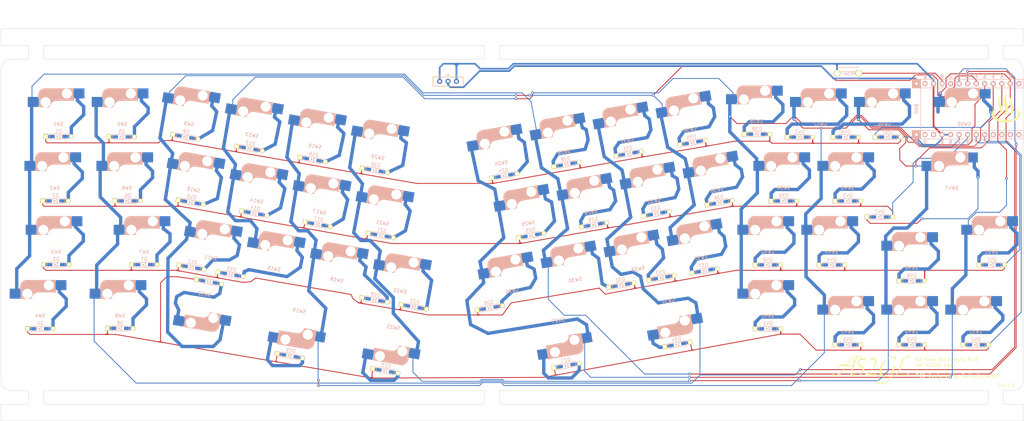
<source format=kicad_pcb>
(kicad_pcb (version 20171130) (host pcbnew "(5.1.10)-1")
  (layers (0 F.Cu signal) (31 B.Cu signal) (34 B.Paste user) (35 F.Paste user) (36 B.SilkS user) (37 F.SilkS user) (38 B.Mask user) (39 F.Mask user) (44 Edge.Cuts user))
  (net 0 "")
  (net 1 "Net-(D1-Pad2)")
  (net 2 Row0)
  (net 3 "Net-(D2-Pad2)")
  (net 4 Row1)
  (net 5 "Net-(D3-Pad2)")
  (net 6 Row2)
  (net 7 "Net-(D4-Pad2)")
  (net 8 Row3)
  (net 9 "Net-(D5-Pad2)")
  (net 10 "Net-(D6-Pad2)")
  (net 11 "Net-(D7-Pad2)")
  (net 12 "Net-(D8-Pad2)")
  (net 13 "Net-(D9-Pad2)")
  (net 14 "Net-(D10-Pad2)")
  (net 15 "Net-(D11-Pad2)")
  (net 16 "Net-(D12-Pad2)")
  (net 17 "Net-(D13-Pad2)")
  (net 18 "Net-(D14-Pad2)")
  (net 19 "Net-(D15-Pad2)")
  (net 20 "Net-(D16-Pad2)")
  (net 21 "Net-(D17-Pad2)")
  (net 22 "Net-(D18-Pad2)")
  (net 23 "Net-(D19-Pad2)")
  (net 24 "Net-(D20-Pad2)")
  (net 25 "Net-(D21-Pad2)")
  (net 26 "Net-(D22-Pad2)")
  (net 27 "Net-(D23-Pad2)")
  (net 28 "Net-(D24-Pad2)")
  (net 29 "Net-(D25-Pad2)")
  (net 30 "Net-(D26-Pad2)")
  (net 31 "Net-(D27-Pad2)")
  (net 32 "Net-(D28-Pad1)")
  (net 33 "Net-(D29-Pad1)")
  (net 34 "Net-(D30-Pad1)")
  (net 35 "Net-(D31-Pad1)")
  (net 36 "Net-(D32-Pad1)")
  (net 37 "Net-(D33-Pad1)")
  (net 38 "Net-(D34-Pad1)")
  (net 39 "Net-(D35-Pad1)")
  (net 40 "Net-(D36-Pad1)")
  (net 41 "Net-(D37-Pad1)")
  (net 42 "Net-(D38-Pad1)")
  (net 43 "Net-(D39-Pad1)")
  (net 44 "Net-(D40-Pad1)")
  (net 45 "Net-(D41-Pad1)")
  (net 46 "Net-(D42-Pad1)")
  (net 47 "Net-(D43-Pad1)")
  (net 48 "Net-(D44-Pad1)")
  (net 49 "Net-(D45-Pad1)")
  (net 50 "Net-(D46-Pad1)")
  (net 51 "Net-(D47-Pad1)")
  (net 52 "Net-(D48-Pad1)")
  (net 53 "Net-(D49-Pad1)")
  (net 54 "Net-(D50-Pad1)")
  (net 55 "Net-(D51-Pad1)")
  (net 56 "Net-(D52-Pad1)")
  (net 57 GND)
  (net 58 Bat+)
  (net 59 Col0)
  (net 60 Col1)
  (net 61 Col2)
  (net 62 Col3)
  (net 63 Col4)
  (net 64 Col5)
  (net 65 Col6)
  (net 66 Reset)
  (net 67 "Net-(U1-Pad1)")
  (net 68 "Net-(U1-Pad2)")
  (net 69 "Net-(U1-Pad9)")
  (net 70 "Net-(U1-Pad10)")
  (net 71 "Net-(U1-Pad11)")
  (net 72 "Net-(U1-Pad12)")
  (net 73 "Net-(U1-Pad13)")
  (net 74 VCC)
  (net 75 "Net-(U1-Pad24)")
  (module kbd_SW:CherryMX_Hotswap_1.0u_Small1 (layer F.Cu) (at 306.18125 32.575)
    (fp_text reference SW50 (at 0 4) (layer B.SilkS) (effects (justify mirror)))
    (fp_text value SW_PUSH hide)
    (pad 1 smd rect (at -7 -2.58 180) (size 3.3 3) (drill (offset 0.45 0)) (layers B.Cu B.Paste B.Mask) (net 65 Col6))
    (pad "" np_thru_hole circle (at -3.81 -2.54 180) (size 3 3) (drill 3) (layers *.Cu *.Mask))
    (pad "" np_thru_hole circle (at 2.54 -5.08 180) (size 3 3) (drill 3) (layers *.Cu *.Mask))
    (pad "" np_thru_hole circle (at 0 0 90) (size 4 4) (drill 4) (layers *.Cu *.Mask F.SilkS))
    (pad "" np_thru_hole circle (at 5.08 0) (size 2 2) (drill 2) (layers *.Cu *.Mask F.SilkS))
    (pad "" np_thru_hole circle (at -5.08 0) (size 2 2) (drill 2) (layers *.Cu *.Mask F.SilkS))
    (pad 2 smd rect (at 5.7 -5.12 180) (size 3.3 2.8) (drill (offset -0.45 -0.1)) (layers B.Cu B.Paste B.Mask) (net 54 "Net-(D50-Pad1)"))
  )
  (module kbd_SW:CherryMX_Hotswap_2.25u (layer F.Cu) (at 302.41875 51.625)
    (fp_text reference SW47 (at 0 4) (layer B.SilkS) (effects (justify mirror)))
    (fp_text value SW_PUSH hide)
    (pad 2 smd rect (at 5.6 -5.08 180) (size 3.3 3) (drill (offset -0.5 0)) (layers B.Cu B.Paste B.Mask) (net 51 "Net-(D47-Pad1)"))
    (pad "" np_thru_hole circle (at -3.81 -2.54 180) (size 3 3) (drill 3) (layers *.Cu *.Mask))
    (pad "" np_thru_hole circle (at -5.08 0) (size 1.8 1.8) (drill 1.8) (layers *.Cu *.Mask))
    (pad "" np_thru_hole circle (at 5.08 0) (size 1.8 1.8) (drill 1.8) (layers *.Cu *.Mask))
    (pad "" np_thru_hole circle (at 0 0 90) (size 4 4) (drill 4) (layers *.Cu *.Mask))
    (pad "" np_thru_hole circle (at 2.54 -5.08 180) (size 3 3) (drill 3) (layers *.Cu *.Mask))
    (pad 1 smd rect (at -6.9 -2.54 180) (size 3.3 3) (drill (offset 0.5 0)) (layers B.Cu B.Paste B.Mask) (net 64 Col5))
    (pad "" np_thru_hole circle (at -11.9 -7 180) (size 3.05 3.05) (drill 3.05) (layers *.Cu *.Mask))
    (pad "" np_thru_hole circle (at 11.9 -7 180) (size 3.05 3.05) (drill 3.05) (layers *.Cu *.Mask))
    (pad "" np_thru_hole circle (at 11.9 8.24 180) (size 4 4) (drill 4) (layers *.Cu *.Mask))
    (pad "" np_thru_hole circle (at -11.9 8.24 180) (size 4 4) (drill 4) (layers *.Cu *.Mask))
  )
  (module kbd_SW:CherryMX_Hotswap_2.25u (layer F.Cu) (at 185.847437 99.115573 190)
    (fp_text reference SW27 (at 0 4 10) (layer B.SilkS) (effects (justify mirror)))
    (fp_text value SW_PUSH hide)
    (pad 2 smd rect (at 5.6 -5.08 10) (size 3.3 3) (drill (offset -0.5 0)) (layers B.Cu B.Paste B.Mask) (net 31 "Net-(D27-Pad2)"))
    (pad "" np_thru_hole circle (at -3.81 -2.54 10) (size 3 3) (drill 3) (layers *.Cu *.Mask))
    (pad "" np_thru_hole circle (at -5.08 0 190) (size 1.8 1.8) (drill 1.8) (layers *.Cu *.Mask))
    (pad "" np_thru_hole circle (at 5.08 0 190) (size 1.8 1.8) (drill 1.8) (layers *.Cu *.Mask))
    (pad "" np_thru_hole circle (at 0 0 280) (size 4 4) (drill 4) (layers *.Cu *.Mask))
    (pad "" np_thru_hole circle (at 2.54 -5.08 10) (size 3 3) (drill 3) (layers *.Cu *.Mask))
    (pad 1 smd rect (at -6.9 -2.54 10) (size 3.3 3) (drill (offset 0.5 0)) (layers B.Cu B.Paste B.Mask) (net 65 Col6))
    (pad "" np_thru_hole circle (at -11.9 -7 10) (size 3.05 3.05) (drill 3.05) (layers *.Cu *.Mask))
    (pad "" np_thru_hole circle (at 11.9 -7 10) (size 3.05 3.05) (drill 3.05) (layers *.Cu *.Mask))
    (pad "" np_thru_hole circle (at 11.9 8.24 10) (size 4 4) (drill 4) (layers *.Cu *.Mask))
    (pad "" np_thru_hole circle (at -11.9 8.24 10) (size 4 4) (drill 4) (layers *.Cu *.Mask))
  )
  (module kbd_SW:CherryMX_Hotswap_2u (layer F.Cu) (at 107.344152 96.22531 170)
    (fp_text reference SW19 (at -0.062742 3.996927 170) (layer B.SilkS) (effects (justify mirror)))
    (fp_text value SW_PUSH hide)
    (pad "" np_thru_hole circle (at -11.9 8.24 350) (size 4 4) (drill 4) (layers *.Cu *.Mask))
    (pad "" np_thru_hole circle (at 11.9 8.24 350) (size 4 4) (drill 4) (layers *.Cu *.Mask))
    (pad "" np_thru_hole circle (at 11.9 -7 350) (size 3.05 3.05) (drill 3.05) (layers *.Cu *.Mask))
    (pad "" np_thru_hole circle (at -11.9 -7 350) (size 3.05 3.05) (drill 3.05) (layers *.Cu *.Mask))
    (pad 1 smd rect (at -6.9 -2.54 350) (size 3.3 3) (drill (offset 0.5 0)) (layers B.Cu B.Paste B.Mask) (net 63 Col4))
    (pad "" np_thru_hole circle (at 2.54 -5.08 350) (size 3 3) (drill 3) (layers *.Cu *.Mask))
    (pad "" np_thru_hole circle (at 0 0 260) (size 4 4) (drill 4) (layers *.Cu *.Mask))
    (pad "" np_thru_hole circle (at 5.08 0 170) (size 1.8 1.8) (drill 1.8) (layers *.Cu *.Mask))
    (pad "" np_thru_hole circle (at -5.08 0 170) (size 1.8 1.8) (drill 1.8) (layers *.Cu *.Mask))
    (pad "" np_thru_hole circle (at -3.81 -2.54 350) (size 3 3) (drill 3) (layers *.Cu *.Mask))
    (pad 2 smd rect (at 5.6 -5.08 350) (size 3.3 3) (drill (offset -0.5 0)) (layers B.Cu B.Paste B.Mask) (net 23 "Net-(D19-Pad2)"))
  )
  (module kbd_SW:CherryMX_Hotswap_1.0u (layer F.Cu) (at 36.3375 32.575)
    (fp_text reference SW1 (at 0 4) (layer B.SilkS) (effects (justify mirror)))
    (fp_text value SW_PUSH hide)
    (pad 2 smd rect (at 5.7 -5.12 180) (size 3.3 3) (drill (offset -0.45 0)) (layers B.Cu B.Paste B.Mask) (net 1 "Net-(D1-Pad2)"))
    (pad "" np_thru_hole circle (at -5.08 0) (size 2 2) (drill 2) (layers *.Cu *.Mask F.SilkS))
    (pad "" np_thru_hole circle (at 5.08 0) (size 2 2) (drill 2) (layers *.Cu *.Mask F.SilkS))
    (pad "" np_thru_hole circle (at 0 0 90) (size 4 4) (drill 4) (layers *.Cu *.Mask F.SilkS))
    (pad "" np_thru_hole circle (at 2.54 -5.08 180) (size 3 3) (drill 3) (layers *.Cu *.Mask))
    (pad "" np_thru_hole circle (at -3.81 -2.54 180) (size 3 3) (drill 3) (layers *.Cu *.Mask))
    (pad 1 smd rect (at -7 -2.58 180) (size 3.3 3) (drill (offset 0.45 0)) (layers B.Cu B.Paste B.Mask) (net 59 Col0))
  )
  (module kbd_SW:CherryMX_Hotswap_1.0u (layer F.Cu) (at 309.55625 94.4875)
    (fp_text reference SW52 (at 0 4) (layer B.SilkS) (effects (justify mirror)))
    (fp_text value SW_PUSH hide)
    (pad 2 smd rect (at 5.7 -5.12 180) (size 3.3 3) (drill (offset -0.45 0)) (layers B.Cu B.Paste B.Mask) (net 56 "Net-(D52-Pad1)"))
    (pad "" np_thru_hole circle (at -5.08 0) (size 2 2) (drill 2) (layers *.Cu *.Mask F.SilkS))
    (pad "" np_thru_hole circle (at 5.08 0) (size 2 2) (drill 2) (layers *.Cu *.Mask F.SilkS))
    (pad "" np_thru_hole circle (at 0 0 90) (size 4 4) (drill 4) (layers *.Cu *.Mask F.SilkS))
    (pad "" np_thru_hole circle (at 2.54 -5.08 180) (size 3 3) (drill 3) (layers *.Cu *.Mask))
    (pad "" np_thru_hole circle (at -3.81 -2.54 180) (size 3 3) (drill 3) (layers *.Cu *.Mask))
    (pad 1 smd rect (at -7 -2.58 180) (size 3.3 3) (drill (offset 0.45 0)) (layers B.Cu B.Paste B.Mask) (net 65 Col6))
  )
  (module kbd_SW:CherryMX_Hotswap_1.0u (layer F.Cu) (at 314.31875 70.675)
    (fp_text reference SW51 (at 0 4) (layer B.SilkS) (effects (justify mirror)))
    (fp_text value SW_PUSH hide)
    (pad 2 smd rect (at 5.7 -5.12 180) (size 3.3 3) (drill (offset -0.45 0)) (layers B.Cu B.Paste B.Mask) (net 55 "Net-(D51-Pad1)"))
    (pad "" np_thru_hole circle (at -5.08 0) (size 2 2) (drill 2) (layers *.Cu *.Mask F.SilkS))
    (pad "" np_thru_hole circle (at 5.08 0) (size 2 2) (drill 2) (layers *.Cu *.Mask F.SilkS))
    (pad "" np_thru_hole circle (at 0 0 90) (size 4 4) (drill 4) (layers *.Cu *.Mask F.SilkS))
    (pad "" np_thru_hole circle (at 2.54 -5.08 180) (size 3 3) (drill 3) (layers *.Cu *.Mask))
    (pad "" np_thru_hole circle (at -3.81 -2.54 180) (size 3 3) (drill 3) (layers *.Cu *.Mask))
    (pad 1 smd rect (at -7 -2.58 180) (size 3.3 3) (drill (offset 0.45 0)) (layers B.Cu B.Paste B.Mask) (net 65 Col6))
  )
  (module kbd_SW:CherryMX_Hotswap_1.0u (layer F.Cu) (at 290.50625 94.4875)
    (fp_text reference SW49 (at 0 4) (layer B.SilkS) (effects (justify mirror)))
    (fp_text value SW_PUSH hide)
    (pad 2 smd rect (at 5.7 -5.12 180) (size 3.3 3) (drill (offset -0.45 0)) (layers B.Cu B.Paste B.Mask) (net 53 "Net-(D49-Pad1)"))
    (pad "" np_thru_hole circle (at -5.08 0) (size 2 2) (drill 2) (layers *.Cu *.Mask F.SilkS))
    (pad "" np_thru_hole circle (at 5.08 0) (size 2 2) (drill 2) (layers *.Cu *.Mask F.SilkS))
    (pad "" np_thru_hole circle (at 0 0 90) (size 4 4) (drill 4) (layers *.Cu *.Mask F.SilkS))
    (pad "" np_thru_hole circle (at 2.54 -5.08 180) (size 3 3) (drill 3) (layers *.Cu *.Mask))
    (pad "" np_thru_hole circle (at -3.81 -2.54 180) (size 3 3) (drill 3) (layers *.Cu *.Mask))
    (pad 1 smd rect (at -7 -2.58 180) (size 3.3 3) (drill (offset 0.45 0)) (layers B.Cu B.Paste B.Mask) (net 64 Col5))
  )
  (module kbd_SW:CherryMX_Hotswap_1.0u (layer F.Cu) (at 290.50625 75.4375)
    (fp_text reference SW48 (at 0 4) (layer B.SilkS) (effects (justify mirror)))
    (fp_text value SW_PUSH hide)
    (pad 2 smd rect (at 5.7 -5.12 180) (size 3.3 3) (drill (offset -0.45 0)) (layers B.Cu B.Paste B.Mask) (net 52 "Net-(D48-Pad1)"))
    (pad "" np_thru_hole circle (at -5.08 0) (size 2 2) (drill 2) (layers *.Cu *.Mask F.SilkS))
    (pad "" np_thru_hole circle (at 5.08 0) (size 2 2) (drill 2) (layers *.Cu *.Mask F.SilkS))
    (pad "" np_thru_hole circle (at 0 0 90) (size 4 4) (drill 4) (layers *.Cu *.Mask F.SilkS))
    (pad "" np_thru_hole circle (at 2.54 -5.08 180) (size 3 3) (drill 3) (layers *.Cu *.Mask))
    (pad "" np_thru_hole circle (at -3.81 -2.54 180) (size 3 3) (drill 3) (layers *.Cu *.Mask))
    (pad 1 smd rect (at -7 -2.58 180) (size 3.3 3) (drill (offset 0.45 0)) (layers B.Cu B.Paste B.Mask) (net 64 Col5))
  )
  (module kbd_SW:CherryMX_Hotswap_1.0u (layer F.Cu) (at 282.36875 32.575)
    (fp_text reference SW46 (at 0 4) (layer B.SilkS) (effects (justify mirror)))
    (fp_text value SW_PUSH hide)
    (pad 2 smd rect (at 5.7 -5.12 180) (size 3.3 3) (drill (offset -0.45 0)) (layers B.Cu B.Paste B.Mask) (net 50 "Net-(D46-Pad1)"))
    (pad "" np_thru_hole circle (at -5.08 0) (size 2 2) (drill 2) (layers *.Cu *.Mask F.SilkS))
    (pad "" np_thru_hole circle (at 5.08 0) (size 2 2) (drill 2) (layers *.Cu *.Mask F.SilkS))
    (pad "" np_thru_hole circle (at 0 0 90) (size 4 4) (drill 4) (layers *.Cu *.Mask F.SilkS))
    (pad "" np_thru_hole circle (at 2.54 -5.08 180) (size 3 3) (drill 3) (layers *.Cu *.Mask))
    (pad "" np_thru_hole circle (at -3.81 -2.54 180) (size 3 3) (drill 3) (layers *.Cu *.Mask))
    (pad 1 smd rect (at -7 -2.58 180) (size 3.3 3) (drill (offset 0.45 0)) (layers B.Cu B.Paste B.Mask) (net 64 Col5))
  )
  (module kbd_SW:CherryMX_Hotswap_1.0u (layer F.Cu) (at 271.45625 94.4875)
    (fp_text reference SW45 (at 0 4) (layer B.SilkS) (effects (justify mirror)))
    (fp_text value SW_PUSH hide)
    (pad 2 smd rect (at 5.7 -5.12 180) (size 3.3 3) (drill (offset -0.45 0)) (layers B.Cu B.Paste B.Mask) (net 49 "Net-(D45-Pad1)"))
    (pad "" np_thru_hole circle (at -5.08 0) (size 2 2) (drill 2) (layers *.Cu *.Mask F.SilkS))
    (pad "" np_thru_hole circle (at 5.08 0) (size 2 2) (drill 2) (layers *.Cu *.Mask F.SilkS))
    (pad "" np_thru_hole circle (at 0 0 90) (size 4 4) (drill 4) (layers *.Cu *.Mask F.SilkS))
    (pad "" np_thru_hole circle (at 2.54 -5.08 180) (size 3 3) (drill 3) (layers *.Cu *.Mask))
    (pad "" np_thru_hole circle (at -3.81 -2.54 180) (size 3 3) (drill 3) (layers *.Cu *.Mask))
    (pad 1 smd rect (at -7 -2.58 180) (size 3.3 3) (drill (offset 0.45 0)) (layers B.Cu B.Paste B.Mask) (net 63 Col4))
  )
  (module kbd_SW:CherryMX_Hotswap_1.0u (layer F.Cu) (at 266.7 70.675)
    (fp_text reference SW44 (at 0 4) (layer B.SilkS) (effects (justify mirror)))
    (fp_text value SW_PUSH hide)
    (pad 2 smd rect (at 5.7 -5.12 180) (size 3.3 3) (drill (offset -0.45 0)) (layers B.Cu B.Paste B.Mask) (net 48 "Net-(D44-Pad1)"))
    (pad "" np_thru_hole circle (at -5.08 0) (size 2 2) (drill 2) (layers *.Cu *.Mask F.SilkS))
    (pad "" np_thru_hole circle (at 5.08 0) (size 2 2) (drill 2) (layers *.Cu *.Mask F.SilkS))
    (pad "" np_thru_hole circle (at 0 0 90) (size 4 4) (drill 4) (layers *.Cu *.Mask F.SilkS))
    (pad "" np_thru_hole circle (at 2.54 -5.08 180) (size 3 3) (drill 3) (layers *.Cu *.Mask))
    (pad "" np_thru_hole circle (at -3.81 -2.54 180) (size 3 3) (drill 3) (layers *.Cu *.Mask))
    (pad 1 smd rect (at -7 -2.58 180) (size 3.3 3) (drill (offset 0.45 0)) (layers B.Cu B.Paste B.Mask) (net 63 Col4))
  )
  (module kbd_SW:CherryMX_Hotswap_1.0u (layer F.Cu) (at 271.4625 51.625)
    (fp_text reference SW43 (at 0 4) (layer B.SilkS) (effects (justify mirror)))
    (fp_text value SW_PUSH hide)
    (pad 2 smd rect (at 5.7 -5.12 180) (size 3.3 3) (drill (offset -0.45 0)) (layers B.Cu B.Paste B.Mask) (net 47 "Net-(D43-Pad1)"))
    (pad "" np_thru_hole circle (at -5.08 0) (size 2 2) (drill 2) (layers *.Cu *.Mask F.SilkS))
    (pad "" np_thru_hole circle (at 5.08 0) (size 2 2) (drill 2) (layers *.Cu *.Mask F.SilkS))
    (pad "" np_thru_hole circle (at 0 0 90) (size 4 4) (drill 4) (layers *.Cu *.Mask F.SilkS))
    (pad "" np_thru_hole circle (at 2.54 -5.08 180) (size 3 3) (drill 3) (layers *.Cu *.Mask))
    (pad "" np_thru_hole circle (at -3.81 -2.54 180) (size 3 3) (drill 3) (layers *.Cu *.Mask))
    (pad 1 smd rect (at -7 -2.58 180) (size 3.3 3) (drill (offset 0.45 0)) (layers B.Cu B.Paste B.Mask) (net 63 Col4))
  )
  (module kbd_SW:CherryMX_Hotswap_1.0u (layer F.Cu) (at 263.31875 32.575)
    (fp_text reference SW42 (at 0 4) (layer B.SilkS) (effects (justify mirror)))
    (fp_text value SW_PUSH hide)
    (pad 2 smd rect (at 5.7 -5.12 180) (size 3.3 3) (drill (offset -0.45 0)) (layers B.Cu B.Paste B.Mask) (net 46 "Net-(D42-Pad1)"))
    (pad "" np_thru_hole circle (at -5.08 0) (size 2 2) (drill 2) (layers *.Cu *.Mask F.SilkS))
    (pad "" np_thru_hole circle (at 5.08 0) (size 2 2) (drill 2) (layers *.Cu *.Mask F.SilkS))
    (pad "" np_thru_hole circle (at 0 0 90) (size 4 4) (drill 4) (layers *.Cu *.Mask F.SilkS))
    (pad "" np_thru_hole circle (at 2.54 -5.08 180) (size 3 3) (drill 3) (layers *.Cu *.Mask))
    (pad "" np_thru_hole circle (at -3.81 -2.54 180) (size 3 3) (drill 3) (layers *.Cu *.Mask))
    (pad 1 smd rect (at -7 -2.58 180) (size 3.3 3) (drill (offset 0.45 0)) (layers B.Cu B.Paste B.Mask) (net 63 Col4))
  )
  (module kbd_SW:CherryMX_Hotswap_1.0u (layer F.Cu) (at 247.65 89.725)
    (fp_text reference SW41 (at 0 4) (layer B.SilkS) (effects (justify mirror)))
    (fp_text value SW_PUSH hide)
    (pad 2 smd rect (at 5.7 -5.12 180) (size 3.3 3) (drill (offset -0.45 0)) (layers B.Cu B.Paste B.Mask) (net 45 "Net-(D41-Pad1)"))
    (pad "" np_thru_hole circle (at -5.08 0) (size 2 2) (drill 2) (layers *.Cu *.Mask F.SilkS))
    (pad "" np_thru_hole circle (at 5.08 0) (size 2 2) (drill 2) (layers *.Cu *.Mask F.SilkS))
    (pad "" np_thru_hole circle (at 0 0 90) (size 4 4) (drill 4) (layers *.Cu *.Mask F.SilkS))
    (pad "" np_thru_hole circle (at 2.54 -5.08 180) (size 3 3) (drill 3) (layers *.Cu *.Mask))
    (pad "" np_thru_hole circle (at -3.81 -2.54 180) (size 3 3) (drill 3) (layers *.Cu *.Mask))
    (pad 1 smd rect (at -7 -2.58 180) (size 3.3 3) (drill (offset 0.45 0)) (layers B.Cu B.Paste B.Mask) (net 62 Col3))
  )
  (module kbd_SW:CherryMX_Hotswap_1.0u (layer F.Cu) (at 247.65 70.675)
    (fp_text reference SW40 (at 0 4) (layer B.SilkS) (effects (justify mirror)))
    (fp_text value SW_PUSH hide)
    (pad 2 smd rect (at 5.7 -5.12 180) (size 3.3 3) (drill (offset -0.45 0)) (layers B.Cu B.Paste B.Mask) (net 44 "Net-(D40-Pad1)"))
    (pad "" np_thru_hole circle (at -5.08 0) (size 2 2) (drill 2) (layers *.Cu *.Mask F.SilkS))
    (pad "" np_thru_hole circle (at 5.08 0) (size 2 2) (drill 2) (layers *.Cu *.Mask F.SilkS))
    (pad "" np_thru_hole circle (at 0 0 90) (size 4 4) (drill 4) (layers *.Cu *.Mask F.SilkS))
    (pad "" np_thru_hole circle (at 2.54 -5.08 180) (size 3 3) (drill 3) (layers *.Cu *.Mask))
    (pad "" np_thru_hole circle (at -3.81 -2.54 180) (size 3 3) (drill 3) (layers *.Cu *.Mask))
    (pad 1 smd rect (at -7 -2.58 180) (size 3.3 3) (drill (offset 0.45 0)) (layers B.Cu B.Paste B.Mask) (net 62 Col3))
  )
  (module kbd_SW:CherryMX_Hotswap_1.0u (layer F.Cu) (at 252.4125 51.625)
    (fp_text reference SW39 (at 0 4) (layer B.SilkS) (effects (justify mirror)))
    (fp_text value SW_PUSH hide)
    (pad 2 smd rect (at 5.7 -5.12 180) (size 3.3 3) (drill (offset -0.45 0)) (layers B.Cu B.Paste B.Mask) (net 43 "Net-(D39-Pad1)"))
    (pad "" np_thru_hole circle (at -5.08 0) (size 2 2) (drill 2) (layers *.Cu *.Mask F.SilkS))
    (pad "" np_thru_hole circle (at 5.08 0) (size 2 2) (drill 2) (layers *.Cu *.Mask F.SilkS))
    (pad "" np_thru_hole circle (at 0 0 90) (size 4 4) (drill 4) (layers *.Cu *.Mask F.SilkS))
    (pad "" np_thru_hole circle (at 2.54 -5.08 180) (size 3 3) (drill 3) (layers *.Cu *.Mask))
    (pad "" np_thru_hole circle (at -3.81 -2.54 180) (size 3 3) (drill 3) (layers *.Cu *.Mask))
    (pad 1 smd rect (at -7 -2.58 180) (size 3.3 3) (drill (offset 0.45 0)) (layers B.Cu B.Paste B.Mask) (net 62 Col3))
  )
  (module kbd_SW:CherryMX_Hotswap_1.0u (layer F.Cu) (at 244.26875 31.75625)
    (fp_text reference SW38 (at 0 4) (layer B.SilkS) (effects (justify mirror)))
    (fp_text value SW_PUSH hide)
    (pad 2 smd rect (at 5.7 -5.12 180) (size 3.3 3) (drill (offset -0.45 0)) (layers B.Cu B.Paste B.Mask) (net 42 "Net-(D38-Pad1)"))
    (pad "" np_thru_hole circle (at -5.08 0) (size 2 2) (drill 2) (layers *.Cu *.Mask F.SilkS))
    (pad "" np_thru_hole circle (at 5.08 0) (size 2 2) (drill 2) (layers *.Cu *.Mask F.SilkS))
    (pad "" np_thru_hole circle (at 0 0 90) (size 4 4) (drill 4) (layers *.Cu *.Mask F.SilkS))
    (pad "" np_thru_hole circle (at 2.54 -5.08 180) (size 3 3) (drill 3) (layers *.Cu *.Mask))
    (pad "" np_thru_hole circle (at -3.81 -2.54 180) (size 3 3) (drill 3) (layers *.Cu *.Mask))
    (pad 1 smd rect (at -7 -2.58 180) (size 3.3 3) (drill (offset 0.45 0)) (layers B.Cu B.Paste B.Mask) (net 62 Col3))
  )
  (module kbd_SW:CherryMX_Hotswap_1.0u (layer F.Cu) (at 227.101015 72.502061 10)
    (fp_text reference SW37 (at 0 4 10) (layer B.SilkS) (effects (justify mirror)))
    (fp_text value SW_PUSH hide)
    (pad 2 smd rect (at 5.7 -5.12 190) (size 3.3 3) (drill (offset -0.45 0)) (layers B.Cu B.Paste B.Mask) (net 41 "Net-(D37-Pad1)"))
    (pad "" np_thru_hole circle (at -5.08 0 10) (size 2 2) (drill 2) (layers *.Cu *.Mask F.SilkS))
    (pad "" np_thru_hole circle (at 5.08 0 10) (size 2 2) (drill 2) (layers *.Cu *.Mask F.SilkS))
    (pad "" np_thru_hole circle (at 0 0 100) (size 4 4) (drill 4) (layers *.Cu *.Mask F.SilkS))
    (pad "" np_thru_hole circle (at 2.54 -5.08 190) (size 3 3) (drill 3) (layers *.Cu *.Mask))
    (pad "" np_thru_hole circle (at -3.81 -2.54 190) (size 3 3) (drill 3) (layers *.Cu *.Mask))
    (pad 1 smd rect (at -7 -2.58 190) (size 3.3 3) (drill (offset 0.45 0)) (layers B.Cu B.Paste B.Mask) (net 61 Col2))
  )
  (module kbd_SW:CherryMX_Hotswap_1.0u (layer F.Cu) (at 231.846767 52.320223 10)
    (fp_text reference SW36 (at 0 4 10) (layer B.SilkS) (effects (justify mirror)))
    (fp_text value SW_PUSH hide)
    (pad 2 smd rect (at 5.7 -5.12 190) (size 3.3 3) (drill (offset -0.45 0)) (layers B.Cu B.Paste B.Mask) (net 40 "Net-(D36-Pad1)"))
    (pad "" np_thru_hole circle (at -5.08 0 10) (size 2 2) (drill 2) (layers *.Cu *.Mask F.SilkS))
    (pad "" np_thru_hole circle (at 5.08 0 10) (size 2 2) (drill 2) (layers *.Cu *.Mask F.SilkS))
    (pad "" np_thru_hole circle (at 0 0 100) (size 4 4) (drill 4) (layers *.Cu *.Mask F.SilkS))
    (pad "" np_thru_hole circle (at 2.54 -5.08 190) (size 3 3) (drill 3) (layers *.Cu *.Mask))
    (pad "" np_thru_hole circle (at -3.81 -2.54 190) (size 3 3) (drill 3) (layers *.Cu *.Mask))
    (pad 1 smd rect (at -7 -2.58 190) (size 3.3 3) (drill (offset 0.45 0)) (layers B.Cu B.Paste B.Mask) (net 61 Col2))
  )
  (module kbd_SW:CherryMX_Hotswap_1.0u (layer F.Cu) (at 223.827518 34.379637 10)
    (fp_text reference SW35 (at 0 4 10) (layer B.SilkS) (effects (justify mirror)))
    (fp_text value SW_PUSH hide)
    (pad 2 smd rect (at 5.7 -5.12 190) (size 3.3 3) (drill (offset -0.45 0)) (layers B.Cu B.Paste B.Mask) (net 39 "Net-(D35-Pad1)"))
    (pad "" np_thru_hole circle (at -5.08 0 10) (size 2 2) (drill 2) (layers *.Cu *.Mask F.SilkS))
    (pad "" np_thru_hole circle (at 5.08 0 10) (size 2 2) (drill 2) (layers *.Cu *.Mask F.SilkS))
    (pad "" np_thru_hole circle (at 0 0 100) (size 4 4) (drill 4) (layers *.Cu *.Mask F.SilkS))
    (pad "" np_thru_hole circle (at 2.54 -5.08 190) (size 3 3) (drill 3) (layers *.Cu *.Mask))
    (pad "" np_thru_hole circle (at -3.81 -2.54 190) (size 3 3) (drill 3) (layers *.Cu *.Mask))
    (pad 1 smd rect (at -7 -2.58 190) (size 3.3 3) (drill (offset 0.45 0)) (layers B.Cu B.Paste B.Mask) (net 61 Col2))
  )
  (module kbd_SW:CherryMX_Hotswap_1.0u (layer F.Cu) (at 208.340428 75.810059 10)
    (fp_text reference SW33 (at 0 4 10) (layer B.SilkS) (effects (justify mirror)))
    (fp_text value SW_PUSH hide)
    (pad 2 smd rect (at 5.7 -5.12 190) (size 3.3 3) (drill (offset -0.45 0)) (layers B.Cu B.Paste B.Mask) (net 37 "Net-(D33-Pad1)"))
    (pad "" np_thru_hole circle (at -5.08 0 10) (size 2 2) (drill 2) (layers *.Cu *.Mask F.SilkS))
    (pad "" np_thru_hole circle (at 5.08 0 10) (size 2 2) (drill 2) (layers *.Cu *.Mask F.SilkS))
    (pad "" np_thru_hole circle (at 0 0 100) (size 4 4) (drill 4) (layers *.Cu *.Mask F.SilkS))
    (pad "" np_thru_hole circle (at 2.54 -5.08 190) (size 3 3) (drill 3) (layers *.Cu *.Mask))
    (pad "" np_thru_hole circle (at -3.81 -2.54 190) (size 3 3) (drill 3) (layers *.Cu *.Mask))
    (pad 1 smd rect (at -7 -2.58 190) (size 3.3 3) (drill (offset 0.45 0)) (layers B.Cu B.Paste B.Mask) (net 60 Col1))
  )
  (module kbd_SW:CherryMX_Hotswap_1.0u (layer F.Cu) (at 213.086179 55.628221 10)
    (fp_text reference SW32 (at 0 4 10) (layer B.SilkS) (effects (justify mirror)))
    (fp_text value SW_PUSH hide)
    (pad 2 smd rect (at 5.7 -5.12 190) (size 3.3 3) (drill (offset -0.45 0)) (layers B.Cu B.Paste B.Mask) (net 36 "Net-(D32-Pad1)"))
    (pad "" np_thru_hole circle (at -5.08 0 10) (size 2 2) (drill 2) (layers *.Cu *.Mask F.SilkS))
    (pad "" np_thru_hole circle (at 5.08 0 10) (size 2 2) (drill 2) (layers *.Cu *.Mask F.SilkS))
    (pad "" np_thru_hole circle (at 0 0 100) (size 4 4) (drill 4) (layers *.Cu *.Mask F.SilkS))
    (pad "" np_thru_hole circle (at 2.54 -5.08 190) (size 3 3) (drill 3) (layers *.Cu *.Mask))
    (pad "" np_thru_hole circle (at -3.81 -2.54 190) (size 3 3) (drill 3) (layers *.Cu *.Mask))
    (pad 1 smd rect (at -7 -2.58 190) (size 3.3 3) (drill (offset 0.45 0)) (layers B.Cu B.Paste B.Mask) (net 60 Col1))
  )
  (module kbd_SW:CherryMX_Hotswap_1.0u (layer F.Cu) (at 205.06693 37.687634 10)
    (fp_text reference SW31 (at 0 4 10) (layer B.SilkS) (effects (justify mirror)))
    (fp_text value SW_PUSH hide)
    (pad 2 smd rect (at 5.7 -5.12 190) (size 3.3 3) (drill (offset -0.45 0)) (layers B.Cu B.Paste B.Mask) (net 35 "Net-(D31-Pad1)"))
    (pad "" np_thru_hole circle (at -5.08 0 10) (size 2 2) (drill 2) (layers *.Cu *.Mask F.SilkS))
    (pad "" np_thru_hole circle (at 5.08 0 10) (size 2 2) (drill 2) (layers *.Cu *.Mask F.SilkS))
    (pad "" np_thru_hole circle (at 0 0 100) (size 4 4) (drill 4) (layers *.Cu *.Mask F.SilkS))
    (pad "" np_thru_hole circle (at 2.54 -5.08 190) (size 3 3) (drill 3) (layers *.Cu *.Mask))
    (pad "" np_thru_hole circle (at -3.81 -2.54 190) (size 3 3) (drill 3) (layers *.Cu *.Mask))
    (pad 1 smd rect (at -7 -2.58 190) (size 3.3 3) (drill (offset 0.45 0)) (layers B.Cu B.Paste B.Mask) (net 60 Col1))
  )
  (module kbd_SW:CherryMX_Hotswap_1.0u (layer F.Cu) (at 189.57984 79.118058 10)
    (fp_text reference SW30 (at 0 4 10) (layer B.SilkS) (effects (justify mirror)))
    (fp_text value SW_PUSH hide)
    (pad 2 smd rect (at 5.7 -5.12 190) (size 3.3 3) (drill (offset -0.45 0)) (layers B.Cu B.Paste B.Mask) (net 34 "Net-(D30-Pad1)"))
    (pad "" np_thru_hole circle (at -5.08 0 10) (size 2 2) (drill 2) (layers *.Cu *.Mask F.SilkS))
    (pad "" np_thru_hole circle (at 5.08 0 10) (size 2 2) (drill 2) (layers *.Cu *.Mask F.SilkS))
    (pad "" np_thru_hole circle (at 0 0 100) (size 4 4) (drill 4) (layers *.Cu *.Mask F.SilkS))
    (pad "" np_thru_hole circle (at 2.54 -5.08 190) (size 3 3) (drill 3) (layers *.Cu *.Mask))
    (pad "" np_thru_hole circle (at -3.81 -2.54 190) (size 3 3) (drill 3) (layers *.Cu *.Mask))
    (pad 1 smd rect (at -7 -2.58 190) (size 3.3 3) (drill (offset 0.45 0)) (layers B.Cu B.Paste B.Mask) (net 59 Col0))
  )
  (module kbd_SW:CherryMX_Hotswap_1.0u (layer F.Cu) (at 194.32559 58.936219 10)
    (fp_text reference SW29 (at 0 4 10) (layer B.SilkS) (effects (justify mirror)))
    (fp_text value SW_PUSH hide)
    (pad 2 smd rect (at 5.7 -5.12 190) (size 3.3 3) (drill (offset -0.45 0)) (layers B.Cu B.Paste B.Mask) (net 33 "Net-(D29-Pad1)"))
    (pad "" np_thru_hole circle (at -5.08 0 10) (size 2 2) (drill 2) (layers *.Cu *.Mask F.SilkS))
    (pad "" np_thru_hole circle (at 5.08 0 10) (size 2 2) (drill 2) (layers *.Cu *.Mask F.SilkS))
    (pad "" np_thru_hole circle (at 0 0 100) (size 4 4) (drill 4) (layers *.Cu *.Mask F.SilkS))
    (pad "" np_thru_hole circle (at 2.54 -5.08 190) (size 3 3) (drill 3) (layers *.Cu *.Mask))
    (pad "" np_thru_hole circle (at -3.81 -2.54 190) (size 3 3) (drill 3) (layers *.Cu *.Mask))
    (pad 1 smd rect (at -7 -2.58 190) (size 3.3 3) (drill (offset 0.45 0)) (layers B.Cu B.Paste B.Mask) (net 59 Col0))
  )
  (module kbd_SW:CherryMX_Hotswap_1.0u (layer F.Cu) (at 186.306342 40.995631 10)
    (fp_text reference SW28 (at 0 4 10) (layer B.SilkS) (effects (justify mirror)))
    (fp_text value SW_PUSH hide)
    (pad 2 smd rect (at 5.7 -5.12 190) (size 3.3 3) (drill (offset -0.45 0)) (layers B.Cu B.Paste B.Mask) (net 32 "Net-(D28-Pad1)"))
    (pad "" np_thru_hole circle (at -5.08 0 10) (size 2 2) (drill 2) (layers *.Cu *.Mask F.SilkS))
    (pad "" np_thru_hole circle (at 5.08 0 10) (size 2 2) (drill 2) (layers *.Cu *.Mask F.SilkS))
    (pad "" np_thru_hole circle (at 0 0 100) (size 4 4) (drill 4) (layers *.Cu *.Mask F.SilkS))
    (pad "" np_thru_hole circle (at 2.54 -5.08 190) (size 3 3) (drill 3) (layers *.Cu *.Mask))
    (pad "" np_thru_hole circle (at -3.81 -2.54 190) (size 3 3) (drill 3) (layers *.Cu *.Mask))
    (pad 1 smd rect (at -7 -2.58 190) (size 3.3 3) (drill (offset 0.45 0)) (layers B.Cu B.Paste B.Mask) (net 59 Col0))
  )
  (module kbd_SW:CherryMX_Hotswap_1.0u (layer F.Cu) (at 170.819251 82.426056 10)
    (fp_text reference SW26 (at 0 4 10) (layer B.SilkS) (effects (justify mirror)))
    (fp_text value SW_PUSH hide)
    (pad 2 smd rect (at 5.7 -5.12 190) (size 3.3 3) (drill (offset -0.45 0)) (layers B.Cu B.Paste B.Mask) (net 30 "Net-(D26-Pad2)"))
    (pad "" np_thru_hole circle (at -5.08 0 10) (size 2 2) (drill 2) (layers *.Cu *.Mask F.SilkS))
    (pad "" np_thru_hole circle (at 5.08 0 10) (size 2 2) (drill 2) (layers *.Cu *.Mask F.SilkS))
    (pad "" np_thru_hole circle (at 0 0 100) (size 4 4) (drill 4) (layers *.Cu *.Mask F.SilkS))
    (pad "" np_thru_hole circle (at 2.54 -5.08 190) (size 3 3) (drill 3) (layers *.Cu *.Mask))
    (pad "" np_thru_hole circle (at -3.81 -2.54 190) (size 3 3) (drill 3) (layers *.Cu *.Mask))
    (pad 1 smd rect (at -7 -2.58 190) (size 3.3 3) (drill (offset 0.45 0)) (layers B.Cu B.Paste B.Mask) (net 65 Col6))
  )
  (module kbd_SW:CherryMX_Hotswap_1.0u (layer F.Cu) (at 175.565003 62.244218 10)
    (fp_text reference SW25 (at 0 4 10) (layer B.SilkS) (effects (justify mirror)))
    (fp_text value SW_PUSH hide)
    (pad 2 smd rect (at 5.7 -5.12 190) (size 3.3 3) (drill (offset -0.45 0)) (layers B.Cu B.Paste B.Mask) (net 29 "Net-(D25-Pad2)"))
    (pad "" np_thru_hole circle (at -5.08 0 10) (size 2 2) (drill 2) (layers *.Cu *.Mask F.SilkS))
    (pad "" np_thru_hole circle (at 5.08 0 10) (size 2 2) (drill 2) (layers *.Cu *.Mask F.SilkS))
    (pad "" np_thru_hole circle (at 0 0 100) (size 4 4) (drill 4) (layers *.Cu *.Mask F.SilkS))
    (pad "" np_thru_hole circle (at 2.54 -5.08 190) (size 3 3) (drill 3) (layers *.Cu *.Mask))
    (pad "" np_thru_hole circle (at -3.81 -2.54 190) (size 3 3) (drill 3) (layers *.Cu *.Mask))
    (pad 1 smd rect (at -7 -2.58 190) (size 3.3 3) (drill (offset 0.45 0)) (layers B.Cu B.Paste B.Mask) (net 65 Col6))
  )
  (module kbd_SW:CherryMX_Hotswap_1.0u (layer F.Cu) (at 167.545755 44.303629 10)
    (fp_text reference SW24 (at 0 4 10) (layer B.SilkS) (effects (justify mirror)))
    (fp_text value SW_PUSH hide)
    (pad 2 smd rect (at 5.7 -5.12 190) (size 3.3 3) (drill (offset -0.45 0)) (layers B.Cu B.Paste B.Mask) (net 28 "Net-(D24-Pad2)"))
    (pad "" np_thru_hole circle (at -5.08 0 10) (size 2 2) (drill 2) (layers *.Cu *.Mask F.SilkS))
    (pad "" np_thru_hole circle (at 5.08 0 10) (size 2 2) (drill 2) (layers *.Cu *.Mask F.SilkS))
    (pad "" np_thru_hole circle (at 0 0 100) (size 4 4) (drill 4) (layers *.Cu *.Mask F.SilkS))
    (pad "" np_thru_hole circle (at 2.54 -5.08 190) (size 3 3) (drill 3) (layers *.Cu *.Mask))
    (pad "" np_thru_hole circle (at -3.81 -2.54 190) (size 3 3) (drill 3) (layers *.Cu *.Mask))
    (pad 1 smd rect (at -7 -2.58 190) (size 3.3 3) (drill (offset 0.45 0)) (layers B.Cu B.Paste B.Mask) (net 65 Col6))
  )
  (module kbd_SW:CherryMX_Hotswap_1.0u (layer F.Cu) (at 135.485032 101.187307 170)
    (fp_text reference SW23 (at 0 4 170) (layer B.SilkS) (effects (justify mirror)))
    (fp_text value SW_PUSH hide)
    (pad 2 smd rect (at 5.7 -5.12 350) (size 3.3 3) (drill (offset -0.45 0)) (layers B.Cu B.Paste B.Mask) (net 27 "Net-(D23-Pad2)"))
    (pad "" np_thru_hole circle (at -5.08 0 170) (size 2 2) (drill 2) (layers *.Cu *.Mask F.SilkS))
    (pad "" np_thru_hole circle (at 5.08 0 170) (size 2 2) (drill 2) (layers *.Cu *.Mask F.SilkS))
    (pad "" np_thru_hole circle (at 0 0 260) (size 4 4) (drill 4) (layers *.Cu *.Mask F.SilkS))
    (pad "" np_thru_hole circle (at 2.54 -5.08 350) (size 3 3) (drill 3) (layers *.Cu *.Mask))
    (pad "" np_thru_hole circle (at -3.81 -2.54 350) (size 3 3) (drill 3) (layers *.Cu *.Mask))
    (pad 1 smd rect (at -7 -2.58 350) (size 3.3 3) (drill (offset 0.45 0)) (layers B.Cu B.Paste B.Mask) (net 64 Col5))
  )
  (module kbd_SW:CherryMX_Hotswap_1.0u (layer F.Cu) (at 138.783745 82.424329 350)
    (fp_text reference SW22 (at 0 4 170) (layer B.SilkS) (effects (justify mirror)))
    (fp_text value SW_PUSH hide)
    (pad 2 smd rect (at 5.7 -5.12 170) (size 3.3 3) (drill (offset -0.45 0)) (layers B.Cu B.Paste B.Mask) (net 26 "Net-(D22-Pad2)"))
    (pad "" np_thru_hole circle (at -5.08 0 350) (size 2 2) (drill 2) (layers *.Cu *.Mask F.SilkS))
    (pad "" np_thru_hole circle (at 5.08 0 350) (size 2 2) (drill 2) (layers *.Cu *.Mask F.SilkS))
    (pad "" np_thru_hole circle (at 0 0 80) (size 4 4) (drill 4) (layers *.Cu *.Mask F.SilkS))
    (pad "" np_thru_hole circle (at 2.54 -5.08 170) (size 3 3) (drill 3) (layers *.Cu *.Mask))
    (pad "" np_thru_hole circle (at -3.81 -2.54 170) (size 3 3) (drill 3) (layers *.Cu *.Mask))
    (pad 1 smd rect (at -7 -2.58 170) (size 3.3 3) (drill (offset 0.45 0)) (layers B.Cu B.Paste B.Mask) (net 64 Col5))
  )
  (module kbd_SW:CherryMX_Hotswap_1.0u (layer F.Cu) (at 133.606743 62.162492 350)
    (fp_text reference SW21 (at 0 4 170) (layer B.SilkS) (effects (justify mirror)))
    (fp_text value SW_PUSH hide)
    (pad 2 smd rect (at 5.7 -5.12 170) (size 3.3 3) (drill (offset -0.45 0)) (layers B.Cu B.Paste B.Mask) (net 25 "Net-(D21-Pad2)"))
    (pad "" np_thru_hole circle (at -5.08 0 350) (size 2 2) (drill 2) (layers *.Cu *.Mask F.SilkS))
    (pad "" np_thru_hole circle (at 5.08 0 350) (size 2 2) (drill 2) (layers *.Cu *.Mask F.SilkS))
    (pad "" np_thru_hole circle (at 0 0 80) (size 4 4) (drill 4) (layers *.Cu *.Mask F.SilkS))
    (pad "" np_thru_hole circle (at 2.54 -5.08 170) (size 3 3) (drill 3) (layers *.Cu *.Mask))
    (pad "" np_thru_hole circle (at -3.81 -2.54 170) (size 3 3) (drill 3) (layers *.Cu *.Mask))
    (pad 1 smd rect (at -7 -2.58 170) (size 3.3 3) (drill (offset 0.45 0)) (layers B.Cu B.Paste B.Mask) (net 64 Col5))
  )
  (module kbd_SW:CherryMX_Hotswap_1.0u (layer F.Cu) (at 132.232241 42.570654 350)
    (fp_text reference SW20 (at 0 4 170) (layer B.SilkS) (effects (justify mirror)))
    (fp_text value SW_PUSH hide)
    (pad 2 smd rect (at 5.7 -5.12 170) (size 3.3 3) (drill (offset -0.45 0)) (layers B.Cu B.Paste B.Mask) (net 24 "Net-(D20-Pad2)"))
    (pad "" np_thru_hole circle (at -5.08 0 350) (size 2 2) (drill 2) (layers *.Cu *.Mask F.SilkS))
    (pad "" np_thru_hole circle (at 5.08 0 350) (size 2 2) (drill 2) (layers *.Cu *.Mask F.SilkS))
    (pad "" np_thru_hole circle (at 0 0 80) (size 4 4) (drill 4) (layers *.Cu *.Mask F.SilkS))
    (pad "" np_thru_hole circle (at 2.54 -5.08 170) (size 3 3) (drill 3) (layers *.Cu *.Mask))
    (pad "" np_thru_hole circle (at -3.81 -2.54 170) (size 3 3) (drill 3) (layers *.Cu *.Mask))
    (pad 1 smd rect (at -7 -2.58 170) (size 3.3 3) (drill (offset 0.45 0)) (layers B.Cu B.Paste B.Mask) (net 64 Col5))
  )
  (module kbd_SW:CherryMX_Hotswap_1.0u (layer F.Cu) (at 120.023158 79.116331 350)
    (fp_text reference SW18 (at 0 4 170) (layer B.SilkS) (effects (justify mirror)))
    (fp_text value SW_PUSH hide)
    (pad 2 smd rect (at 5.7 -5.12 170) (size 3.3 3) (drill (offset -0.45 0)) (layers B.Cu B.Paste B.Mask) (net 22 "Net-(D18-Pad2)"))
    (pad "" np_thru_hole circle (at -5.08 0 350) (size 2 2) (drill 2) (layers *.Cu *.Mask F.SilkS))
    (pad "" np_thru_hole circle (at 5.08 0 350) (size 2 2) (drill 2) (layers *.Cu *.Mask F.SilkS))
    (pad "" np_thru_hole circle (at 0 0 80) (size 4 4) (drill 4) (layers *.Cu *.Mask F.SilkS))
    (pad "" np_thru_hole circle (at 2.54 -5.08 170) (size 3 3) (drill 3) (layers *.Cu *.Mask))
    (pad "" np_thru_hole circle (at -3.81 -2.54 170) (size 3 3) (drill 3) (layers *.Cu *.Mask))
    (pad 1 smd rect (at -7 -2.58 170) (size 3.3 3) (drill (offset 0.45 0)) (layers B.Cu B.Paste B.Mask) (net 63 Col4))
  )
  (module kbd_SW:CherryMX_Hotswap_1.0u (layer F.Cu) (at 114.846156 58.854493 350)
    (fp_text reference SW17 (at 0 4 170) (layer B.SilkS) (effects (justify mirror)))
    (fp_text value SW_PUSH hide)
    (pad 2 smd rect (at 5.7 -5.12 170) (size 3.3 3) (drill (offset -0.45 0)) (layers B.Cu B.Paste B.Mask) (net 21 "Net-(D17-Pad2)"))
    (pad "" np_thru_hole circle (at -5.08 0 350) (size 2 2) (drill 2) (layers *.Cu *.Mask F.SilkS))
    (pad "" np_thru_hole circle (at 5.08 0 350) (size 2 2) (drill 2) (layers *.Cu *.Mask F.SilkS))
    (pad "" np_thru_hole circle (at 0 0 80) (size 4 4) (drill 4) (layers *.Cu *.Mask F.SilkS))
    (pad "" np_thru_hole circle (at 2.54 -5.08 170) (size 3 3) (drill 3) (layers *.Cu *.Mask))
    (pad "" np_thru_hole circle (at -3.81 -2.54 170) (size 3 3) (drill 3) (layers *.Cu *.Mask))
    (pad 1 smd rect (at -7 -2.58 170) (size 3.3 3) (drill (offset 0.45 0)) (layers B.Cu B.Paste B.Mask) (net 63 Col4))
  )
  (module kbd_SW:CherryMX_Hotswap_1.0u (layer F.Cu) (at 113.471653 39.262654 350)
    (fp_text reference SW16 (at 0 4 170) (layer B.SilkS) (effects (justify mirror)))
    (fp_text value SW_PUSH hide)
    (pad 2 smd rect (at 5.7 -5.12 170) (size 3.3 3) (drill (offset -0.45 0)) (layers B.Cu B.Paste B.Mask) (net 20 "Net-(D16-Pad2)"))
    (pad "" np_thru_hole circle (at -5.08 0 350) (size 2 2) (drill 2) (layers *.Cu *.Mask F.SilkS))
    (pad "" np_thru_hole circle (at 5.08 0 350) (size 2 2) (drill 2) (layers *.Cu *.Mask F.SilkS))
    (pad "" np_thru_hole circle (at 0 0 80) (size 4 4) (drill 4) (layers *.Cu *.Mask F.SilkS))
    (pad "" np_thru_hole circle (at 2.54 -5.08 170) (size 3 3) (drill 3) (layers *.Cu *.Mask))
    (pad "" np_thru_hole circle (at -3.81 -2.54 170) (size 3 3) (drill 3) (layers *.Cu *.Mask))
    (pad 1 smd rect (at -7 -2.58 170) (size 3.3 3) (drill (offset 0.45 0)) (layers B.Cu B.Paste B.Mask) (net 63 Col4))
  )
  (module kbd_SW:CherryMX_Hotswap_1.0u (layer F.Cu) (at 101.26257 75.808332 350)
    (fp_text reference SW15 (at 0 4 170) (layer B.SilkS) (effects (justify mirror)))
    (fp_text value SW_PUSH hide)
    (pad 2 smd rect (at 5.7 -5.12 170) (size 3.3 3) (drill (offset -0.45 0)) (layers B.Cu B.Paste B.Mask) (net 19 "Net-(D15-Pad2)"))
    (pad "" np_thru_hole circle (at -5.08 0 350) (size 2 2) (drill 2) (layers *.Cu *.Mask F.SilkS))
    (pad "" np_thru_hole circle (at 5.08 0 350) (size 2 2) (drill 2) (layers *.Cu *.Mask F.SilkS))
    (pad "" np_thru_hole circle (at 0 0 80) (size 4 4) (drill 4) (layers *.Cu *.Mask F.SilkS))
    (pad "" np_thru_hole circle (at 2.54 -5.08 170) (size 3 3) (drill 3) (layers *.Cu *.Mask))
    (pad "" np_thru_hole circle (at -3.81 -2.54 170) (size 3 3) (drill 3) (layers *.Cu *.Mask))
    (pad 1 smd rect (at -7 -2.58 170) (size 3.3 3) (drill (offset 0.45 0)) (layers B.Cu B.Paste B.Mask) (net 62 Col3))
  )
  (module kbd_SW:CherryMX_Hotswap_1.0u (layer F.Cu) (at 96.085568 55.546494 350)
    (fp_text reference SW14 (at 0 4 170) (layer B.SilkS) (effects (justify mirror)))
    (fp_text value SW_PUSH hide)
    (pad 2 smd rect (at 5.7 -5.12 170) (size 3.3 3) (drill (offset -0.45 0)) (layers B.Cu B.Paste B.Mask) (net 18 "Net-(D14-Pad2)"))
    (pad "" np_thru_hole circle (at -5.08 0 350) (size 2 2) (drill 2) (layers *.Cu *.Mask F.SilkS))
    (pad "" np_thru_hole circle (at 5.08 0 350) (size 2 2) (drill 2) (layers *.Cu *.Mask F.SilkS))
    (pad "" np_thru_hole circle (at 0 0 80) (size 4 4) (drill 4) (layers *.Cu *.Mask F.SilkS))
    (pad "" np_thru_hole circle (at 2.54 -5.08 170) (size 3 3) (drill 3) (layers *.Cu *.Mask))
    (pad "" np_thru_hole circle (at -3.81 -2.54 170) (size 3 3) (drill 3) (layers *.Cu *.Mask))
    (pad 1 smd rect (at -7 -2.58 170) (size 3.3 3) (drill (offset 0.45 0)) (layers B.Cu B.Paste B.Mask) (net 62 Col3))
  )
  (module kbd_SW:CherryMX_Hotswap_1.0u (layer F.Cu) (at 94.711066 35.954656 350)
    (fp_text reference SW13 (at 0 4 170) (layer B.SilkS) (effects (justify mirror)))
    (fp_text value SW_PUSH hide)
    (pad 2 smd rect (at 5.7 -5.12 170) (size 3.3 3) (drill (offset -0.45 0)) (layers B.Cu B.Paste B.Mask) (net 17 "Net-(D13-Pad2)"))
    (pad "" np_thru_hole circle (at -5.08 0 350) (size 2 2) (drill 2) (layers *.Cu *.Mask F.SilkS))
    (pad "" np_thru_hole circle (at 5.08 0 350) (size 2 2) (drill 2) (layers *.Cu *.Mask F.SilkS))
    (pad "" np_thru_hole circle (at 0 0 80) (size 4 4) (drill 4) (layers *.Cu *.Mask F.SilkS))
    (pad "" np_thru_hole circle (at 2.54 -5.08 170) (size 3 3) (drill 3) (layers *.Cu *.Mask))
    (pad "" np_thru_hole circle (at -3.81 -2.54 170) (size 3 3) (drill 3) (layers *.Cu *.Mask))
    (pad 1 smd rect (at -7 -2.58 170) (size 3.3 3) (drill (offset 0.45 0)) (layers B.Cu B.Paste B.Mask) (net 62 Col3))
  )
  (module kbd_SW:CherryMX_Hotswap_1.0u (layer F.Cu) (at 79.20327 91.263312 170)
    (fp_text reference SW12 (at 0 4 170) (layer B.SilkS) (effects (justify mirror)))
    (fp_text value SW_PUSH hide)
    (pad 2 smd rect (at 5.7 -5.12 350) (size 3.3 3) (drill (offset -0.45 0)) (layers B.Cu B.Paste B.Mask) (net 16 "Net-(D12-Pad2)"))
    (pad "" np_thru_hole circle (at -5.08 0 170) (size 2 2) (drill 2) (layers *.Cu *.Mask F.SilkS))
    (pad "" np_thru_hole circle (at 5.08 0 170) (size 2 2) (drill 2) (layers *.Cu *.Mask F.SilkS))
    (pad "" np_thru_hole circle (at 0 0 260) (size 4 4) (drill 4) (layers *.Cu *.Mask F.SilkS))
    (pad "" np_thru_hole circle (at 2.54 -5.08 350) (size 3 3) (drill 3) (layers *.Cu *.Mask))
    (pad "" np_thru_hole circle (at -3.81 -2.54 350) (size 3 3) (drill 3) (layers *.Cu *.Mask))
    (pad 1 smd rect (at -7 -2.58 350) (size 3.3 3) (drill (offset 0.45 0)) (layers B.Cu B.Paste B.Mask) (net 61 Col2))
  )
  (module kbd_SW:CherryMX_Hotswap_1.0u (layer F.Cu) (at 82.501982 72.500336 350)
    (fp_text reference SW11 (at 0 4 170) (layer B.SilkS) (effects (justify mirror)))
    (fp_text value SW_PUSH hide)
    (pad 2 smd rect (at 5.7 -5.12 170) (size 3.3 3) (drill (offset -0.45 0)) (layers B.Cu B.Paste B.Mask) (net 15 "Net-(D11-Pad2)"))
    (pad "" np_thru_hole circle (at -5.08 0 350) (size 2 2) (drill 2) (layers *.Cu *.Mask F.SilkS))
    (pad "" np_thru_hole circle (at 5.08 0 350) (size 2 2) (drill 2) (layers *.Cu *.Mask F.SilkS))
    (pad "" np_thru_hole circle (at 0 0 80) (size 4 4) (drill 4) (layers *.Cu *.Mask F.SilkS))
    (pad "" np_thru_hole circle (at 2.54 -5.08 170) (size 3 3) (drill 3) (layers *.Cu *.Mask))
    (pad "" np_thru_hole circle (at -3.81 -2.54 170) (size 3 3) (drill 3) (layers *.Cu *.Mask))
    (pad 1 smd rect (at -7 -2.58 170) (size 3.3 3) (drill (offset 0.45 0)) (layers B.Cu B.Paste B.Mask) (net 61 Col2))
  )
  (module kbd_SW:CherryMX_Hotswap_1.0u (layer F.Cu) (at 77.32498 52.238498 350)
    (fp_text reference SW10 (at 0 4 170) (layer B.SilkS) (effects (justify mirror)))
    (fp_text value SW_PUSH hide)
    (pad 2 smd rect (at 5.7 -5.12 170) (size 3.3 3) (drill (offset -0.45 0)) (layers B.Cu B.Paste B.Mask) (net 14 "Net-(D10-Pad2)"))
    (pad "" np_thru_hole circle (at -5.08 0 350) (size 2 2) (drill 2) (layers *.Cu *.Mask F.SilkS))
    (pad "" np_thru_hole circle (at 5.08 0 350) (size 2 2) (drill 2) (layers *.Cu *.Mask F.SilkS))
    (pad "" np_thru_hole circle (at 0 0 80) (size 4 4) (drill 4) (layers *.Cu *.Mask F.SilkS))
    (pad "" np_thru_hole circle (at 2.54 -5.08 170) (size 3 3) (drill 3) (layers *.Cu *.Mask))
    (pad "" np_thru_hole circle (at -3.81 -2.54 170) (size 3 3) (drill 3) (layers *.Cu *.Mask))
    (pad 1 smd rect (at -7 -2.58 170) (size 3.3 3) (drill (offset 0.45 0)) (layers B.Cu B.Paste B.Mask) (net 61 Col2))
  )
  (module kbd_SW:CherryMX_Hotswap_1.0u (layer F.Cu) (at 75.950478 32.64666 350)
    (fp_text reference SW9 (at 0 4 170) (layer B.SilkS) (effects (justify mirror)))
    (fp_text value SW_PUSH hide)
    (pad 2 smd rect (at 5.7 -5.12 170) (size 3.3 3) (drill (offset -0.45 0)) (layers B.Cu B.Paste B.Mask) (net 13 "Net-(D9-Pad2)"))
    (pad "" np_thru_hole circle (at -5.08 0 350) (size 2 2) (drill 2) (layers *.Cu *.Mask F.SilkS))
    (pad "" np_thru_hole circle (at 5.08 0 350) (size 2 2) (drill 2) (layers *.Cu *.Mask F.SilkS))
    (pad "" np_thru_hole circle (at 0 0 80) (size 4 4) (drill 4) (layers *.Cu *.Mask F.SilkS))
    (pad "" np_thru_hole circle (at 2.54 -5.08 170) (size 3 3) (drill 3) (layers *.Cu *.Mask))
    (pad "" np_thru_hole circle (at -3.81 -2.54 170) (size 3 3) (drill 3) (layers *.Cu *.Mask))
    (pad 1 smd rect (at -7 -2.58 170) (size 3.3 3) (drill (offset 0.45 0)) (layers B.Cu B.Paste B.Mask) (net 61 Col2))
  )
  (module kbd_SW:CherryMX_Hotswap_1.0u (layer F.Cu) (at 61.9125 70.675)
    (fp_text reference SW7 (at 0 4) (layer B.SilkS) (effects (justify mirror)))
    (fp_text value SW_PUSH hide)
    (pad 2 smd rect (at 5.7 -5.12 180) (size 3.3 3) (drill (offset -0.45 0)) (layers B.Cu B.Paste B.Mask) (net 11 "Net-(D7-Pad2)"))
    (pad "" np_thru_hole circle (at -5.08 0) (size 2 2) (drill 2) (layers *.Cu *.Mask F.SilkS))
    (pad "" np_thru_hole circle (at 5.08 0) (size 2 2) (drill 2) (layers *.Cu *.Mask F.SilkS))
    (pad "" np_thru_hole circle (at 0 0 90) (size 4 4) (drill 4) (layers *.Cu *.Mask F.SilkS))
    (pad "" np_thru_hole circle (at 2.54 -5.08 180) (size 3 3) (drill 3) (layers *.Cu *.Mask))
    (pad "" np_thru_hole circle (at -3.81 -2.54 180) (size 3 3) (drill 3) (layers *.Cu *.Mask))
    (pad 1 smd rect (at -7 -2.58 180) (size 3.3 3) (drill (offset 0.45 0)) (layers B.Cu B.Paste B.Mask) (net 60 Col1))
  )
  (module kbd_SW:CherryMX_Hotswap_1.0u (layer F.Cu) (at 56.76875 51.625)
    (fp_text reference SW6 (at 0 4) (layer B.SilkS) (effects (justify mirror)))
    (fp_text value SW_PUSH hide)
    (pad 2 smd rect (at 5.7 -5.12 180) (size 3.3 3) (drill (offset -0.45 0)) (layers B.Cu B.Paste B.Mask) (net 10 "Net-(D6-Pad2)"))
    (pad "" np_thru_hole circle (at -5.08 0) (size 2 2) (drill 2) (layers *.Cu *.Mask F.SilkS))
    (pad "" np_thru_hole circle (at 5.08 0) (size 2 2) (drill 2) (layers *.Cu *.Mask F.SilkS))
    (pad "" np_thru_hole circle (at 0 0 90) (size 4 4) (drill 4) (layers *.Cu *.Mask F.SilkS))
    (pad "" np_thru_hole circle (at 2.54 -5.08 180) (size 3 3) (drill 3) (layers *.Cu *.Mask))
    (pad "" np_thru_hole circle (at -3.81 -2.54 180) (size 3 3) (drill 3) (layers *.Cu *.Mask))
    (pad 1 smd rect (at -7 -2.58 180) (size 3.3 3) (drill (offset 0.45 0)) (layers B.Cu B.Paste B.Mask) (net 60 Col1))
  )
  (module kbd_SW:CherryMX_Hotswap_1.0u (layer F.Cu) (at 55.3875 32.575)
    (fp_text reference SW5 (at 0 4) (layer B.SilkS) (effects (justify mirror)))
    (fp_text value SW_PUSH hide)
    (pad 2 smd rect (at 5.7 -5.12 180) (size 3.3 3) (drill (offset -0.45 0)) (layers B.Cu B.Paste B.Mask) (net 9 "Net-(D5-Pad2)"))
    (pad "" np_thru_hole circle (at -5.08 0) (size 2 2) (drill 2) (layers *.Cu *.Mask F.SilkS))
    (pad "" np_thru_hole circle (at 5.08 0) (size 2 2) (drill 2) (layers *.Cu *.Mask F.SilkS))
    (pad "" np_thru_hole circle (at 0 0 90) (size 4 4) (drill 4) (layers *.Cu *.Mask F.SilkS))
    (pad "" np_thru_hole circle (at 2.54 -5.08 180) (size 3 3) (drill 3) (layers *.Cu *.Mask))
    (pad "" np_thru_hole circle (at -3.81 -2.54 180) (size 3 3) (drill 3) (layers *.Cu *.Mask))
    (pad 1 smd rect (at -7 -2.58 180) (size 3.3 3) (drill (offset 0.45 0)) (layers B.Cu B.Paste B.Mask) (net 60 Col1))
  )
  (module kbd_SW:CherryMX_Hotswap_1.25u (layer F.Cu) (at 35.3375 51.625)
    (fp_text reference SW2 (at 0 4) (layer B.SilkS) (effects (justify mirror)))
    (fp_text value SW_PUSH hide)
    (pad 2 smd rect (at 5.7 -5.12 180) (size 3.3 3) (drill (offset -0.45 0)) (layers B.Cu B.Paste B.Mask) (net 3 "Net-(D2-Pad2)"))
    (pad "" np_thru_hole circle (at -5.08 0) (size 2 2) (drill 2) (layers *.Cu *.Mask F.SilkS))
    (pad "" np_thru_hole circle (at 5.08 0) (size 2 2) (drill 2) (layers *.Cu *.Mask F.SilkS))
    (pad "" np_thru_hole circle (at 0 0 90) (size 4 4) (drill 4) (layers *.Cu *.Mask F.SilkS))
    (pad "" np_thru_hole circle (at 2.54 -5.08 180) (size 3 3) (drill 3) (layers *.Cu *.Mask))
    (pad "" np_thru_hole circle (at -3.81 -2.54 180) (size 3 3) (drill 3) (layers *.Cu *.Mask))
    (pad 1 smd rect (at -7 -2.58 180) (size 3.3 3) (drill (offset 0.45 0)) (layers B.Cu B.Paste B.Mask) (net 59 Col0))
  )
  (module kbd_SW:CherryMX_Hotswap_1.25u (layer F.Cu) (at 218.678465 93.326577 190)
    (fp_text reference SW34 (at 0 4 10) (layer B.SilkS) (effects (justify mirror)))
    (fp_text value SW_PUSH hide)
    (pad 2 smd rect (at 5.7 -5.12 10) (size 3.3 3) (drill (offset -0.45 0)) (layers B.Cu B.Paste B.Mask) (net 38 "Net-(D34-Pad1)"))
    (pad "" np_thru_hole circle (at -5.08 0 190) (size 2 2) (drill 2) (layers *.Cu *.Mask F.SilkS))
    (pad "" np_thru_hole circle (at 5.08 0 190) (size 2 2) (drill 2) (layers *.Cu *.Mask F.SilkS))
    (pad "" np_thru_hole circle (at 0 0 280) (size 4 4) (drill 4) (layers *.Cu *.Mask F.SilkS))
    (pad "" np_thru_hole circle (at 2.54 -5.08 10) (size 3 3) (drill 3) (layers *.Cu *.Mask))
    (pad "" np_thru_hole circle (at -3.81 -2.54 10) (size 3 3) (drill 3) (layers *.Cu *.Mask))
    (pad 1 smd rect (at -7 -2.58 10) (size 3.3 3) (drill (offset 0.45 0)) (layers B.Cu B.Paste B.Mask) (net 60 Col1))
  )
  (module kbd_SW:CherryMX_Hotswap_1.25u (layer F.Cu) (at 54.76875 89.725)
    (fp_text reference SW8 (at 0 4) (layer B.SilkS) (effects (justify mirror)))
    (fp_text value SW_PUSH hide)
    (pad 2 smd rect (at 5.7 -5.12 180) (size 3.3 3) (drill (offset -0.45 0)) (layers B.Cu B.Paste B.Mask) (net 12 "Net-(D8-Pad2)"))
    (pad "" np_thru_hole circle (at -5.08 0) (size 2 2) (drill 2) (layers *.Cu *.Mask F.SilkS))
    (pad "" np_thru_hole circle (at 5.08 0) (size 2 2) (drill 2) (layers *.Cu *.Mask F.SilkS))
    (pad "" np_thru_hole circle (at 0 0 90) (size 4 4) (drill 4) (layers *.Cu *.Mask F.SilkS))
    (pad "" np_thru_hole circle (at 2.54 -5.08 180) (size 3 3) (drill 3) (layers *.Cu *.Mask))
    (pad "" np_thru_hole circle (at -3.81 -2.54 180) (size 3 3) (drill 3) (layers *.Cu *.Mask))
    (pad 1 smd rect (at -7 -2.58 180) (size 3.3 3) (drill (offset 0.45 0)) (layers B.Cu B.Paste B.Mask) (net 60 Col1))
  )
  (module kbd_SW:CherryMX_Hotswap_1.25u (layer F.Cu) (at 30.95625 89.725)
    (fp_text reference SW4 (at 0 4) (layer B.SilkS) (effects (justify mirror)))
    (fp_text value SW_PUSH hide)
    (pad 2 smd rect (at 5.7 -5.12 180) (size 3.3 3) (drill (offset -0.45 0)) (layers B.Cu B.Paste B.Mask) (net 7 "Net-(D4-Pad2)"))
    (pad "" np_thru_hole circle (at -5.08 0) (size 2 2) (drill 2) (layers *.Cu *.Mask F.SilkS))
    (pad "" np_thru_hole circle (at 5.08 0) (size 2 2) (drill 2) (layers *.Cu *.Mask F.SilkS))
    (pad "" np_thru_hole circle (at 0 0 90) (size 4 4) (drill 4) (layers *.Cu *.Mask F.SilkS))
    (pad "" np_thru_hole circle (at 2.54 -5.08 180) (size 3 3) (drill 3) (layers *.Cu *.Mask))
    (pad "" np_thru_hole circle (at -3.81 -2.54 180) (size 3 3) (drill 3) (layers *.Cu *.Mask))
    (pad 1 smd rect (at -7 -2.58 180) (size 3.3 3) (drill (offset 0.45 0)) (layers B.Cu B.Paste B.Mask) (net 59 Col0))
  )
  (module kbd_SW:CherryMX_Hotswap_1.75u (layer F.Cu) (at 35.71875 70.675)
    (fp_text reference SW3 (at 0 4) (layer B.SilkS) (effects (justify mirror)))
    (fp_text value SW_PUSH hide)
    (pad 1 smd rect (at -7 -2.58 180) (size 3.3 3) (drill (offset 0.45 0)) (layers B.Cu B.Paste B.Mask) (net 59 Col0))
    (pad "" np_thru_hole circle (at -3.81 -2.54 180) (size 3 3) (drill 3) (layers *.Cu *.Mask))
    (pad "" np_thru_hole circle (at 2.54 -5.08 180) (size 3 3) (drill 3) (layers *.Cu *.Mask))
    (pad "" np_thru_hole circle (at 0 0 90) (size 4 4) (drill 4) (layers *.Cu *.Mask F.SilkS))
    (pad "" np_thru_hole circle (at 5.08 0) (size 2 2) (drill 2) (layers *.Cu *.Mask F.SilkS))
    (pad "" np_thru_hole circle (at -5.08 0) (size 2 2) (drill 2) (layers *.Cu *.Mask F.SilkS))
    (pad 2 smd rect (at 5.7 -5.12 180) (size 3.3 3) (drill (offset -0.45 0)) (layers B.Cu B.Paste B.Mask) (net 5 "Net-(D3-Pad2)"))
  )
  (module kbd_Parts:Diode_TH_SMD (layer F.Cu) (at 309.5625 102.39375)
    (fp_text reference D52 (at 0 -1.63) (layer B.SilkS) (effects (font (thickness 0.125)) (justify mirror)))
    (fp_text value D hide)
    (pad 2 thru_hole circle (at 3.81 0) (size 1.397 1.397) (drill 0.8128) (layers *.Cu *.Mask F.SilkS) (net 8 Row3))
    (pad 1 thru_hole rect (at -3.81 0) (size 1.397 1.397) (drill 0.8128) (layers *.Cu *.Mask F.SilkS) (net 56 "Net-(D52-Pad1)"))
    (pad 1 smd rect (at -1.775 0) (size 1.3 0.95) (layers B.Cu B.Paste B.Mask) (net 56 "Net-(D52-Pad1)"))
    (pad 2 smd rect (at 1.775 0) (size 1.3 0.95) (layers B.Cu B.Paste B.Mask) (net 8 Row3))
  )
  (module kbd_Parts:Diode_TH_SMD (layer F.Cu) (at 314.325 78.58125)
    (fp_text reference D51 (at 0 -1.63) (layer B.SilkS) (effects (font (thickness 0.125)) (justify mirror)))
    (fp_text value D hide)
    (pad 2 thru_hole circle (at 3.81 0) (size 1.397 1.397) (drill 0.8128) (layers *.Cu *.Mask F.SilkS) (net 6 Row2))
    (pad 1 thru_hole rect (at -3.81 0) (size 1.397 1.397) (drill 0.8128) (layers *.Cu *.Mask F.SilkS) (net 55 "Net-(D51-Pad1)"))
    (pad 1 smd rect (at -1.775 0) (size 1.3 0.95) (layers B.Cu B.Paste B.Mask) (net 55 "Net-(D51-Pad1)"))
    (pad 2 smd rect (at 1.775 0) (size 1.3 0.95) (layers B.Cu B.Paste B.Mask) (net 6 Row2))
  )
  (module kbd_Parts:Diode_TH_SMD (layer F.Cu) (at 283.36875 40.48125)
    (fp_text reference D50 (at 0 -1.63) (layer B.SilkS) (effects (font (thickness 0.125)) (justify mirror)))
    (fp_text value D hide)
    (pad 2 thru_hole circle (at 3.81 0) (size 1.397 1.397) (drill 0.8128) (layers *.Cu *.Mask F.SilkS) (net 2 Row0))
    (pad 1 thru_hole rect (at -3.81 0) (size 1.397 1.397) (drill 0.8128) (layers *.Cu *.Mask F.SilkS) (net 54 "Net-(D50-Pad1)"))
    (pad 1 smd rect (at -1.775 0) (size 1.3 0.95) (layers B.Cu B.Paste B.Mask) (net 54 "Net-(D50-Pad1)"))
    (pad 2 smd rect (at 1.775 0) (size 1.3 0.95) (layers B.Cu B.Paste B.Mask) (net 2 Row0))
  )
  (module kbd_Parts:Diode_TH_SMD (layer F.Cu) (at 290.5125 102.39375)
    (fp_text reference D49 (at 0 -1.63) (layer B.SilkS) (effects (font (thickness 0.125)) (justify mirror)))
    (fp_text value D hide)
    (pad 2 thru_hole circle (at 3.81 0) (size 1.397 1.397) (drill 0.8128) (layers *.Cu *.Mask F.SilkS) (net 8 Row3))
    (pad 1 thru_hole rect (at -3.81 0) (size 1.397 1.397) (drill 0.8128) (layers *.Cu *.Mask F.SilkS) (net 53 "Net-(D49-Pad1)"))
    (pad 1 smd rect (at -1.775 0) (size 1.3 0.95) (layers B.Cu B.Paste B.Mask) (net 53 "Net-(D49-Pad1)"))
    (pad 2 smd rect (at 1.775 0) (size 1.3 0.95) (layers B.Cu B.Paste B.Mask) (net 8 Row3))
  )
  (module kbd_Parts:Diode_TH_SMD (layer F.Cu) (at 290.5125 83.34375)
    (fp_text reference D48 (at 0 -1.63) (layer B.SilkS) (effects (font (thickness 0.125)) (justify mirror)))
    (fp_text value D hide)
    (pad 2 thru_hole circle (at 3.81 0) (size 1.397 1.397) (drill 0.8128) (layers *.Cu *.Mask F.SilkS) (net 6 Row2))
    (pad 1 thru_hole rect (at -3.81 0) (size 1.397 1.397) (drill 0.8128) (layers *.Cu *.Mask F.SilkS) (net 52 "Net-(D48-Pad1)"))
    (pad 1 smd rect (at -1.775 0) (size 1.3 0.95) (layers B.Cu B.Paste B.Mask) (net 52 "Net-(D48-Pad1)"))
    (pad 2 smd rect (at 1.775 0) (size 1.3 0.95) (layers B.Cu B.Paste B.Mask) (net 6 Row2))
  )
  (module kbd_Parts:Diode_TH_SMD (layer F.Cu) (at 280.9875 64.29375)
    (fp_text reference D47 (at 0 -1.63) (layer B.SilkS) (effects (font (thickness 0.125)) (justify mirror)))
    (fp_text value D hide)
    (pad 2 thru_hole circle (at 3.81 0) (size 1.397 1.397) (drill 0.8128) (layers *.Cu *.Mask F.SilkS) (net 4 Row1))
    (pad 1 thru_hole rect (at -3.81 0) (size 1.397 1.397) (drill 0.8128) (layers *.Cu *.Mask F.SilkS) (net 51 "Net-(D47-Pad1)"))
    (pad 1 smd rect (at -1.775 0) (size 1.3 0.95) (layers B.Cu B.Paste B.Mask) (net 51 "Net-(D47-Pad1)"))
    (pad 2 smd rect (at 1.775 0) (size 1.3 0.95) (layers B.Cu B.Paste B.Mask) (net 4 Row1))
  )
  (module kbd_Parts:Diode_TH_SMD (layer F.Cu) (at 270.85625 40.48125)
    (fp_text reference D46 (at 0 -1.63) (layer B.SilkS) (effects (font (thickness 0.125)) (justify mirror)))
    (fp_text value D hide)
    (pad 2 thru_hole circle (at 3.81 0) (size 1.397 1.397) (drill 0.8128) (layers *.Cu *.Mask F.SilkS) (net 2 Row0))
    (pad 1 thru_hole rect (at -3.81 0) (size 1.397 1.397) (drill 0.8128) (layers *.Cu *.Mask F.SilkS) (net 50 "Net-(D46-Pad1)"))
    (pad 1 smd rect (at -1.775 0) (size 1.3 0.95) (layers B.Cu B.Paste B.Mask) (net 50 "Net-(D46-Pad1)"))
    (pad 2 smd rect (at 1.775 0) (size 1.3 0.95) (layers B.Cu B.Paste B.Mask) (net 2 Row0))
  )
  (module kbd_Parts:Diode_TH_SMD (layer F.Cu) (at 271.4625 102.39375)
    (fp_text reference D45 (at 0 -1.63) (layer B.SilkS) (effects (font (thickness 0.125)) (justify mirror)))
    (fp_text value D hide)
    (pad 2 thru_hole circle (at 3.81 0) (size 1.397 1.397) (drill 0.8128) (layers *.Cu *.Mask F.SilkS) (net 8 Row3))
    (pad 1 thru_hole rect (at -3.81 0) (size 1.397 1.397) (drill 0.8128) (layers *.Cu *.Mask F.SilkS) (net 49 "Net-(D45-Pad1)"))
    (pad 1 smd rect (at -1.775 0) (size 1.3 0.95) (layers B.Cu B.Paste B.Mask) (net 49 "Net-(D45-Pad1)"))
    (pad 2 smd rect (at 1.775 0) (size 1.3 0.95) (layers B.Cu B.Paste B.Mask) (net 8 Row3))
  )
  (module kbd_Parts:Diode_TH_SMD (layer F.Cu) (at 266.7 78.58125)
    (fp_text reference D44 (at 0 -1.63) (layer B.SilkS) (effects (font (thickness 0.125)) (justify mirror)))
    (fp_text value D hide)
    (pad 2 thru_hole circle (at 3.81 0) (size 1.397 1.397) (drill 0.8128) (layers *.Cu *.Mask F.SilkS) (net 6 Row2))
    (pad 1 thru_hole rect (at -3.81 0) (size 1.397 1.397) (drill 0.8128) (layers *.Cu *.Mask F.SilkS) (net 48 "Net-(D44-Pad1)"))
    (pad 1 smd rect (at -1.775 0) (size 1.3 0.95) (layers B.Cu B.Paste B.Mask) (net 48 "Net-(D44-Pad1)"))
    (pad 2 smd rect (at 1.775 0) (size 1.3 0.95) (layers B.Cu B.Paste B.Mask) (net 6 Row2))
  )
  (module kbd_Parts:Diode_TH_SMD (layer F.Cu) (at 271.4625 59.53125)
    (fp_text reference D43 (at 0 -1.63) (layer B.SilkS) (effects (font (thickness 0.125)) (justify mirror)))
    (fp_text value D hide)
    (pad 2 thru_hole circle (at 3.81 0) (size 1.397 1.397) (drill 0.8128) (layers *.Cu *.Mask F.SilkS) (net 4 Row1))
    (pad 1 thru_hole rect (at -3.81 0) (size 1.397 1.397) (drill 0.8128) (layers *.Cu *.Mask F.SilkS) (net 47 "Net-(D43-Pad1)"))
    (pad 1 smd rect (at -1.775 0) (size 1.3 0.95) (layers B.Cu B.Paste B.Mask) (net 47 "Net-(D43-Pad1)"))
    (pad 2 smd rect (at 1.775 0) (size 1.3 0.95) (layers B.Cu B.Paste B.Mask) (net 4 Row1))
  )
  (module kbd_Parts:Diode_TH_SMD (layer F.Cu) (at 257.175 40.48125)
    (fp_text reference D42 (at 0 -1.63) (layer B.SilkS) (effects (font (thickness 0.125)) (justify mirror)))
    (fp_text value D hide)
    (pad 2 thru_hole circle (at 3.81 0) (size 1.397 1.397) (drill 0.8128) (layers *.Cu *.Mask F.SilkS) (net 2 Row0))
    (pad 1 thru_hole rect (at -3.81 0) (size 1.397 1.397) (drill 0.8128) (layers *.Cu *.Mask F.SilkS) (net 46 "Net-(D42-Pad1)"))
    (pad 1 smd rect (at -1.775 0) (size 1.3 0.95) (layers B.Cu B.Paste B.Mask) (net 46 "Net-(D42-Pad1)"))
    (pad 2 smd rect (at 1.775 0) (size 1.3 0.95) (layers B.Cu B.Paste B.Mask) (net 2 Row0))
  )
  (module kbd_Parts:Diode_TH_SMD (layer F.Cu) (at 247.65 97.63125)
    (fp_text reference D41 (at 0 -1.63) (layer B.SilkS) (effects (font (thickness 0.125)) (justify mirror)))
    (fp_text value D hide)
    (pad 2 thru_hole circle (at 3.81 0) (size 1.397 1.397) (drill 0.8128) (layers *.Cu *.Mask F.SilkS) (net 8 Row3))
    (pad 1 thru_hole rect (at -3.81 0) (size 1.397 1.397) (drill 0.8128) (layers *.Cu *.Mask F.SilkS) (net 45 "Net-(D41-Pad1)"))
    (pad 1 smd rect (at -1.775 0) (size 1.3 0.95) (layers B.Cu B.Paste B.Mask) (net 45 "Net-(D41-Pad1)"))
    (pad 2 smd rect (at 1.775 0) (size 1.3 0.95) (layers B.Cu B.Paste B.Mask) (net 8 Row3))
  )
  (module kbd_Parts:Diode_TH_SMD (layer F.Cu) (at 247.65 78.58125)
    (fp_text reference D40 (at 0 -1.63) (layer B.SilkS) (effects (font (thickness 0.125)) (justify mirror)))
    (fp_text value D hide)
    (pad 2 thru_hole circle (at 3.81 0) (size 1.397 1.397) (drill 0.8128) (layers *.Cu *.Mask F.SilkS) (net 6 Row2))
    (pad 1 thru_hole rect (at -3.81 0) (size 1.397 1.397) (drill 0.8128) (layers *.Cu *.Mask F.SilkS) (net 44 "Net-(D40-Pad1)"))
    (pad 1 smd rect (at -1.775 0) (size 1.3 0.95) (layers B.Cu B.Paste B.Mask) (net 44 "Net-(D40-Pad1)"))
    (pad 2 smd rect (at 1.775 0) (size 1.3 0.95) (layers B.Cu B.Paste B.Mask) (net 6 Row2))
  )
  (module kbd_Parts:Diode_TH_SMD (layer F.Cu) (at 252.4125 59.53125)
    (fp_text reference D39 (at 0 -1.63) (layer B.SilkS) (effects (font (thickness 0.125)) (justify mirror)))
    (fp_text value D hide)
    (pad 2 thru_hole circle (at 3.81 0) (size 1.397 1.397) (drill 0.8128) (layers *.Cu *.Mask F.SilkS) (net 4 Row1))
    (pad 1 thru_hole rect (at -3.81 0) (size 1.397 1.397) (drill 0.8128) (layers *.Cu *.Mask F.SilkS) (net 43 "Net-(D39-Pad1)"))
    (pad 1 smd rect (at -1.775 0) (size 1.3 0.95) (layers B.Cu B.Paste B.Mask) (net 43 "Net-(D39-Pad1)"))
    (pad 2 smd rect (at 1.775 0) (size 1.3 0.95) (layers B.Cu B.Paste B.Mask) (net 4 Row1))
  )
  (module kbd_Parts:Diode_TH_SMD (layer F.Cu) (at 244.4 39.6)
    (fp_text reference D38 (at 0 -1.63) (layer B.SilkS) (effects (font (thickness 0.125)) (justify mirror)))
    (fp_text value D hide)
    (pad 2 thru_hole circle (at 3.81 0) (size 1.397 1.397) (drill 0.8128) (layers *.Cu *.Mask F.SilkS) (net 2 Row0))
    (pad 1 thru_hole rect (at -3.81 0) (size 1.397 1.397) (drill 0.8128) (layers *.Cu *.Mask F.SilkS) (net 42 "Net-(D38-Pad1)"))
    (pad 1 smd rect (at -1.775 0) (size 1.3 0.95) (layers B.Cu B.Paste B.Mask) (net 42 "Net-(D38-Pad1)"))
    (pad 2 smd rect (at 1.775 0) (size 1.3 0.95) (layers B.Cu B.Paste B.Mask) (net 2 Row0))
  )
  (module kbd_Parts:Diode_TH_SMD (layer F.Cu) (at 228.8 80.3 10)
    (fp_text reference D37 (at 0 -1.63 10) (layer B.SilkS) (effects (font (thickness 0.125)) (justify mirror)))
    (fp_text value D hide)
    (pad 2 thru_hole circle (at 3.81 0 10) (size 1.397 1.397) (drill 0.8128) (layers *.Cu *.Mask F.SilkS) (net 6 Row2))
    (pad 1 thru_hole rect (at -3.81 0 10) (size 1.397 1.397) (drill 0.8128) (layers *.Cu *.Mask F.SilkS) (net 41 "Net-(D37-Pad1)"))
    (pad 1 smd rect (at -1.775 0 10) (size 1.3 0.95) (layers B.Cu B.Paste B.Mask) (net 41 "Net-(D37-Pad1)"))
    (pad 2 smd rect (at 1.775 0 10) (size 1.3 0.95) (layers B.Cu B.Paste B.Mask) (net 6 Row2))
  )
  (module kbd_Parts:Diode_TH_SMD (layer F.Cu) (at 233.3 60 10)
    (fp_text reference D36 (at 0 -1.63 10) (layer B.SilkS) (effects (font (thickness 0.125)) (justify mirror)))
    (fp_text value D hide)
    (pad 2 thru_hole circle (at 3.81 0 10) (size 1.397 1.397) (drill 0.8128) (layers *.Cu *.Mask F.SilkS) (net 4 Row1))
    (pad 1 thru_hole rect (at -3.81 0 10) (size 1.397 1.397) (drill 0.8128) (layers *.Cu *.Mask F.SilkS) (net 40 "Net-(D36-Pad1)"))
    (pad 1 smd rect (at -1.775 0 10) (size 1.3 0.95) (layers B.Cu B.Paste B.Mask) (net 40 "Net-(D36-Pad1)"))
    (pad 2 smd rect (at 1.775 0 10) (size 1.3 0.95) (layers B.Cu B.Paste B.Mask) (net 4 Row1))
  )
  (module kbd_Parts:Diode_TH_SMD (layer F.Cu) (at 225.2 42.1 10)
    (fp_text reference D35 (at 0 -1.63 10) (layer B.SilkS) (effects (font (thickness 0.125)) (justify mirror)))
    (fp_text value D hide)
    (pad 2 thru_hole circle (at 3.81 0 10) (size 1.397 1.397) (drill 0.8128) (layers *.Cu *.Mask F.SilkS) (net 2 Row0))
    (pad 1 thru_hole rect (at -3.81 0 10) (size 1.397 1.397) (drill 0.8128) (layers *.Cu *.Mask F.SilkS) (net 39 "Net-(D35-Pad1)"))
    (pad 1 smd rect (at -1.775 0 10) (size 1.3 0.95) (layers B.Cu B.Paste B.Mask) (net 39 "Net-(D35-Pad1)"))
    (pad 2 smd rect (at 1.775 0 10) (size 1.3 0.95) (layers B.Cu B.Paste B.Mask) (net 2 Row0))
  )
  (module kbd_Parts:Diode_TH_SMD (layer F.Cu) (at 220.7 102.3 10)
    (fp_text reference D34 (at 0 -1.63 10) (layer B.SilkS) (effects (font (thickness 0.125)) (justify mirror)))
    (fp_text value D hide)
    (pad 2 thru_hole circle (at 3.81 0 10) (size 1.397 1.397) (drill 0.8128) (layers *.Cu *.Mask F.SilkS) (net 8 Row3))
    (pad 1 thru_hole rect (at -3.81 0 10) (size 1.397 1.397) (drill 0.8128) (layers *.Cu *.Mask F.SilkS) (net 38 "Net-(D34-Pad1)"))
    (pad 1 smd rect (at -1.775 0 10) (size 1.3 0.95) (layers B.Cu B.Paste B.Mask) (net 38 "Net-(D34-Pad1)"))
    (pad 2 smd rect (at 1.775 0 10) (size 1.3 0.95) (layers B.Cu B.Paste B.Mask) (net 8 Row3))
  )
  (module kbd_Parts:Diode_TH_SMD (layer F.Cu) (at 216 82.4 10)
    (fp_text reference D33 (at 0 -1.63 10) (layer B.SilkS) (effects (font (thickness 0.125)) (justify mirror)))
    (fp_text value D hide)
    (pad 2 thru_hole circle (at 3.81 0 10) (size 1.397 1.397) (drill 0.8128) (layers *.Cu *.Mask F.SilkS) (net 6 Row2))
    (pad 1 thru_hole rect (at -3.81 0 10) (size 1.397 1.397) (drill 0.8128) (layers *.Cu *.Mask F.SilkS) (net 37 "Net-(D33-Pad1)"))
    (pad 1 smd rect (at -1.775 0 10) (size 1.3 0.95) (layers B.Cu B.Paste B.Mask) (net 37 "Net-(D33-Pad1)"))
    (pad 2 smd rect (at 1.775 0 10) (size 1.3 0.95) (layers B.Cu B.Paste B.Mask) (net 6 Row2))
  )
  (module kbd_Parts:Diode_TH_SMD (layer F.Cu) (at 214.5 63.3 10)
    (fp_text reference D32 (at 0 -1.63 10) (layer B.SilkS) (effects (font (thickness 0.125)) (justify mirror)))
    (fp_text value D hide)
    (pad 2 thru_hole circle (at 3.81 0 10) (size 1.397 1.397) (drill 0.8128) (layers *.Cu *.Mask F.SilkS) (net 4 Row1))
    (pad 1 thru_hole rect (at -3.81 0 10) (size 1.397 1.397) (drill 0.8128) (layers *.Cu *.Mask F.SilkS) (net 36 "Net-(D32-Pad1)"))
    (pad 1 smd rect (at -1.775 0 10) (size 1.3 0.95) (layers B.Cu B.Paste B.Mask) (net 36 "Net-(D32-Pad1)"))
    (pad 2 smd rect (at 1.775 0 10) (size 1.3 0.95) (layers B.Cu B.Paste B.Mask) (net 4 Row1))
  )
  (module kbd_Parts:Diode_TH_SMD (layer F.Cu) (at 206.2 45.4 10)
    (fp_text reference D31 (at 0 -1.63 10) (layer B.SilkS) (effects (font (thickness 0.125)) (justify mirror)))
    (fp_text value D hide)
    (pad 2 thru_hole circle (at 3.81 0 10) (size 1.397 1.397) (drill 0.8128) (layers *.Cu *.Mask F.SilkS) (net 2 Row0))
    (pad 1 thru_hole rect (at -3.81 0 10) (size 1.397 1.397) (drill 0.8128) (layers *.Cu *.Mask F.SilkS) (net 35 "Net-(D31-Pad1)"))
    (pad 1 smd rect (at -1.775 0 10) (size 1.3 0.95) (layers B.Cu B.Paste B.Mask) (net 35 "Net-(D31-Pad1)"))
    (pad 2 smd rect (at 1.775 0 10) (size 1.3 0.95) (layers B.Cu B.Paste B.Mask) (net 2 Row0))
  )
  (module kbd_Parts:Diode_TH_SMD (layer F.Cu) (at 204 84.6 10)
    (fp_text reference D30 (at 0 -1.63 10) (layer B.SilkS) (effects (font (thickness 0.125)) (justify mirror)))
    (fp_text value D hide)
    (pad 2 thru_hole circle (at 3.81 0 10) (size 1.397 1.397) (drill 0.8128) (layers *.Cu *.Mask F.SilkS) (net 6 Row2))
    (pad 1 thru_hole rect (at -3.81 0 10) (size 1.397 1.397) (drill 0.8128) (layers *.Cu *.Mask F.SilkS) (net 34 "Net-(D30-Pad1)"))
    (pad 1 smd rect (at -1.775 0 10) (size 1.3 0.95) (layers B.Cu B.Paste B.Mask) (net 34 "Net-(D30-Pad1)"))
    (pad 2 smd rect (at 1.775 0 10) (size 1.3 0.95) (layers B.Cu B.Paste B.Mask) (net 6 Row2))
  )
  (module kbd_Parts:Diode_TH_SMD (layer F.Cu) (at 195.9 66.6 10)
    (fp_text reference D29 (at 0 -1.63 10) (layer B.SilkS) (effects (font (thickness 0.125)) (justify mirror)))
    (fp_text value D hide)
    (pad 2 thru_hole circle (at 3.81 0 10) (size 1.397 1.397) (drill 0.8128) (layers *.Cu *.Mask F.SilkS) (net 4 Row1))
    (pad 1 thru_hole rect (at -3.81 0 10) (size 1.397 1.397) (drill 0.8128) (layers *.Cu *.Mask F.SilkS) (net 33 "Net-(D29-Pad1)"))
    (pad 1 smd rect (at -1.775 0 10) (size 1.3 0.95) (layers B.Cu B.Paste B.Mask) (net 33 "Net-(D29-Pad1)"))
    (pad 2 smd rect (at 1.775 0 10) (size 1.3 0.95) (layers B.Cu B.Paste B.Mask) (net 4 Row1))
  )
  (module kbd_Parts:Diode_TH_SMD (layer F.Cu) (at 187.7 48.6 10)
    (fp_text reference D28 (at 0 -1.63 10) (layer B.SilkS) (effects (font (thickness 0.125)) (justify mirror)))
    (fp_text value D hide)
    (pad 2 thru_hole circle (at 3.81 0 10) (size 1.397 1.397) (drill 0.8128) (layers *.Cu *.Mask F.SilkS) (net 2 Row0))
    (pad 1 thru_hole rect (at -3.81 0 10) (size 1.397 1.397) (drill 0.8128) (layers *.Cu *.Mask F.SilkS) (net 32 "Net-(D28-Pad1)"))
    (pad 1 smd rect (at -1.775 0 10) (size 1.3 0.95) (layers B.Cu B.Paste B.Mask) (net 32 "Net-(D28-Pad1)"))
    (pad 2 smd rect (at 1.775 0 10) (size 1.3 0.95) (layers B.Cu B.Paste B.Mask) (net 2 Row0))
  )
  (module kbd_Parts:Diode_TH_SMD (layer F.Cu) (at 187.7 108.6 10)
    (fp_text reference D27 (at 0 -1.63 10) (layer B.SilkS) (effects (font (thickness 0.125)) (justify mirror)))
    (fp_text value D hide)
    (pad 2 thru_hole circle (at 3.81 0 10) (size 1.397 1.397) (drill 0.8128) (layers *.Cu *.Mask F.SilkS) (net 31 "Net-(D27-Pad2)"))
    (pad 1 thru_hole rect (at -3.81 0 10) (size 1.397 1.397) (drill 0.8128) (layers *.Cu *.Mask F.SilkS) (net 8 Row3))
    (pad 1 smd rect (at -1.775 0 10) (size 1.3 0.95) (layers B.Cu B.Paste B.Mask) (net 8 Row3))
    (pad 2 smd rect (at 1.775 0 10) (size 1.3 0.95) (layers B.Cu B.Paste B.Mask) (net 31 "Net-(D27-Pad2)"))
  )
  (module kbd_Parts:Diode_TH_SMD (layer F.Cu) (at 164.8 91.4 10)
    (fp_text reference D26 (at 0 -1.63 10) (layer B.SilkS) (effects (font (thickness 0.125)) (justify mirror)))
    (fp_text value D hide)
    (pad 2 thru_hole circle (at 3.81 0 10) (size 1.397 1.397) (drill 0.8128) (layers *.Cu *.Mask F.SilkS) (net 30 "Net-(D26-Pad2)"))
    (pad 1 thru_hole rect (at -3.81 0 10) (size 1.397 1.397) (drill 0.8128) (layers *.Cu *.Mask F.SilkS) (net 6 Row2))
    (pad 1 smd rect (at -1.775 0 10) (size 1.3 0.95) (layers B.Cu B.Paste B.Mask) (net 6 Row2))
    (pad 2 smd rect (at 1.775 0 10) (size 1.3 0.95) (layers B.Cu B.Paste B.Mask) (net 30 "Net-(D26-Pad2)"))
  )
  (module kbd_Parts:Diode_TH_SMD (layer F.Cu) (at 177.2 69.8 10)
    (fp_text reference D25 (at 0 -1.63 10) (layer B.SilkS) (effects (font (thickness 0.125)) (justify mirror)))
    (fp_text value D hide)
    (pad 2 thru_hole circle (at 3.81 0 10) (size 1.397 1.397) (drill 0.8128) (layers *.Cu *.Mask F.SilkS) (net 29 "Net-(D25-Pad2)"))
    (pad 1 thru_hole rect (at -3.81 0 10) (size 1.397 1.397) (drill 0.8128) (layers *.Cu *.Mask F.SilkS) (net 4 Row1))
    (pad 1 smd rect (at -1.775 0 10) (size 1.3 0.95) (layers B.Cu B.Paste B.Mask) (net 4 Row1))
    (pad 2 smd rect (at 1.775 0 10) (size 1.3 0.95) (layers B.Cu B.Paste B.Mask) (net 29 "Net-(D25-Pad2)"))
  )
  (module kbd_Parts:Diode_TH_SMD (layer F.Cu) (at 169.2 52 10)
    (fp_text reference D24 (at 0 -1.63 10) (layer B.SilkS) (effects (font (thickness 0.125)) (justify mirror)))
    (fp_text value D hide)
    (pad 2 thru_hole circle (at 3.81 0 10) (size 1.397 1.397) (drill 0.8128) (layers *.Cu *.Mask F.SilkS) (net 28 "Net-(D24-Pad2)"))
    (pad 1 thru_hole rect (at -3.81 0 10) (size 1.397 1.397) (drill 0.8128) (layers *.Cu *.Mask F.SilkS) (net 2 Row0))
    (pad 1 smd rect (at -1.775 0 10) (size 1.3 0.95) (layers B.Cu B.Paste B.Mask) (net 2 Row0))
    (pad 2 smd rect (at 1.775 0 10) (size 1.3 0.95) (layers B.Cu B.Paste B.Mask) (net 28 "Net-(D24-Pad2)"))
  )
  (module kbd_Parts:Diode_TH_SMD (layer F.Cu) (at 133.7 110.2 350)
    (fp_text reference D23 (at 0 -1.63 170) (layer B.SilkS) (effects (font (thickness 0.125)) (justify mirror)))
    (fp_text value D hide)
    (pad 2 thru_hole circle (at 3.81 0 350) (size 1.397 1.397) (drill 0.8128) (layers *.Cu *.Mask F.SilkS) (net 27 "Net-(D23-Pad2)"))
    (pad 1 thru_hole rect (at -3.81 0 350) (size 1.397 1.397) (drill 0.8128) (layers *.Cu *.Mask F.SilkS) (net 8 Row3))
    (pad 1 smd rect (at -1.775 0 350) (size 1.3 0.95) (layers B.Cu B.Paste B.Mask) (net 8 Row3))
    (pad 2 smd rect (at 1.775 0 350) (size 1.3 0.95) (layers B.Cu B.Paste B.Mask) (net 27 "Net-(D23-Pad2)"))
  )
  (module kbd_Parts:Diode_TH_SMD (layer F.Cu) (at 142.2 91.1 350)
    (fp_text reference D22 (at 0 -1.63 170) (layer B.SilkS) (effects (font (thickness 0.125)) (justify mirror)))
    (fp_text value D hide)
    (pad 2 thru_hole circle (at 3.81 0 350) (size 1.397 1.397) (drill 0.8128) (layers *.Cu *.Mask F.SilkS) (net 26 "Net-(D22-Pad2)"))
    (pad 1 thru_hole rect (at -3.81 0 350) (size 1.397 1.397) (drill 0.8128) (layers *.Cu *.Mask F.SilkS) (net 6 Row2))
    (pad 1 smd rect (at -1.775 0 350) (size 1.3 0.95) (layers B.Cu B.Paste B.Mask) (net 6 Row2))
    (pad 2 smd rect (at 1.775 0 350) (size 1.3 0.95) (layers B.Cu B.Paste B.Mask) (net 26 "Net-(D22-Pad2)"))
  )
  (module kbd_Parts:Diode_TH_SMD (layer F.Cu) (at 132.4 69.8 350)
    (fp_text reference D21 (at 0 -1.63 170) (layer B.SilkS) (effects (font (thickness 0.125)) (justify mirror)))
    (fp_text value D hide)
    (pad 2 thru_hole circle (at 3.81 0 350) (size 1.397 1.397) (drill 0.8128) (layers *.Cu *.Mask F.SilkS) (net 25 "Net-(D21-Pad2)"))
    (pad 1 thru_hole rect (at -3.81 0 350) (size 1.397 1.397) (drill 0.8128) (layers *.Cu *.Mask F.SilkS) (net 4 Row1))
    (pad 1 smd rect (at -1.775 0 350) (size 1.3 0.95) (layers B.Cu B.Paste B.Mask) (net 4 Row1))
    (pad 2 smd rect (at 1.775 0 350) (size 1.3 0.95) (layers B.Cu B.Paste B.Mask) (net 25 "Net-(D21-Pad2)"))
  )
  (module kbd_Parts:Diode_TH_SMD (layer F.Cu) (at 130.6 50.4 350)
    (fp_text reference D20 (at 0 -1.63 170) (layer B.SilkS) (effects (font (thickness 0.125)) (justify mirror)))
    (fp_text value D hide)
    (pad 2 thru_hole circle (at 3.81 0 350) (size 1.397 1.397) (drill 0.8128) (layers *.Cu *.Mask F.SilkS) (net 24 "Net-(D20-Pad2)"))
    (pad 1 thru_hole rect (at -3.81 0 350) (size 1.397 1.397) (drill 0.8128) (layers *.Cu *.Mask F.SilkS) (net 2 Row0))
    (pad 1 smd rect (at -1.775 0 350) (size 1.3 0.95) (layers B.Cu B.Paste B.Mask) (net 2 Row0))
    (pad 2 smd rect (at 1.775 0 350) (size 1.3 0.95) (layers B.Cu B.Paste B.Mask) (net 24 "Net-(D20-Pad2)"))
  )
  (module kbd_Parts:Diode_TH_SMD (layer F.Cu) (at 105.3 105.7 350)
    (fp_text reference D19 (at 0 -1.63 170) (layer B.SilkS) (effects (font (thickness 0.125)) (justify mirror)))
    (fp_text value D hide)
    (pad 2 thru_hole circle (at 3.81 0 350) (size 1.397 1.397) (drill 0.8128) (layers *.Cu *.Mask F.SilkS) (net 23 "Net-(D19-Pad2)"))
    (pad 1 thru_hole rect (at -3.81 0 350) (size 1.397 1.397) (drill 0.8128) (layers *.Cu *.Mask F.SilkS) (net 8 Row3))
    (pad 1 smd rect (at -1.775 0 350) (size 1.3 0.95) (layers B.Cu B.Paste B.Mask) (net 8 Row3))
    (pad 2 smd rect (at 1.775 0 350) (size 1.3 0.95) (layers B.Cu B.Paste B.Mask) (net 23 "Net-(D19-Pad2)"))
  )
  (module kbd_Parts:Diode_TH_SMD (layer F.Cu) (at 130.5 89 350)
    (fp_text reference D18 (at 0 -1.63 170) (layer B.SilkS) (effects (font (thickness 0.125)) (justify mirror)))
    (fp_text value D hide)
    (pad 2 thru_hole circle (at 3.81 0 350) (size 1.397 1.397) (drill 0.8128) (layers *.Cu *.Mask F.SilkS) (net 22 "Net-(D18-Pad2)"))
    (pad 1 thru_hole rect (at -3.81 0 350) (size 1.397 1.397) (drill 0.8128) (layers *.Cu *.Mask F.SilkS) (net 6 Row2))
    (pad 1 smd rect (at -1.775 0 350) (size 1.3 0.95) (layers B.Cu B.Paste B.Mask) (net 6 Row2))
    (pad 2 smd rect (at 1.775 0 350) (size 1.3 0.95) (layers B.Cu B.Paste B.Mask) (net 22 "Net-(D18-Pad2)"))
  )
  (module kbd_Parts:Diode_TH_SMD (layer F.Cu) (at 113.6 66.5 350)
    (fp_text reference D17 (at 0 -1.63 170) (layer B.SilkS) (effects (font (thickness 0.125)) (justify mirror)))
    (fp_text value D hide)
    (pad 2 thru_hole circle (at 3.81 0 350) (size 1.397 1.397) (drill 0.8128) (layers *.Cu *.Mask F.SilkS) (net 21 "Net-(D17-Pad2)"))
    (pad 1 thru_hole rect (at -3.81 0 350) (size 1.397 1.397) (drill 0.8128) (layers *.Cu *.Mask F.SilkS) (net 4 Row1))
    (pad 1 smd rect (at -1.775 0 350) (size 1.3 0.95) (layers B.Cu B.Paste B.Mask) (net 4 Row1))
    (pad 2 smd rect (at 1.775 0 350) (size 1.3 0.95) (layers B.Cu B.Paste B.Mask) (net 21 "Net-(D17-Pad2)"))
  )
  (module kbd_Parts:Diode_TH_SMD (layer F.Cu) (at 112.1 47.2 350)
    (fp_text reference D16 (at 0 -1.63 170) (layer B.SilkS) (effects (font (thickness 0.125)) (justify mirror)))
    (fp_text value D hide)
    (pad 2 thru_hole circle (at 3.81 0 350) (size 1.397 1.397) (drill 0.8128) (layers *.Cu *.Mask F.SilkS) (net 20 "Net-(D16-Pad2)"))
    (pad 1 thru_hole rect (at -3.81 0 350) (size 1.397 1.397) (drill 0.8128) (layers *.Cu *.Mask F.SilkS) (net 2 Row0))
    (pad 1 smd rect (at -1.775 0 350) (size 1.3 0.95) (layers B.Cu B.Paste B.Mask) (net 2 Row0))
    (pad 2 smd rect (at 1.775 0 350) (size 1.3 0.95) (layers B.Cu B.Paste B.Mask) (net 20 "Net-(D16-Pad2)"))
  )
  (module kbd_Parts:Diode_TH_SMD (layer F.Cu) (at 87.648034 81.408226 350)
    (fp_text reference D15 (at 0 -1.63 170) (layer B.SilkS) (effects (font (thickness 0.125)) (justify mirror)))
    (fp_text value D hide)
    (pad 2 thru_hole circle (at 3.81 0 350) (size 1.397 1.397) (drill 0.8128) (layers *.Cu *.Mask F.SilkS) (net 19 "Net-(D15-Pad2)"))
    (pad 1 thru_hole rect (at -3.81 0 350) (size 1.397 1.397) (drill 0.8128) (layers *.Cu *.Mask F.SilkS) (net 6 Row2))
    (pad 1 smd rect (at -1.775 0 350) (size 1.3 0.95) (layers B.Cu B.Paste B.Mask) (net 6 Row2))
    (pad 2 smd rect (at 1.775 0 350) (size 1.3 0.95) (layers B.Cu B.Paste B.Mask) (net 19 "Net-(D15-Pad2)"))
  )
  (module kbd_Parts:Diode_TH_SMD (layer F.Cu) (at 94.7 63.2 350)
    (fp_text reference D14 (at 0 -1.63 170) (layer B.SilkS) (effects (font (thickness 0.125)) (justify mirror)))
    (fp_text value D hide)
    (pad 2 thru_hole circle (at 3.81 0 350) (size 1.397 1.397) (drill 0.8128) (layers *.Cu *.Mask F.SilkS) (net 18 "Net-(D14-Pad2)"))
    (pad 1 thru_hole rect (at -3.81 0 350) (size 1.397 1.397) (drill 0.8128) (layers *.Cu *.Mask F.SilkS) (net 4 Row1))
    (pad 1 smd rect (at -1.775 0 350) (size 1.3 0.95) (layers B.Cu B.Paste B.Mask) (net 4 Row1))
    (pad 2 smd rect (at 1.775 0 350) (size 1.3 0.95) (layers B.Cu B.Paste B.Mask) (net 18 "Net-(D14-Pad2)"))
  )
  (module kbd_Parts:Diode_TH_SMD (layer F.Cu) (at 93.3 43.9 350)
    (fp_text reference D13 (at 0 -1.63 170) (layer B.SilkS) (effects (font (thickness 0.125)) (justify mirror)))
    (fp_text value D hide)
    (pad 2 thru_hole circle (at 3.81 0 350) (size 1.397 1.397) (drill 0.8128) (layers *.Cu *.Mask F.SilkS) (net 17 "Net-(D13-Pad2)"))
    (pad 1 thru_hole rect (at -3.81 0 350) (size 1.397 1.397) (drill 0.8128) (layers *.Cu *.Mask F.SilkS) (net 2 Row0))
    (pad 1 smd rect (at -1.775 0 350) (size 1.3 0.95) (layers B.Cu B.Paste B.Mask) (net 2 Row0))
    (pad 2 smd rect (at 1.775 0 350) (size 1.3 0.95) (layers B.Cu B.Paste B.Mask) (net 17 "Net-(D13-Pad2)"))
  )
  (module kbd_Parts:Diode_TH_SMD (layer F.Cu) (at 81.2 83.6 350)
    (fp_text reference D12 (at 0 -1.63 170) (layer B.SilkS) (effects (font (thickness 0.125)) (justify mirror)))
    (fp_text value D hide)
    (pad 2 thru_hole circle (at 3.81 0 350) (size 1.397 1.397) (drill 0.8128) (layers *.Cu *.Mask F.SilkS) (net 16 "Net-(D12-Pad2)"))
    (pad 1 thru_hole rect (at -3.81 0 350) (size 1.397 1.397) (drill 0.8128) (layers *.Cu *.Mask F.SilkS) (net 8 Row3))
    (pad 1 smd rect (at -1.775 0 350) (size 1.3 0.95) (layers B.Cu B.Paste B.Mask) (net 8 Row3))
    (pad 2 smd rect (at 1.775 0 350) (size 1.3 0.95) (layers B.Cu B.Paste B.Mask) (net 16 "Net-(D12-Pad2)"))
  )
  (module kbd_Parts:Diode_TH_SMD (layer F.Cu) (at 76 79.3 350)
    (fp_text reference D11 (at 0 -1.63 170) (layer B.SilkS) (effects (font (thickness 0.125)) (justify mirror)))
    (fp_text value D hide)
    (pad 2 thru_hole circle (at 3.81 0 350) (size 1.397 1.397) (drill 0.8128) (layers *.Cu *.Mask F.SilkS) (net 15 "Net-(D11-Pad2)"))
    (pad 1 thru_hole rect (at -3.81 0 350) (size 1.397 1.397) (drill 0.8128) (layers *.Cu *.Mask F.SilkS) (net 6 Row2))
    (pad 1 smd rect (at -1.775 0 350) (size 1.3 0.95) (layers B.Cu B.Paste B.Mask) (net 6 Row2))
    (pad 2 smd rect (at 1.775 0 350) (size 1.3 0.95) (layers B.Cu B.Paste B.Mask) (net 15 "Net-(D11-Pad2)"))
  )
  (module kbd_Parts:Diode_TH_SMD (layer F.Cu) (at 75.8 59.9 350)
    (fp_text reference D10 (at 0 -1.63 170) (layer B.SilkS) (effects (font (thickness 0.125)) (justify mirror)))
    (fp_text value D hide)
    (pad 2 thru_hole circle (at 3.81 0 350) (size 1.397 1.397) (drill 0.8128) (layers *.Cu *.Mask F.SilkS) (net 14 "Net-(D10-Pad2)"))
    (pad 1 thru_hole rect (at -3.81 0 350) (size 1.397 1.397) (drill 0.8128) (layers *.Cu *.Mask F.SilkS) (net 4 Row1))
    (pad 1 smd rect (at -1.775 0 350) (size 1.3 0.95) (layers B.Cu B.Paste B.Mask) (net 4 Row1))
    (pad 2 smd rect (at 1.775 0 350) (size 1.3 0.95) (layers B.Cu B.Paste B.Mask) (net 14 "Net-(D10-Pad2)"))
  )
  (module kbd_Parts:Diode_TH_SMD (layer F.Cu) (at 74.2 40.4 350)
    (fp_text reference D9 (at 0 -1.63 170) (layer B.SilkS) (effects (font (thickness 0.125)) (justify mirror)))
    (fp_text value D hide)
    (pad 2 thru_hole circle (at 3.81 0 350) (size 1.397 1.397) (drill 0.8128) (layers *.Cu *.Mask F.SilkS) (net 13 "Net-(D9-Pad2)"))
    (pad 1 thru_hole rect (at -3.81 0 350) (size 1.397 1.397) (drill 0.8128) (layers *.Cu *.Mask F.SilkS) (net 2 Row0))
    (pad 1 smd rect (at -1.775 0 350) (size 1.3 0.95) (layers B.Cu B.Paste B.Mask) (net 2 Row0))
    (pad 2 smd rect (at 1.775 0 350) (size 1.3 0.95) (layers B.Cu B.Paste B.Mask) (net 13 "Net-(D9-Pad2)"))
  )
  (module kbd_Parts:Diode_TH_SMD (layer F.Cu) (at 54.76875 97.5)
    (fp_text reference D8 (at 0 -1.63) (layer B.SilkS) (effects (font (thickness 0.125)) (justify mirror)))
    (fp_text value D hide)
    (pad 2 thru_hole circle (at 3.81 0) (size 1.397 1.397) (drill 0.8128) (layers *.Cu *.Mask F.SilkS) (net 12 "Net-(D8-Pad2)"))
    (pad 1 thru_hole rect (at -3.81 0) (size 1.397 1.397) (drill 0.8128) (layers *.Cu *.Mask F.SilkS) (net 8 Row3))
    (pad 1 smd rect (at -1.775 0) (size 1.3 0.95) (layers B.Cu B.Paste B.Mask) (net 8 Row3))
    (pad 2 smd rect (at 1.775 0) (size 1.3 0.95) (layers B.Cu B.Paste B.Mask) (net 12 "Net-(D8-Pad2)"))
  )
  (module kbd_Parts:Diode_TH_SMD (layer F.Cu) (at 61.9125 78.5)
    (fp_text reference D7 (at 0 -1.63) (layer B.SilkS) (effects (font (thickness 0.125)) (justify mirror)))
    (fp_text value D hide)
    (pad 2 thru_hole circle (at 3.81 0) (size 1.397 1.397) (drill 0.8128) (layers *.Cu *.Mask F.SilkS) (net 11 "Net-(D7-Pad2)"))
    (pad 1 thru_hole rect (at -3.81 0) (size 1.397 1.397) (drill 0.8128) (layers *.Cu *.Mask F.SilkS) (net 6 Row2))
    (pad 1 smd rect (at -1.775 0) (size 1.3 0.95) (layers B.Cu B.Paste B.Mask) (net 6 Row2))
    (pad 2 smd rect (at 1.775 0) (size 1.3 0.95) (layers B.Cu B.Paste B.Mask) (net 11 "Net-(D7-Pad2)"))
  )
  (module kbd_Parts:Diode_TH_SMD (layer F.Cu) (at 57 59.5)
    (fp_text reference D6 (at 0 -1.63) (layer B.SilkS) (effects (font (thickness 0.125)) (justify mirror)))
    (fp_text value D hide)
    (pad 2 thru_hole circle (at 3.81 0) (size 1.397 1.397) (drill 0.8128) (layers *.Cu *.Mask F.SilkS) (net 10 "Net-(D6-Pad2)"))
    (pad 1 thru_hole rect (at -3.81 0) (size 1.397 1.397) (drill 0.8128) (layers *.Cu *.Mask F.SilkS) (net 4 Row1))
    (pad 1 smd rect (at -1.775 0) (size 1.3 0.95) (layers B.Cu B.Paste B.Mask) (net 4 Row1))
    (pad 2 smd rect (at 1.775 0) (size 1.3 0.95) (layers B.Cu B.Paste B.Mask) (net 10 "Net-(D6-Pad2)"))
  )
  (module kbd_Parts:Diode_TH_SMD (layer F.Cu) (at 55.2 40.4)
    (fp_text reference D5 (at 0 -1.63) (layer B.SilkS) (effects (font (thickness 0.125)) (justify mirror)))
    (fp_text value D hide)
    (pad 2 thru_hole circle (at 3.81 0) (size 1.397 1.397) (drill 0.8128) (layers *.Cu *.Mask F.SilkS) (net 9 "Net-(D5-Pad2)"))
    (pad 1 thru_hole rect (at -3.81 0) (size 1.397 1.397) (drill 0.8128) (layers *.Cu *.Mask F.SilkS) (net 2 Row0))
    (pad 1 smd rect (at -1.775 0) (size 1.3 0.95) (layers B.Cu B.Paste B.Mask) (net 2 Row0))
    (pad 2 smd rect (at 1.775 0) (size 1.3 0.95) (layers B.Cu B.Paste B.Mask) (net 9 "Net-(D5-Pad2)"))
  )
  (module kbd_Parts:Diode_TH_SMD (layer F.Cu) (at 30.95625 97.6)
    (fp_text reference D4 (at 0 -1.63) (layer B.SilkS) (effects (font (thickness 0.125)) (justify mirror)))
    (fp_text value D hide)
    (pad 2 thru_hole circle (at 3.81 0) (size 1.397 1.397) (drill 0.8128) (layers *.Cu *.Mask F.SilkS) (net 7 "Net-(D4-Pad2)"))
    (pad 1 thru_hole rect (at -3.81 0) (size 1.397 1.397) (drill 0.8128) (layers *.Cu *.Mask F.SilkS) (net 8 Row3))
    (pad 1 smd rect (at -1.775 0) (size 1.3 0.95) (layers B.Cu B.Paste B.Mask) (net 8 Row3))
    (pad 2 smd rect (at 1.775 0) (size 1.3 0.95) (layers B.Cu B.Paste B.Mask) (net 7 "Net-(D4-Pad2)"))
  )
  (module kbd_Parts:Diode_TH_SMD (layer F.Cu) (at 35.7 78.5)
    (fp_text reference D3 (at 0 -1.63) (layer B.SilkS) (effects (font (thickness 0.125)) (justify mirror)))
    (fp_text value D hide)
    (pad 2 thru_hole circle (at 3.81 0) (size 1.397 1.397) (drill 0.8128) (layers *.Cu *.Mask F.SilkS) (net 5 "Net-(D3-Pad2)"))
    (pad 1 thru_hole rect (at -3.81 0) (size 1.397 1.397) (drill 0.8128) (layers *.Cu *.Mask F.SilkS) (net 6 Row2))
    (pad 1 smd rect (at -1.775 0) (size 1.3 0.95) (layers B.Cu B.Paste B.Mask) (net 6 Row2))
    (pad 2 smd rect (at 1.775 0) (size 1.3 0.95) (layers B.Cu B.Paste B.Mask) (net 5 "Net-(D3-Pad2)"))
  )
  (module kbd_Parts:Diode_TH_SMD (layer F.Cu) (at 35.5 59.5)
    (fp_text reference D2 (at 0 -1.63) (layer B.SilkS) (effects (font (thickness 0.125)) (justify mirror)))
    (fp_text value D hide)
    (pad 2 thru_hole circle (at 3.81 0) (size 1.397 1.397) (drill 0.8128) (layers *.Cu *.Mask F.SilkS) (net 3 "Net-(D2-Pad2)"))
    (pad 1 thru_hole rect (at -3.81 0) (size 1.397 1.397) (drill 0.8128) (layers *.Cu *.Mask F.SilkS) (net 4 Row1))
    (pad 1 smd rect (at -1.775 0) (size 1.3 0.95) (layers B.Cu B.Paste B.Mask) (net 4 Row1))
    (pad 2 smd rect (at 1.775 0) (size 1.3 0.95) (layers B.Cu B.Paste B.Mask) (net 3 "Net-(D2-Pad2)"))
  )
  (module kbd_Parts:Diode_TH_SMD (layer F.Cu) (at 36.4 40.3)
    (fp_text reference D1 (at 0 -1.63) (layer B.SilkS) (effects (font (thickness 0.125)) (justify mirror)))
    (fp_text value D hide)
    (pad 2 thru_hole circle (at 3.81 0) (size 1.397 1.397) (drill 0.8128) (layers *.Cu *.Mask F.SilkS) (net 1 "Net-(D1-Pad2)"))
    (pad 1 thru_hole rect (at -3.81 0) (size 1.397 1.397) (drill 0.8128) (layers *.Cu *.Mask F.SilkS) (net 2 Row0))
    (pad 1 smd rect (at -1.775 0) (size 1.3 0.95) (layers B.Cu B.Paste B.Mask) (net 2 Row0))
    (pad 2 smd rect (at 1.775 0) (size 1.3 0.95) (layers B.Cu B.Paste B.Mask) (net 1 "Net-(D1-Pad2)"))
  )
  (module kbd_Hole:Mouse_Bite_Hole (layer F.Cu) (at 165.45 17.4)
    (fp_text reference Ref**)
    (fp_text value Val**)
    (pad "" np_thru_hole circle (at -0.35 0) (size 0.5 0.5) (drill 0.5) (layers *.Cu *.Mask))
    (pad "" np_thru_hole circle (at 0.4 0) (size 0.5 0.5) (drill 0.5) (layers *.Cu *.Mask))
    (pad "" np_thru_hole circle (at 1.15 0) (size 0.5 0.5) (drill 0.5) (layers *.Cu *.Mask))
    (pad "" np_thru_hole circle (at -1.1 0) (size 0.5 0.5) (drill 0.5) (layers *.Cu *.Mask))
    (pad "" np_thru_hole circle (at -1.85 0) (size 0.5 0.5) (drill 0.5) (layers *.Cu *.Mask))
    (pad "" np_thru_hole circle (at 1.9 0) (size 0.5 0.5) (drill 0.5) (layers *.Cu *.Mask))
  )
  (module kbd_Hole:Mouse_Bite_Hole (layer F.Cu) (at 29.75 17.4)
    (fp_text reference Ref**)
    (fp_text value Val**)
    (pad "" np_thru_hole circle (at 1.9 0) (size 0.5 0.5) (drill 0.5) (layers *.Cu *.Mask))
    (pad "" np_thru_hole circle (at -1.85 0) (size 0.5 0.5) (drill 0.5) (layers *.Cu *.Mask))
    (pad "" np_thru_hole circle (at -1.1 0) (size 0.5 0.5) (drill 0.5) (layers *.Cu *.Mask))
    (pad "" np_thru_hole circle (at 1.15 0) (size 0.5 0.5) (drill 0.5) (layers *.Cu *.Mask))
    (pad "" np_thru_hole circle (at 0.4 0) (size 0.5 0.5) (drill 0.5) (layers *.Cu *.Mask))
    (pad "" np_thru_hole circle (at -0.35 0) (size 0.5 0.5) (drill 0.5) (layers *.Cu *.Mask))
  )
  (module kbd_Hole:Mouse_Bite_Hole (layer F.Cu) (at 315.5 17.4)
    (fp_text reference Ref**)
    (fp_text value Val**)
    (pad "" np_thru_hole circle (at 1.9 0) (size 0.5 0.5) (drill 0.5) (layers *.Cu *.Mask))
    (pad "" np_thru_hole circle (at -1.85 0) (size 0.5 0.5) (drill 0.5) (layers *.Cu *.Mask))
    (pad "" np_thru_hole circle (at -1.1 0) (size 0.5 0.5) (drill 0.5) (layers *.Cu *.Mask))
    (pad "" np_thru_hole circle (at 1.15 0) (size 0.5 0.5) (drill 0.5) (layers *.Cu *.Mask))
    (pad "" np_thru_hole circle (at 0.4 0) (size 0.5 0.5) (drill 0.5) (layers *.Cu *.Mask))
    (pad "" np_thru_hole circle (at -0.35 0) (size 0.5 0.5) (drill 0.5) (layers *.Cu *.Mask))
  )
  (module kbd_Parts:Battery_XH2.5_GL_PCB (layer B.Cu) (at 152.4 23.8125 180)
    (fp_text reference J1)
    (fp_text value Conn_01x02 hide)
    (pad 2 thru_hole oval (at -2.5 -0.05 180) (size 1.5 1.5) (drill oval 0.8) (layers *.Cu *.Mask) (net 57 GND) (clearance 0.15))
    (pad 1 thru_hole oval (at 0 -0.05 180) (size 1.5 1.5) (drill oval 0.8) (layers *.Cu *.Mask) (net 58 Bat+) (clearance 0.15))
    (pad 2 thru_hole oval (at 2.5 -0.05 180) (size 1.5 1.5) (drill oval 0.8) (layers *.Cu *.Mask) (net 57 GND) (clearance 0.15))
  )
  (module logos:onsen (layer F.Cu) (at 318.47 31.86)
    (fp_text reference G*** hide)
    (fp_text value LOGO hide)
  )
  (module logos:A52GL (layer F.Cu) (at 278.68 109.91)
    (fp_text reference G*** hide)
    (fp_text value LOGO hide)
  )
  (module kbd_Parts:ResetSW (layer F.Cu) (at 271.4625 21.43125)
    (fp_text reference SW53 hide)
    (fp_text value SW_PUSH)
    (fp_text user RESET (at 0.127 0) (layer B.SilkS) (effects (justify mirror)))
    (pad 2 thru_hole circle (at -3.25 0) (size 2 2) (drill 1.3) (layers *.Cu *.Mask F.SilkS) (net 57 GND))
    (pad 1 thru_hole circle (at 3.25 0) (size 2 2) (drill 1.3) (layers *.Cu *.Mask F.SilkS) (net 66 Reset))
  )
  (module kbd_Parts:Micon_BMP_GL (layer B.Cu) (at 308.9 32.1 270)
    (fp_text reference U1 hide)
    (fp_text value BLEMicroPro hide)
    (fp_text user BMP (at 0 17 270) (layer B.SilkS) (effects (justify mirror)))
    (fp_text user BAT- (at 10.1 17.018 270) (layer B.SilkS) (effects (font (size 0.75 0.5) (thickness 0.125)) (justify mirror)))
    (fp_text user BAT+ (at -9.9155 17.018 270) (layer B.SilkS) (effects (font (size 0.75 0.5) (thickness 0.125)) (justify mirror)))
    (fp_text user "" (at -1.2065 16.256 90) (layer F.SilkS))
    (fp_text user "" (at -1.2065 16.256 90) (layer F.SilkS))
    (fp_text user RAW (at -9.7155 14.478 270) (layer B.SilkS) (effects (font (size 0.75 0.5) (thickness 0.125)) (justify mirror)))
    (fp_text user LED (at 9.8 14.478 270) (layer B.SilkS) (effects (font (size 0.75 0.5) (thickness 0.125)) (justify mirror)))
    (fp_text user GND (at 9.9 6.8 90) (layer B.SilkS) (effects (font (size 0.75 0.5) (thickness 0.125)) (justify mirror)))
    (fp_text user RST (at -9.7155 9.3345 270) (layer B.SilkS) (effects (font (size 0.75 0.5) (thickness 0.125)) (justify mirror)))
    (fp_text user GND (at 9.9 9.3345 90) (layer B.SilkS) (effects (font (size 0.75 0.5) (thickness 0.125)) (justify mirror)))
    (fp_text user VCC (at -9.7155 6.858 270) (layer B.SilkS) (effects (font (size 0.75 0.5) (thickness 0.125)) (justify mirror)))
    (fp_text user GND (at -9.7 12 90) (layer B.SilkS) (effects (font (size 0.75 0.5) (thickness 0.125)) (justify mirror)))
    (fp_text user Col3 (at -9.9 -3.35 90) (layer B.SilkS) (effects (font (size 0.75 0.5) (thickness 0.125)) (justify mirror)))
    (fp_text user Row2 (at 10.1 -0.8 90) (layer B.SilkS) (effects (font (size 0.75 0.5) (thickness 0.125)) (justify mirror)))
    (fp_text user Col2 (at -9.9 -0.762 90) (layer B.SilkS) (effects (font (size 0.75 0.5) (thickness 0.125)) (justify mirror)))
    (fp_text user Row1 (at 10.1 1.8 90) (layer B.SilkS) (effects (font (size 0.75 0.5) (thickness 0.125)) (justify mirror)))
    (fp_text user Col1 (at -9.85 1.778 90) (layer B.SilkS) (effects (font (size 0.75 0.5) (thickness 0.125)) (justify mirror)))
    (fp_text user Row0 (at 10.1 4.318 90) (layer B.SilkS) (effects (font (size 0.75 0.5) (thickness 0.125)) (justify mirror)))
    (fp_text user Col0 (at -9.9 4.3 90) (layer B.SilkS) (effects (font (size 0.75 0.5) (thickness 0.125)) (justify mirror)))
    (fp_text user Col6 (at -9.95 -10.95 90) (layer B.SilkS) (effects (font (size 0.75 0.5) (thickness 0.125)) (justify mirror)))
    (fp_text user Col5 (at -9.95 -8.4455 90) (layer B.SilkS) (effects (font (size 0.75 0.5) (thickness 0.125)) (justify mirror)))
    (fp_text user Col4 (at -9.95 -5.85 90) (layer B.SilkS) (effects (font (size 0.75 0.5) (thickness 0.125)) (justify mirror)))
    (fp_text user Row3 (at 10.1 -3.302 90) (layer B.SilkS) (effects (font (size 0.75 0.5) (thickness 0.125)) (justify mirror)))
    (pad 25 thru_hole circle (at -7.5636 17.018 270) (size 1.524 1.524) (drill 0.8128) (layers *.Cu *.Mask B.SilkS) (net 58 Bat+))
    (pad 26 thru_hole circle (at 7.6564 17.018 270) (size 1.524 1.524) (drill 0.8128) (layers *.Cu *.Mask B.SilkS) (net 57 GND))
    (pad 1 thru_hole circle (at 7.6564 14.478 270) (size 1.524 1.524) (drill 0.8128) (layers *.Cu *.Mask B.SilkS) (net 67 "Net-(U1-Pad1)"))
    (pad 2 thru_hole circle (at 7.6564 11.938 270) (size 1.524 1.524) (drill 0.8128) (layers *.Cu *.Mask B.SilkS) (net 68 "Net-(U1-Pad2)"))
    (pad 3 thru_hole circle (at 7.6564 9.398 270) (size 1.524 1.524) (drill 0.8128) (layers *.Cu *.Mask B.SilkS) (net 57 GND))
    (pad 4 thru_hole circle (at 7.6564 6.858 270) (size 1.524 1.524) (drill 0.8128) (layers *.Cu *.Mask B.SilkS) (net 57 GND))
    (pad 5 thru_hole circle (at 7.6564 4.318 270) (size 1.524 1.524) (drill 0.8128) (layers *.Cu *.Mask B.SilkS) (net 2 Row0))
    (pad 6 thru_hole circle (at 7.6564 1.778 270) (size 1.524 1.524) (drill 0.8128) (layers *.Cu *.Mask B.SilkS) (net 4 Row1))
    (pad 7 thru_hole circle (at 7.6564 -0.762 270) (size 1.524 1.524) (drill 0.8128) (layers *.Cu *.Mask B.SilkS) (net 6 Row2))
    (pad 8 thru_hole circle (at 7.6564 -3.302 270) (size 1.524 1.524) (drill 0.8128) (layers *.Cu *.Mask B.SilkS) (net 8 Row3))
    (pad 9 thru_hole circle (at 7.6564 -5.842 270) (size 1.524 1.524) (drill 0.8128) (layers *.Cu *.Mask B.SilkS) (net 69 "Net-(U1-Pad9)"))
    (pad 10 thru_hole circle (at 7.6564 -8.382 270) (size 1.524 1.524) (drill 0.8128) (layers *.Cu *.Mask B.SilkS) (net 70 "Net-(U1-Pad10)"))
    (pad 11 thru_hole circle (at 7.6564 -10.922 270) (size 1.524 1.524) (drill 0.8128) (layers *.Cu *.Mask B.SilkS) (net 71 "Net-(U1-Pad11)"))
    (pad 12 thru_hole circle (at 7.6564 -13.462 270) (size 1.524 1.524) (drill 0.8128) (layers *.Cu *.Mask B.SilkS) (net 72 "Net-(U1-Pad12)"))
    (pad 13 thru_hole circle (at -7.5636 -13.462 270) (size 1.524 1.524) (drill 0.8128) (layers *.Cu *.Mask B.SilkS) (net 73 "Net-(U1-Pad13)"))
    (pad 14 thru_hole circle (at -7.5636 -10.922 270) (size 1.524 1.524) (drill 0.8128) (layers *.Cu *.Mask B.SilkS) (net 65 Col6))
    (pad 15 thru_hole circle (at -7.5636 -8.382 270) (size 1.524 1.524) (drill 0.8128) (layers *.Cu *.Mask B.SilkS) (net 64 Col5))
    (pad 16 thru_hole circle (at -7.5636 -5.842 270) (size 1.524 1.524) (drill 0.8128) (layers *.Cu *.Mask B.SilkS) (net 63 Col4))
    (pad 17 thru_hole circle (at -7.5636 -3.302 270) (size 1.524 1.524) (drill 0.8128) (layers *.Cu *.Mask B.SilkS) (net 62 Col3))
    (pad 18 thru_hole circle (at -7.5636 -0.762 270) (size 1.524 1.524) (drill 0.8128) (layers *.Cu *.Mask B.SilkS) (net 61 Col2))
    (pad 19 thru_hole circle (at -7.5636 1.778 270) (size 1.524 1.524) (drill 0.8128) (layers *.Cu *.Mask B.SilkS) (net 60 Col1))
    (pad 20 thru_hole circle (at -7.5636 4.318 270) (size 1.524 1.524) (drill 0.8128) (layers *.Cu *.Mask B.SilkS) (net 59 Col0))
    (pad 21 thru_hole circle (at -7.5636 6.858 270) (size 1.524 1.524) (drill 0.8128) (layers *.Cu *.Mask B.SilkS) (net 74 VCC))
    (pad 22 thru_hole circle (at -7.5636 9.398 270) (size 1.524 1.524) (drill 0.8128) (layers *.Cu *.Mask B.SilkS) (net 66 Reset))
    (pad 23 thru_hole circle (at -7.5636 11.938 270) (size 1.524 1.524) (drill 0.8128) (layers *.Cu *.Mask B.SilkS) (net 57 GND))
    (pad 24 thru_hole circle (at -7.5636 14.478 270) (size 1.524 1.524) (drill 0.8128) (layers *.Cu *.Mask B.SilkS) (net 75 "Net-(U1-Pad24)"))
  )
  (module kbd_Hole:Mouse_Bite_Hole (layer F.Cu) (at 315.45 115.9)
    (fp_text reference Ref**)
    (fp_text value Val**)
    (pad "" np_thru_hole circle (at -0.35 0) (size 0.5 0.5) (drill 0.5) (layers *.Cu *.Mask))
    (pad "" np_thru_hole circle (at 0.4 0) (size 0.5 0.5) (drill 0.5) (layers *.Cu *.Mask))
    (pad "" np_thru_hole circle (at 1.15 0) (size 0.5 0.5) (drill 0.5) (layers *.Cu *.Mask))
    (pad "" np_thru_hole circle (at -1.1 0) (size 0.5 0.5) (drill 0.5) (layers *.Cu *.Mask))
    (pad "" np_thru_hole circle (at -1.85 0) (size 0.5 0.5) (drill 0.5) (layers *.Cu *.Mask))
    (pad "" np_thru_hole circle (at 1.9 0) (size 0.5 0.5) (drill 0.5) (layers *.Cu *.Mask))
  )
  (module kbd_Hole:Mouse_Bite_Hole (layer F.Cu) (at 165.45 115.9)
    (fp_text reference Ref**)
    (fp_text value Val**)
    (pad "" np_thru_hole circle (at 1.9 0) (size 0.5 0.5) (drill 0.5) (layers *.Cu *.Mask))
    (pad "" np_thru_hole circle (at -1.85 0) (size 0.5 0.5) (drill 0.5) (layers *.Cu *.Mask))
    (pad "" np_thru_hole circle (at -1.1 0) (size 0.5 0.5) (drill 0.5) (layers *.Cu *.Mask))
    (pad "" np_thru_hole circle (at 1.15 0) (size 0.5 0.5) (drill 0.5) (layers *.Cu *.Mask))
    (pad "" np_thru_hole circle (at 0.4 0) (size 0.5 0.5) (drill 0.5) (layers *.Cu *.Mask))
    (pad "" np_thru_hole circle (at -0.35 0) (size 0.5 0.5) (drill 0.5) (layers *.Cu *.Mask))
  )
  (module kbd_Hole:Mouse_Bite_Hole (layer F.Cu) (at 29.75 115.9)
    (fp_text reference Ref**)
    (fp_text value Val**)
    (pad "" np_thru_hole circle (at -0.35 0) (size 0.5 0.5) (drill 0.5) (layers *.Cu *.Mask))
    (pad "" np_thru_hole circle (at 0.4 0) (size 0.5 0.5) (drill 0.5) (layers *.Cu *.Mask))
    (pad "" np_thru_hole circle (at 1.15 0) (size 0.5 0.5) (drill 0.5) (layers *.Cu *.Mask))
    (pad "" np_thru_hole circle (at -1.1 0) (size 0.5 0.5) (drill 0.5) (layers *.Cu *.Mask))
    (pad "" np_thru_hole circle (at -1.85 0) (size 0.5 0.5) (drill 0.5) (layers *.Cu *.Mask))
    (pad "" np_thru_hole circle (at 1.9 0) (size 0.5 0.5) (drill 0.5) (layers *.Cu *.Mask))
  )
  (gr_text Rev1.0 (at 318.8 114.45) (layer F.SilkS) (effects (font (size 1 1) (thickness 0.1))))
  (gr_text "52 Keys Alice style PCB\nfor GL516 case\n\nPCD Designed by Salicylic_acid3" (at 291.55 109.21) (layer F.SilkS) (effects (font (size 1 1)) (justify left)))
  (gr_text - (at 149.89 21.9) (layer F.SilkS) (effects (font (size 1 1))))
  (gr_text + (at 152.4 21.9) (layer F.SilkS) (effects (font (size 1 1))))
  (gr_text - (at 154.89 21.9) (layer F.SilkS) (effects (font (size 1 1))))
  (gr_text - (at 149.9 21.9) (layer B.SilkS) (effects (font (size 1 1)) (justify mirror)))
  (gr_text - (at 154.9 21.9) (layer B.SilkS) (effects (font (size 1 1)) (justify mirror)))
  (gr_text + (at 152.4 21.9) (layer B.SilkS) (effects (font (size 1 1)) (justify mirror)))
  (gr_arc (start 22.275 113.05) (end 19.275 113.05) (angle -90) (layer Edge.Cuts) (width 0.1))
  (gr_arc (start 320.625 20.25) (end 323.625 20.25) (angle -90) (layer Edge.Cuts) (width 0.1))
  (gr_arc (start 320.625 113.05) (end 320.625 116.05) (angle -90) (layer Edge.Cuts) (width 0.1))
  (gr_arc (start 22.275 20.25) (end 22.275 17.25) (angle -90) (layer Edge.Cuts) (width 0.1))
  (gr_line (start 323.625 20.25) (end 323.625 113.05) (layer Edge.Cuts) (width 0.1))
  (gr_line (start 19.275 20.25) (end 19.275 113.05) (layer Edge.Cuts) (width 0.1))
  (gr_line (start 27.5 120.1) (end 19.275 120.1) (layer Edge.Cuts) (width 0.1))
  (gr_line (start 163.23125 120.1) (end 32 120.1) (layer Edge.Cuts) (width 0.1))
  (gr_line (start 313.25 120.1) (end 167.73125 120.1) (layer Edge.Cuts) (width 0.1))
  (gr_line (start 167.73125 116.05) (end 313.25 116.05) (layer Edge.Cuts) (width 0.1))
  (gr_line (start 32 116.05) (end 163.23125 116.05) (layer Edge.Cuts) (width 0.1))
  (gr_line (start 22.275 116.05) (end 27.5 116.05) (layer Edge.Cuts) (width 0.1))
  (gr_line (start 313.25 116.05) (end 313.25 120.1) (layer Edge.Cuts) (width 0.1))
  (gr_line (start 317.75 116.05) (end 317.75 120.1) (layer Edge.Cuts) (width 0.1))
  (gr_line (start 163.23125 116.05) (end 163.23125 120.1) (layer Edge.Cuts) (width 0.1))
  (gr_line (start 167.73125 116.05) (end 167.73125 120.1) (layer Edge.Cuts) (width 0.1))
  (gr_line (start 32 116.05) (end 32 120.1) (layer Edge.Cuts) (width 0.1))
  (gr_line (start 27.5 116.05) (end 27.5 120.1) (layer Edge.Cuts) (width 0.1))
  (gr_line (start 167.73125 13.2) (end 313.25 13.2) (layer Edge.Cuts) (width 0.1))
  (gr_line (start 317.75 13.2) (end 323.625 13.2) (layer Edge.Cuts) (width 0.1))
  (gr_line (start 313.25 17.25) (end 167.73125 17.25) (layer Edge.Cuts) (width 0.1))
  (gr_line (start 320.625 17.25) (end 317.75 17.25) (layer Edge.Cuts) (width 0.1))
  (gr_line (start 163.23125 17.25) (end 32 17.25) (layer Edge.Cuts) (width 0.1))
  (gr_line (start 313.25 13.2) (end 313.25 17.25) (layer Edge.Cuts) (width 0.1))
  (gr_line (start 317.75 13.2) (end 317.75 17.25) (layer Edge.Cuts) (width 0.1))
  (gr_line (start 167.73125 13.2) (end 167.73125 17.25) (layer Edge.Cuts) (width 0.1))
  (gr_line (start 163.23125 13.2) (end 163.23125 17.25) (layer Edge.Cuts) (width 0.1))
  (gr_line (start 32 13.2) (end 163.23125 13.2) (layer Edge.Cuts) (width 0.1))
  (gr_line (start 32 13.2) (end 32 17.25) (layer Edge.Cuts) (width 0.1))
  (gr_line (start 27.5 13.2) (end 27.5 17.25) (layer Edge.Cuts) (width 0.1))
  (gr_line (start 19.275 125.1) (end 323.625 125.1) (layer Edge.Cuts) (width 0.1))
  (gr_line (start 19.275 120.1) (end 19.275 125.1) (layer Edge.Cuts) (width 0.1))
  (gr_line (start 323.625 120.1) (end 317.75 120.1) (layer Edge.Cuts) (width 0.1))
  (gr_line (start 323.625 120.1) (end 323.625 125.1) (layer Edge.Cuts) (width 0.1))
  (gr_line (start 323.625 8.2) (end 19.275 8.2) (layer Edge.Cuts) (width 0.1))
  (gr_line (start 323.625 8.2) (end 323.625 13.2) (layer Edge.Cuts) (width 0.1))
  (gr_line (start 19.275 13.2) (end 27.5 13.2) (layer Edge.Cuts) (width 0.1))
  (gr_line (start 19.275 8.2) (end 19.275 13.2) (layer Edge.Cuts) (width 0.1))
  (gr_line (start 317.75 116.05) (end 320.625 116.05) (layer Edge.Cuts) (width 0.1))
  (gr_line (start 27.5 17.25) (end 22.275 17.25) (layer Edge.Cuts) (width 0.1))
  (segment (start 38.175 40.3) (end 40.21 40.3) (width 0.9) (layer B.Cu) (net 1))
  (segment (start 42.0375 27.455) (end 42.0375 29.5375) (width 1) (layer B.Cu) (net 1))
  (segment (start 42.0375 29.5375) (end 43.9 31.4) (width 1) (layer B.Cu) (net 1))
  (segment (start 43.9 31.4) (end 43.9 33.8) (width 1) (layer B.Cu) (net 1))
  (segment (start 40.21 37.49) (end 40.21 40.3) (width 1) (layer B.Cu) (net 1))
  (segment (start 43.9 33.8) (end 40.21 37.49) (width 1) (layer B.Cu) (net 1))
  (segment (start 34.625 40.3) (end 32.59 40.3) (width 0.9) (layer B.Cu) (net 2))
  (segment (start 53.425 40.4) (end 51.39 40.4) (width 0.9) (layer B.Cu) (net 2))
  (segment (start 72.451966 40.091774) (end 70.447882 39.7384) (width 0.9) (layer B.Cu) (net 2))
  (segment (start 89.547882 43.2384) (end 91.551966 43.591774) (width 0.9) (layer B.Cu) (net 2))
  (segment (start 110.351966 46.891774) (end 108.347882 46.5384) (width 0.9) (layer B.Cu) (net 2))
  (segment (start 126.847882 49.7384) (end 128.851966 50.091774) (width 0.9) (layer B.Cu) (net 2))
  (segment (start 167.451966 52.308226) (end 165.447882 52.6616) (width 0.9) (layer B.Cu) (net 2))
  (segment (start 246.175 39.6) (end 248.21 39.6) (width 0.9) (layer B.Cu) (net 2))
  (segment (start 258.95 40.48125) (end 260.985 40.48125) (width 0.9) (layer B.Cu) (net 2))
  (segment (start 272.63125 40.48125) (end 274.66625 40.48125) (width 0.9) (layer B.Cu) (net 2))
  (segment (start 285.14375 40.48125) (end 287.17875 40.48125) (width 0.9) (layer B.Cu) (net 2))
  (segment (start 226.948034 41.791774) (end 228.952118 41.4384) (width 0.9) (layer B.Cu) (net 2))
  (segment (start 189.448034 48.291774) (end 191.452118 47.9384) (width 0.9) (layer B.Cu) (net 2))
  (segment (start 207.948034 45.091774) (end 209.952118 44.7384) (width 0.9) (layer B.Cu) (net 2))
  (segment (start 286.5 42.3) (end 275 42.3) (width 0.25) (layer F.Cu) (net 2))
  (segment (start 287.17875 40.48125) (end 287.17875 41.62125) (width 0.25) (layer F.Cu) (net 2))
  (segment (start 287.17875 41.62125) (end 286.5 42.3) (width 0.25) (layer F.Cu) (net 2))
  (segment (start 191.8 49.7) (end 191.452118 47.9384) (width 0.25) (layer F.Cu) (net 2))
  (segment (start 210.291719 46.408281) (end 209.952118 44.7384) (width 0.25) (layer F.Cu) (net 2))
  (segment (start 228.952118 41.4384) (end 229.3 43.2) (width 0.25) (layer F.Cu) (net 2))
  (segment (start 248.19 41.69) (end 248.21 41.71) (width 0.25) (layer F.Cu) (net 2))
  (segment (start 237.59 41.71) (end 237.7 41.7) (width 0.25) (layer F.Cu) (net 2))
  (segment (start 165.7 54.3) (end 165.447882 52.6616) (width 0.25) (layer F.Cu) (net 2))
  (segment (start 143.2 54.3) (end 132.7 52.5) (width 0.25) (layer F.Cu) (net 2))
  (segment (start 69.887787 41.512213) (end 66.887787 41.512213) (width 0.25) (layer F.Cu) (net 2))
  (segment (start 32.59 41.79) (end 32.59 40.3) (width 0.25) (layer F.Cu) (net 2))
  (segment (start 70.1 41.5) (end 69.887787 41.512213) (width 0.25) (layer F.Cu) (net 2))
  (segment (start 66.887787 41.512213) (end 66.2 42.2) (width 0.25) (layer F.Cu) (net 2))
  (segment (start 33 42.2) (end 32.59 41.79) (width 0.25) (layer F.Cu) (net 2))
  (segment (start 51.4 42.2) (end 51.39 42.19) (width 0.25) (layer F.Cu) (net 2))
  (segment (start 274.66625 42.23375) (end 274.66625 40.48125) (width 0.25) (layer F.Cu) (net 2))
  (segment (start 274.6 42.3) (end 274.66625 42.23375) (width 0.25) (layer F.Cu) (net 2))
  (segment (start 275 42.3) (end 274.6 42.3) (width 0.25) (layer F.Cu) (net 2))
  (segment (start 261 42.3) (end 260.985 42.285) (width 0.25) (layer F.Cu) (net 2))
  (segment (start 260.985 42.285) (end 260.985 40.48125) (width 0.25) (layer F.Cu) (net 2))
  (segment (start 304.582 39.7564) (end 304.582 41.218) (width 0.25) (layer B.Cu) (net 2))
  (segment (start 304.582 41.218) (end 302.42499 43.37501) (width 0.25) (layer B.Cu) (net 2))
  (segment (start 302.42499 43.37501) (end 293.609794 43.37501) (width 0.25) (layer B.Cu) (net 2))
  (segment (start 290.716034 40.48125) (end 293.609794 43.37501) (width 0.25) (layer B.Cu) (net 2))
  (segment (start 287.17875 40.48125) (end 290.716034 40.48125) (width 0.25) (layer B.Cu) (net 2))
  (segment (start 51.1 42.2) (end 51.4 41.9) (width 0.25) (layer F.Cu) (net 2))
  (segment (start 51 42.2) (end 51.1 42.2) (width 0.25) (layer F.Cu) (net 2))
  (segment (start 51.39 42.19) (end 51.4 41.9) (width 0.25) (layer F.Cu) (net 2))
  (segment (start 51.4 42.2) (end 51 42.2) (width 0.25) (layer F.Cu) (net 2))
  (segment (start 51 42.2) (end 33 42.2) (width 0.25) (layer F.Cu) (net 2))
  (segment (start 51.4 41.9) (end 51.39 40.4) (width 0.25) (layer F.Cu) (net 2))
  (segment (start 51.7 42.2) (end 51.4 41.9) (width 0.25) (layer F.Cu) (net 2))
  (segment (start 51.7 42.2) (end 51.4 42.2) (width 0.25) (layer F.Cu) (net 2))
  (segment (start 66.2 42.2) (end 51.7 42.2) (width 0.25) (layer F.Cu) (net 2))
  (segment (start 70.2 41.3) (end 70.447882 39.7384) (width 0.25) (layer F.Cu) (net 2))
  (segment (start 70.1 41.5) (end 70.2 41.3) (width 0.25) (layer F.Cu) (net 2))
  (segment (start 70.463871 41.563871) (end 70.1 41.5) (width 0.25) (layer F.Cu) (net 2))
  (segment (start 70.463871 41.563871) (end 70.2 41.3) (width 0.25) (layer F.Cu) (net 2))
  (segment (start 89.580543 44.880543) (end 89.3 44.6) (width 0.25) (layer F.Cu) (net 2))
  (segment (start 89.580543 44.919457) (end 89.580543 44.880543) (width 0.25) (layer F.Cu) (net 2))
  (segment (start 89.3 44.6) (end 89.547882 43.2384) (width 0.25) (layer F.Cu) (net 2))
  (segment (start 89.580543 44.919457) (end 89.240271 44.859729) (width 0.25) (layer F.Cu) (net 2))
  (segment (start 89.240271 44.859729) (end 89.3 44.6) (width 0.25) (layer F.Cu) (net 2))
  (segment (start 88.9 44.8) (end 70.463871 41.563871) (width 0.25) (layer F.Cu) (net 2))
  (segment (start 89.240271 44.859729) (end 88.9 44.8) (width 0.25) (layer F.Cu) (net 2))
  (segment (start 88.9 44.8) (end 89.3 44.6) (width 0.25) (layer F.Cu) (net 2))
  (segment (start 107.814932 48.085068) (end 108 47.9) (width 0.25) (layer F.Cu) (net 2))
  (segment (start 107.614932 48.085068) (end 107.814932 48.085068) (width 0.25) (layer F.Cu) (net 2))
  (segment (start 107.955204 48.144796) (end 107.614932 48.085068) (width 0.25) (layer F.Cu) (net 2))
  (segment (start 107.614932 48.085068) (end 89.580543 44.919457) (width 0.25) (layer F.Cu) (net 2))
  (segment (start 108 47.9) (end 108.347882 46.5384) (width 0.25) (layer F.Cu) (net 2))
  (segment (start 107.614932 48.085068) (end 108 47.9) (width 0.25) (layer F.Cu) (net 2))
  (segment (start 108.295476 48.204524) (end 108.295476 48.195476) (width 0.25) (layer F.Cu) (net 2))
  (segment (start 108.295476 48.195476) (end 108 47.9) (width 0.25) (layer F.Cu) (net 2))
  (segment (start 108.295476 48.204524) (end 107.955204 48.144796) (width 0.25) (layer F.Cu) (net 2))
  (segment (start 126.986275 51.486275) (end 126.6 51.1) (width 0.25) (layer F.Cu) (net 2))
  (segment (start 126.6 51.1) (end 126.847882 49.7384) (width 0.25) (layer F.Cu) (net 2))
  (segment (start 126.5 51.4) (end 126.6 51.1) (width 0.25) (layer F.Cu) (net 2))
  (segment (start 126.986275 51.486275) (end 126.5 51.4) (width 0.25) (layer F.Cu) (net 2))
  (segment (start 132.7 52.5) (end 126.986275 51.486275) (width 0.25) (layer F.Cu) (net 2))
  (segment (start 126.25742 51.35742) (end 108.295476 48.204524) (width 0.25) (layer F.Cu) (net 2))
  (segment (start 126.5 51.4) (end 126.25742 51.35742) (width 0.25) (layer F.Cu) (net 2))
  (segment (start 126.136129 51.336129) (end 126.6 51.1) (width 0.25) (layer F.Cu) (net 2))
  (segment (start 126.25742 51.35742) (end 126.136129 51.336129) (width 0.25) (layer F.Cu) (net 2))
  (segment (start 274.66625 41.96625) (end 274.66625 40.48125) (width 0.25) (layer F.Cu) (net 2))
  (segment (start 275 42.3) (end 274.66625 41.96625) (width 0.25) (layer F.Cu) (net 2))
  (segment (start 274.66625 41.93375) (end 274.66625 40.48125) (width 0.25) (layer F.Cu) (net 2))
  (segment (start 274.3 42.3) (end 274.66625 41.93375) (width 0.25) (layer F.Cu) (net 2))
  (segment (start 274.3 42.3) (end 261.5 42.3) (width 0.25) (layer F.Cu) (net 2))
  (segment (start 274.6 42.3) (end 274.3 42.3) (width 0.25) (layer F.Cu) (net 2))
  (segment (start 260.985 41.985) (end 260.985 40.48125) (width 0.25) (layer F.Cu) (net 2))
  (segment (start 261.3 42.3) (end 260.985 41.985) (width 0.25) (layer F.Cu) (net 2))
  (segment (start 261.3 42.3) (end 261 42.3) (width 0.25) (layer F.Cu) (net 2))
  (segment (start 261.5 42.3) (end 261.3 42.3) (width 0.25) (layer F.Cu) (net 2))
  (segment (start 260.7 42.3) (end 260.985 42.015) (width 0.25) (layer F.Cu) (net 2))
  (segment (start 260.7 42.3) (end 248.8 42.3) (width 0.25) (layer F.Cu) (net 2))
  (segment (start 260.985 42.015) (end 260.985 40.48125) (width 0.25) (layer F.Cu) (net 2))
  (segment (start 261 42.3) (end 260.7 42.3) (width 0.25) (layer F.Cu) (net 2))
  (segment (start 248.21 41.39) (end 248.21 39.6) (width 0.25) (layer F.Cu) (net 2))
  (segment (start 247.909732 41.690268) (end 248.21 41.39) (width 0.25) (layer F.Cu) (net 2))
  (segment (start 247.909732 41.690268) (end 248.19 41.69) (width 0.25) (layer F.Cu) (net 2))
  (segment (start 237.7 41.7) (end 247.909732 41.690268) (width 0.25) (layer F.Cu) (net 2))
  (segment (start 248.5 42) (end 248.21 41.71) (width 0.25) (layer F.Cu) (net 2))
  (segment (start 248.21 41.71) (end 248.21 39.6) (width 0.25) (layer F.Cu) (net 2))
  (segment (start 248.8 42.3) (end 248.5 42) (width 0.25) (layer F.Cu) (net 2))
  (segment (start 229.665736 43.134264) (end 237.59 41.71) (width 0.25) (layer F.Cu) (net 2))
  (segment (start 229.3 43.2) (end 229.665736 43.134264) (width 0.25) (layer F.Cu) (net 2))
  (segment (start 229.250784 42.950784) (end 228.952118 41.4384) (width 0.25) (layer F.Cu) (net 2))
  (segment (start 229.665736 43.134264) (end 229.250784 42.950784) (width 0.25) (layer F.Cu) (net 2))
  (segment (start 228.939215 43.260785) (end 210.9 46.3) (width 0.25) (layer F.Cu) (net 2))
  (segment (start 229.3 43.2) (end 228.939215 43.260785) (width 0.25) (layer F.Cu) (net 2))
  (segment (start 228.939215 43.260785) (end 229.250784 42.950784) (width 0.25) (layer F.Cu) (net 2))
  (segment (start 210.9 46.3) (end 210.656688 46.343312) (width 0.25) (layer F.Cu) (net 2))
  (segment (start 210.22412 46.07588) (end 209.952118 44.7384) (width 0.25) (layer F.Cu) (net 2))
  (segment (start 210.656688 46.343312) (end 210.22412 46.07588) (width 0.25) (layer F.Cu) (net 2))
  (segment (start 210.656688 46.343312) (end 209.966223 46.466223) (width 0.25) (layer F.Cu) (net 2))
  (segment (start 209.966223 46.466223) (end 210.22412 46.07588) (width 0.25) (layer F.Cu) (net 2))
  (segment (start 192.139555 49.639555) (end 191.8 49.7) (width 0.25) (layer F.Cu) (net 2))
  (segment (start 209.966223 46.466223) (end 192.139555 49.639555) (width 0.25) (layer F.Cu) (net 2))
  (segment (start 191.7 49.4) (end 191.452118 47.9384) (width 0.25) (layer F.Cu) (net 2))
  (segment (start 192.139555 49.639555) (end 191.7 49.4) (width 0.25) (layer F.Cu) (net 2))
  (segment (start 191.8 49.7) (end 191.459935 49.759935) (width 0.25) (layer F.Cu) (net 2))
  (segment (start 191.459935 49.759935) (end 191.7 49.4) (width 0.25) (layer F.Cu) (net 2))
  (segment (start 166.064187 54.235813) (end 165.7 54.3) (width 0.25) (layer F.Cu) (net 2))
  (segment (start 191.459935 49.759935) (end 166.064187 54.235813) (width 0.25) (layer F.Cu) (net 2))
  (segment (start 165.659992 54.040008) (end 165.447882 52.6616) (width 0.25) (layer F.Cu) (net 2))
  (segment (start 166.064187 54.235813) (end 165.659992 54.040008) (width 0.25) (layer F.Cu) (net 2))
  (segment (start 165.4 54.3) (end 165.659992 54.040008) (width 0.25) (layer F.Cu) (net 2))
  (segment (start 165.3 54.3) (end 165.4 54.3) (width 0.25) (layer F.Cu) (net 2))
  (segment (start 165.3 54.3) (end 143.2 54.3) (width 0.25) (layer F.Cu) (net 2))
  (segment (start 165.7 54.3) (end 165.3 54.3) (width 0.25) (layer F.Cu) (net 2))
  (segment (start 37.275 59.5) (end 39.31 59.5) (width 0.9) (layer B.Cu) (net 3))
  (segment (start 41.0375 46.505) (end 41.0375 48.4375) (width 1) (layer B.Cu) (net 3))
  (segment (start 41.0375 48.4375) (end 43.5 50.9) (width 1) (layer B.Cu) (net 3))
  (segment (start 43.5 50.9) (end 43.5 52.8) (width 1) (layer B.Cu) (net 3))
  (segment (start 39.31 56.99) (end 39.31 59.5) (width 1) (layer B.Cu) (net 3))
  (segment (start 43.5 52.8) (end 39.31 56.99) (width 1) (layer B.Cu) (net 3))
  (segment (start 33.725 59.5) (end 31.69 59.5) (width 0.9) (layer B.Cu) (net 4))
  (segment (start 55.225 59.5) (end 53.19 59.5) (width 0.9) (layer B.Cu) (net 4))
  (segment (start 74.051966 59.591774) (end 72.047882 59.2384) (width 0.9) (layer B.Cu) (net 4))
  (segment (start 130.651966 69.491774) (end 128.647882 69.1384) (width 0.9) (layer B.Cu) (net 4))
  (segment (start 111.851966 66.191774) (end 109.847882 65.8384) (width 0.9) (layer B.Cu) (net 4))
  (segment (start 92.951966 62.891774) (end 90.947882 62.5384) (width 0.9) (layer B.Cu) (net 4))
  (segment (start 173.447882 70.4616) (end 175.451966 70.108226) (width 0.9) (layer B.Cu) (net 4))
  (segment (start 282.7625 64.29375) (end 284.7975 64.29375) (width 0.9) (layer B.Cu) (net 4))
  (segment (start 275.2725 59.53125) (end 273.2375 59.53125) (width 0.9) (layer B.Cu) (net 4))
  (segment (start 254.1875 59.53125) (end 256.2225 59.53125) (width 0.9) (layer B.Cu) (net 4))
  (segment (start 235.048034 59.691774) (end 237.052118 59.3384) (width 0.9) (layer B.Cu) (net 4))
  (segment (start 218.252118 62.6384) (end 216.248034 62.991774) (width 0.9) (layer B.Cu) (net 4))
  (segment (start 197.648034 66.291774) (end 199.652118 65.9384) (width 0.9) (layer B.Cu) (net 4))
  (segment (start 31.69 60.69) (end 32.1 61.1) (width 0.25) (layer F.Cu) (net 4))
  (segment (start 31.69 59.5) (end 31.69 60.69) (width 0.25) (layer F.Cu) (net 4))
  (segment (start 135.6 72.2) (end 172.7 72.2) (width 0.25) (layer F.Cu) (net 4))
  (segment (start 173.9 72.2) (end 173.447882 70.4616) (width 0.25) (layer F.Cu) (net 4))
  (segment (start 284.7975 62.5975) (end 284.7975 64.29375) (width 0.25) (layer F.Cu) (net 4))
  (segment (start 283.3 61.1) (end 284.7975 62.5975) (width 0.25) (layer F.Cu) (net 4))
  (segment (start 237.1 60.37411) (end 237.1 61.1) (width 0.25) (layer F.Cu) (net 4))
  (segment (start 237.052118 59.3384) (end 237.1 60.37411) (width 0.25) (layer F.Cu) (net 4))
  (segment (start 199.652118 65.9384) (end 200 67.6) (width 0.25) (layer F.Cu) (net 4))
  (segment (start 218.252118 62.6384) (end 218.6 64.3) (width 0.25) (layer F.Cu) (net 4))
  (segment (start 256.2 61.1) (end 256.2225 61.0775) (width 0.25) (layer F.Cu) (net 4))
  (segment (start 256.2225 61.0775) (end 256.2225 59.53125) (width 0.25) (layer F.Cu) (net 4))
  (segment (start 275.2725 61.0725) (end 275.2725 59.53125) (width 0.25) (layer F.Cu) (net 4))
  (segment (start 275.3 61.1) (end 275.2725 61.0725) (width 0.25) (layer F.Cu) (net 4))
  (segment (start 53.3 61.1) (end 53.19 60.99) (width 0.25) (layer F.Cu) (net 4))
  (segment (start 72 61.1) (end 72.047882 61.052118) (width 0.25) (layer F.Cu) (net 4))
  (segment (start 72 61.1) (end 72.5 61.1) (width 0.25) (layer F.Cu) (net 4))
  (segment (start 307.122 40.83403) (end 301.15603 46.8) (width 0.25) (layer B.Cu) (net 4))
  (segment (start 307.122 39.7564) (end 307.122 40.83403) (width 0.25) (layer B.Cu) (net 4))
  (segment (start 301.15603 46.8) (end 292.4 46.8) (width 0.25) (layer B.Cu) (net 4))
  (segment (start 292.4 46.8) (end 290.9 48.3) (width 0.25) (layer B.Cu) (net 4))
  (segment (start 290.9 48.3) (end 290.9 53.9) (width 0.25) (layer B.Cu) (net 4))
  (segment (start 284.7975 60.0025) (end 284.7975 64.29375) (width 0.25) (layer B.Cu) (net 4))
  (segment (start 290.9 53.9) (end 284.7975 60.0025) (width 0.25) (layer B.Cu) (net 4))
  (segment (start 53.3 61.1) (end 53.8 61.1) (width 0.25) (layer F.Cu) (net 4))
  (segment (start 53.5 61.1) (end 53.2 60.8) (width 0.25) (layer F.Cu) (net 4))
  (segment (start 53.8 61.1) (end 53.5 61.1) (width 0.25) (layer F.Cu) (net 4))
  (segment (start 53.19 60.99) (end 53.2 60.8) (width 0.25) (layer F.Cu) (net 4))
  (segment (start 53.2 60.8) (end 53.19 59.5) (width 0.25) (layer F.Cu) (net 4))
  (segment (start 52.9 61.1) (end 53.2 60.8) (width 0.25) (layer F.Cu) (net 4))
  (segment (start 52.9 61.1) (end 53.3 61.1) (width 0.25) (layer F.Cu) (net 4))
  (segment (start 32.1 61.1) (end 52.9 61.1) (width 0.25) (layer F.Cu) (net 4))
  (segment (start 72.3 61.1) (end 72 60.8) (width 0.25) (layer F.Cu) (net 4))
  (segment (start 72.5 61.1) (end 72.3 61.1) (width 0.25) (layer F.Cu) (net 4))
  (segment (start 72.047882 61.052118) (end 72 60.8) (width 0.25) (layer F.Cu) (net 4))
  (segment (start 72 60.8) (end 72.047882 59.2384) (width 0.25) (layer F.Cu) (net 4))
  (segment (start 71.6 61.1) (end 71.7 61.1) (width 0.25) (layer F.Cu) (net 4))
  (segment (start 71.7 61.1) (end 72 60.8) (width 0.25) (layer F.Cu) (net 4))
  (segment (start 71.6 61.1) (end 72 61.1) (width 0.25) (layer F.Cu) (net 4))
  (segment (start 53.8 61.1) (end 71.6 61.1) (width 0.25) (layer F.Cu) (net 4))
  (segment (start 90.946226 64.346226) (end 90.7 64.1) (width 0.25) (layer F.Cu) (net 4))
  (segment (start 90.580577 64.280577) (end 90.953774 64.346226) (width 0.25) (layer F.Cu) (net 4))
  (segment (start 90.580577 64.280577) (end 90.7 64.1) (width 0.25) (layer F.Cu) (net 4))
  (segment (start 90.953774 64.346226) (end 90.946226 64.346226) (width 0.25) (layer F.Cu) (net 4))
  (segment (start 72.5 61.1) (end 90.216538 64.216538) (width 0.25) (layer F.Cu) (net 4))
  (segment (start 90.7 64.1) (end 90.7 64) (width 0.25) (layer F.Cu) (net 4))
  (segment (start 90.7 64) (end 90.947882 62.5384) (width 0.25) (layer F.Cu) (net 4))
  (segment (start 90.216538 64.216538) (end 90.580577 64.280577) (width 0.25) (layer F.Cu) (net 4))
  (segment (start 90.216538 64.216538) (end 90.7 64) (width 0.25) (layer F.Cu) (net 4))
  (segment (start 90.7 64) (end 91.1 64.4) (width 0.25) (layer F.Cu) (net 4))
  (segment (start 90.953774 64.346226) (end 91.1 64.4) (width 0.25) (layer F.Cu) (net 4))
  (segment (start 109.266942 67.533058) (end 109.5 67.3) (width 0.25) (layer F.Cu) (net 4))
  (segment (start 109.066942 67.533058) (end 109.266942 67.533058) (width 0.25) (layer F.Cu) (net 4))
  (segment (start 91.1 64.4) (end 109.066942 67.533058) (width 0.25) (layer F.Cu) (net 4))
  (segment (start 109.066942 67.533058) (end 109.407547 67.592453) (width 0.25) (layer F.Cu) (net 4))
  (segment (start 109.5 67.3) (end 109.847882 65.8384) (width 0.25) (layer F.Cu) (net 4))
  (segment (start 109.407547 67.592453) (end 109.747708 67.652292) (width 0.25) (layer F.Cu) (net 4))
  (segment (start 109.747708 67.652292) (end 109.5 67.3) (width 0.25) (layer F.Cu) (net 4))
  (segment (start 108.981791 67.518209) (end 109.5 67.3) (width 0.25) (layer F.Cu) (net 4))
  (segment (start 128.541644 70.941644) (end 128.2 70.6) (width 0.25) (layer F.Cu) (net 4))
  (segment (start 128.541644 70.958356) (end 128.541644 70.941644) (width 0.25) (layer F.Cu) (net 4))
  (segment (start 128.116442 70.883558) (end 128.541644 70.958356) (width 0.25) (layer F.Cu) (net 4))
  (segment (start 128.541644 70.958356) (end 135.6 72.2) (width 0.25) (layer F.Cu) (net 4))
  (segment (start 128.116442 70.883558) (end 128.2 70.6) (width 0.25) (layer F.Cu) (net 4))
  (segment (start 128.2 70.6) (end 128.647882 69.1384) (width 0.25) (layer F.Cu) (net 4))
  (segment (start 127.7125 70.8125) (end 128.116442 70.883558) (width 0.25) (layer F.Cu) (net 4))
  (segment (start 109.747708 67.652292) (end 127.7125 70.8125) (width 0.25) (layer F.Cu) (net 4))
  (segment (start 127.9875 70.7) (end 128.2 70.6) (width 0.25) (layer F.Cu) (net 4))
  (segment (start 127.7125 70.8125) (end 127.9875 70.7) (width 0.25) (layer F.Cu) (net 4))
  (segment (start 173.9 72.2) (end 174.385582 72.114418) (width 0.25) (layer F.Cu) (net 4))
  (segment (start 173.829701 71.929701) (end 173.447882 70.4616) (width 0.25) (layer F.Cu) (net 4))
  (segment (start 174.385582 72.114418) (end 173.829701 71.929701) (width 0.25) (layer F.Cu) (net 4))
  (segment (start 173.4 72.2) (end 173.9 72.2) (width 0.25) (layer F.Cu) (net 4))
  (segment (start 172.7 72.2) (end 173.4 72.2) (width 0.25) (layer F.Cu) (net 4))
  (segment (start 173.4 72.2) (end 173.829701 71.929701) (width 0.25) (layer F.Cu) (net 4))
  (segment (start 200 67.6) (end 200.486275 67.513725) (width 0.25) (layer F.Cu) (net 4))
  (segment (start 199.948064 67.351936) (end 199.652118 65.9384) (width 0.25) (layer F.Cu) (net 4))
  (segment (start 200.486275 67.513725) (end 199.948064 67.351936) (width 0.25) (layer F.Cu) (net 4))
  (segment (start 199.635813 67.664187) (end 200 67.6) (width 0.25) (layer F.Cu) (net 4))
  (segment (start 174.385582 72.114418) (end 199.635813 67.664187) (width 0.25) (layer F.Cu) (net 4))
  (segment (start 199.920557 67.220557) (end 199.652118 65.9384) (width 0.25) (layer F.Cu) (net 4))
  (segment (start 200.486275 67.513725) (end 199.920557 67.220557) (width 0.25) (layer F.Cu) (net 4))
  (segment (start 199.635813 67.664187) (end 199.920557 67.220557) (width 0.25) (layer F.Cu) (net 4))
  (segment (start 218.6 64.3) (end 219.026267 64.226267) (width 0.25) (layer F.Cu) (net 4))
  (segment (start 218.530752 63.969248) (end 218.252118 62.6384) (width 0.25) (layer F.Cu) (net 4))
  (segment (start 219.026267 64.226267) (end 218.530752 63.969248) (width 0.25) (layer F.Cu) (net 4))
  (segment (start 218.235294 64.364706) (end 218.6 64.3) (width 0.25) (layer F.Cu) (net 4))
  (segment (start 200.486275 67.513725) (end 218.235294 64.364706) (width 0.25) (layer F.Cu) (net 4))
  (segment (start 218.235294 64.364706) (end 218.530752 63.969248) (width 0.25) (layer F.Cu) (net 4))
  (segment (start 237.1 61.1) (end 237.5 61.1) (width 0.25) (layer F.Cu) (net 4))
  (segment (start 237.1 60.8) (end 237.052118 59.3384) (width 0.25) (layer F.Cu) (net 4))
  (segment (start 237.5 61.1) (end 237.1 60.8) (width 0.25) (layer F.Cu) (net 4))
  (segment (start 236.58848 61.18848) (end 237.1 61.1) (width 0.25) (layer F.Cu) (net 4))
  (segment (start 219.026267 64.226267) (end 236.58848 61.18848) (width 0.25) (layer F.Cu) (net 4))
  (segment (start 236.58848 61.18848) (end 237.1 60.8) (width 0.25) (layer F.Cu) (net 4))
  (segment (start 256.2225 60.8225) (end 256.2225 59.53125) (width 0.25) (layer F.Cu) (net 4))
  (segment (start 256.5 61.1) (end 256.2225 60.8225) (width 0.25) (layer F.Cu) (net 4))
  (segment (start 256.2 61.1) (end 256.5 61.1) (width 0.25) (layer F.Cu) (net 4))
  (segment (start 255.9 61.1) (end 256.2225 60.7775) (width 0.25) (layer F.Cu) (net 4))
  (segment (start 255.9 61.1) (end 256.2 61.1) (width 0.25) (layer F.Cu) (net 4))
  (segment (start 256.2225 60.7775) (end 256.2225 59.53125) (width 0.25) (layer F.Cu) (net 4))
  (segment (start 237.5 61.1) (end 255.9 61.1) (width 0.25) (layer F.Cu) (net 4))
  (segment (start 275.6 61.1) (end 275.2725 60.7725) (width 0.25) (layer F.Cu) (net 4))
  (segment (start 275.2725 60.7725) (end 275.2725 59.53125) (width 0.25) (layer F.Cu) (net 4))
  (segment (start 275.6 61.1) (end 283.3 61.1) (width 0.25) (layer F.Cu) (net 4))
  (segment (start 275.3 61.1) (end 275.6 61.1) (width 0.25) (layer F.Cu) (net 4))
  (segment (start 275.2725 60.7275) (end 275.2725 59.53125) (width 0.25) (layer F.Cu) (net 4))
  (segment (start 274.9 61.1) (end 275.2725 60.7275) (width 0.25) (layer F.Cu) (net 4))
  (segment (start 274.9 61.1) (end 275.3 61.1) (width 0.25) (layer F.Cu) (net 4))
  (segment (start 256.5 61.1) (end 274.9 61.1) (width 0.25) (layer F.Cu) (net 4))
  (segment (start 37.475 78.5) (end 39.51 78.5) (width 0.9) (layer B.Cu) (net 5))
  (segment (start 41.41875 65.555) (end 41.41875 67.21875) (width 1) (layer B.Cu) (net 5))
  (segment (start 41.41875 67.21875) (end 43.8 69.6) (width 1) (layer B.Cu) (net 5))
  (segment (start 43.8 69.6) (end 43.8 71.5) (width 1) (layer B.Cu) (net 5))
  (segment (start 39.51 77.512172) (end 39.51 78.5) (width 1) (layer B.Cu) (net 5))
  (segment (start 39.51 75.79) (end 39.51 77.512172) (width 1) (layer B.Cu) (net 5))
  (segment (start 43.8 71.5) (end 39.51 75.79) (width 1) (layer B.Cu) (net 5))
  (segment (start 33.925 78.5) (end 31.89 78.5) (width 0.9) (layer B.Cu) (net 6))
  (segment (start 60.1375 78.5) (end 58.1025 78.5) (width 0.9) (layer B.Cu) (net 6))
  (segment (start 74.251966 78.991774) (end 72.247882 78.6384) (width 0.9) (layer B.Cu) (net 6))
  (segment (start 85.9 81.1) (end 83.895916 80.746626) (width 0.9) (layer B.Cu) (net 6))
  (segment (start 128.751966 88.691774) (end 126.747882 88.3384) (width 0.9) (layer B.Cu) (net 6))
  (segment (start 140.451966 90.791774) (end 138.447882 90.4384) (width 0.9) (layer B.Cu) (net 6))
  (segment (start 163.051966 91.708226) (end 161.047882 92.0616) (width 0.9) (layer B.Cu) (net 6))
  (segment (start 292.2875 83.34375) (end 294.3225 83.34375) (width 0.9) (layer B.Cu) (net 6))
  (segment (start 316.1 78.58125) (end 318.135 78.58125) (width 0.9) (layer B.Cu) (net 6))
  (segment (start 268.475 78.58125) (end 270.51 78.58125) (width 0.9) (layer B.Cu) (net 6))
  (segment (start 249.425 78.58125) (end 251.46 78.58125) (width 0.9) (layer B.Cu) (net 6))
  (segment (start 205.748034 84.291774) (end 207.752118 83.9384) (width 0.9) (layer B.Cu) (net 6))
  (segment (start 217.748034 82.091774) (end 219.752118 81.7384) (width 0.9) (layer B.Cu) (net 6))
  (segment (start 230.548034 79.991774) (end 232.552118 79.6384) (width 0.9) (layer B.Cu) (net 6))
  (segment (start 123.5 87.4) (end 124.1 88.7) (width 0.25) (layer F.Cu) (net 6))
  (segment (start 95.1 82.5) (end 123.5 87.4) (width 0.25) (layer F.Cu) (net 6))
  (segment (start 93.6 83.6) (end 95.1 82.5) (width 0.25) (layer F.Cu) (net 6))
  (segment (start 31.89 79.4485) (end 32.6415 80.2) (width 0.25) (layer F.Cu) (net 6))
  (segment (start 124.1 88.7) (end 125.8 89.9) (width 0.25) (layer F.Cu) (net 6))
  (segment (start 91.2 83.775) (end 93.6 83.6) (width 0.25) (layer F.Cu) (net 6))
  (segment (start 31.89 78.5) (end 31.89 79.4485) (width 0.25) (layer F.Cu) (net 6))
  (segment (start 171.2 89.9) (end 197.4 85.5) (width 0.25) (layer F.Cu) (net 6))
  (segment (start 168.6 93.5) (end 171.2 89.9) (width 0.25) (layer F.Cu) (net 6))
  (segment (start 197.4 85.5) (end 199.2 87.3) (width 0.25) (layer F.Cu) (net 6))
  (segment (start 318.135 79.569078) (end 317.504078 80.2) (width 0.25) (layer F.Cu) (net 6))
  (segment (start 318.135 78.58125) (end 318.135 79.569078) (width 0.25) (layer F.Cu) (net 6))
  (segment (start 238.1 80.2) (end 238.2 80.2) (width 0.25) (layer F.Cu) (net 6))
  (segment (start 207.752118 83.9384) (end 208.1 85.6) (width 0.25) (layer F.Cu) (net 6))
  (segment (start 232.845762 81.145762) (end 232.552118 79.6384) (width 0.25) (layer F.Cu) (net 6))
  (segment (start 251.5 80.2) (end 251.46 80.16) (width 0.25) (layer F.Cu) (net 6))
  (segment (start 251.46 80.16) (end 251.46 78.58125) (width 0.25) (layer F.Cu) (net 6))
  (segment (start 270.51 80.11) (end 270.51 78.58125) (width 0.25) (layer F.Cu) (net 6))
  (segment (start 270.6 80.2) (end 270.51 80.11) (width 0.25) (layer F.Cu) (net 6))
  (segment (start 294.3 80.2) (end 294.3225 80.2225) (width 0.25) (layer F.Cu) (net 6))
  (segment (start 294.3225 80.2225) (end 294.3225 83.34375) (width 0.25) (layer F.Cu) (net 6))
  (segment (start 125.8 89.9) (end 126.397917 90.002083) (width 0.25) (layer F.Cu) (net 6))
  (segment (start 71.4 80.2) (end 71.908235 80.291765) (width 0.25) (layer F.Cu) (net 6))
  (segment (start 58.1 80.2) (end 58.1025 80.1975) (width 0.25) (layer F.Cu) (net 6))
  (segment (start 322.62501 74.09124) (end 322.62501 46.02501) (width 0.25) (layer B.Cu) (net 6))
  (segment (start 309.662 41.462) (end 309.662 39.7564) (width 0.25) (layer B.Cu) (net 6))
  (segment (start 318.8 42.2) (end 310.4 42.2) (width 0.25) (layer B.Cu) (net 6))
  (segment (start 318.135 78.58125) (end 322.62501 74.09124) (width 0.25) (layer B.Cu) (net 6))
  (segment (start 322.62501 46.02501) (end 318.8 42.2) (width 0.25) (layer B.Cu) (net 6))
  (segment (start 310.4 42.2) (end 309.662 41.462) (width 0.25) (layer B.Cu) (net 6))
  (segment (start 138.524242 92.075758) (end 146.5 93.5) (width 0.25) (layer F.Cu) (net 6))
  (segment (start 138.524242 92.024242) (end 138.2 91.7) (width 0.25) (layer F.Cu) (net 6))
  (segment (start 138.1 92) (end 138.2 91.7) (width 0.25) (layer F.Cu) (net 6))
  (segment (start 138.524242 92.075758) (end 138.524242 92.024242) (width 0.25) (layer F.Cu) (net 6))
  (segment (start 138.2 91.7) (end 138.447882 90.4384) (width 0.25) (layer F.Cu) (net 6))
  (segment (start 138.1 92) (end 138.524242 92.075758) (width 0.25) (layer F.Cu) (net 6))
  (segment (start 137.617647 91.917647) (end 138.1 92) (width 0.25) (layer F.Cu) (net 6))
  (segment (start 138 91.8) (end 138.2 91.7) (width 0.25) (layer F.Cu) (net 6))
  (segment (start 137.617647 91.917647) (end 138 91.8) (width 0.25) (layer F.Cu) (net 6))
  (segment (start 127.005881 90.105881) (end 126.905881 90.105881) (width 0.25) (layer F.Cu) (net 6))
  (segment (start 127.005881 90.105881) (end 137.617647 91.917647) (width 0.25) (layer F.Cu) (net 6))
  (segment (start 126.905881 90.105881) (end 126.5 89.7) (width 0.25) (layer F.Cu) (net 6))
  (segment (start 126.397917 90.002083) (end 127.005881 90.105881) (width 0.25) (layer F.Cu) (net 6))
  (segment (start 126.397917 90.002083) (end 126.5 89.7) (width 0.25) (layer F.Cu) (net 6))
  (segment (start 126.5 89.7) (end 126.747882 88.3384) (width 0.25) (layer F.Cu) (net 6))
  (segment (start 126.3 89.8) (end 126.5 89.7) (width 0.25) (layer F.Cu) (net 6))
  (segment (start 125.8 89.9) (end 126.3 89.8) (width 0.25) (layer F.Cu) (net 6))
  (segment (start 83.603389 82.403389) (end 84.275295 82.524705) (width 0.25) (layer F.Cu) (net 6))
  (segment (start 84.275295 82.524705) (end 91.2 83.775) (width 0.25) (layer F.Cu) (net 6))
  (segment (start 83.603389 82.403389) (end 83.7 82.1) (width 0.25) (layer F.Cu) (net 6))
  (segment (start 83.7 82.1) (end 83.895916 80.746626) (width 0.25) (layer F.Cu) (net 6))
  (segment (start 83.115253 82.315253) (end 83.603389 82.403389) (width 0.25) (layer F.Cu) (net 6))
  (segment (start 83.4 82.2) (end 83.7 82.1) (width 0.25) (layer F.Cu) (net 6))
  (segment (start 83.115253 82.315253) (end 83.4 82.2) (width 0.25) (layer F.Cu) (net 6))
  (segment (start 84.124705 82.524705) (end 83.7 82.1) (width 0.25) (layer F.Cu) (net 6))
  (segment (start 84.275295 82.524705) (end 84.124705 82.524705) (width 0.25) (layer F.Cu) (net 6))
  (segment (start 72.498306 80.398306) (end 72.398306 80.398306) (width 0.25) (layer F.Cu) (net 6))
  (segment (start 72.398306 80.398306) (end 72 80) (width 0.25) (layer F.Cu) (net 6))
  (segment (start 71.908235 80.291765) (end 72.498306 80.398306) (width 0.25) (layer F.Cu) (net 6))
  (segment (start 72 80) (end 72.247882 78.6384) (width 0.25) (layer F.Cu) (net 6))
  (segment (start 72.498306 80.398306) (end 83.115253 82.315253) (width 0.25) (layer F.Cu) (net 6))
  (segment (start 71.8 80.2) (end 72 80) (width 0.25) (layer F.Cu) (net 6))
  (segment (start 71.4 80.2) (end 71.8 80.2) (width 0.25) (layer F.Cu) (net 6))
  (segment (start 71.7 80.2) (end 72 80) (width 0.25) (layer F.Cu) (net 6))
  (segment (start 57.7 80.2) (end 57.9 80.2) (width 0.25) (layer F.Cu) (net 6))
  (segment (start 57.9 80.2) (end 58.1 80) (width 0.25) (layer F.Cu) (net 6))
  (segment (start 32.6415 80.2) (end 57.7 80.2) (width 0.25) (layer F.Cu) (net 6))
  (segment (start 58.1025 80.1975) (end 58.1 80) (width 0.25) (layer F.Cu) (net 6))
  (segment (start 57.7 80.2) (end 58.1 80.2) (width 0.25) (layer F.Cu) (net 6))
  (segment (start 58.3 80.2) (end 58.1 80) (width 0.25) (layer F.Cu) (net 6))
  (segment (start 58.1 80.2) (end 58.3 80.2) (width 0.25) (layer F.Cu) (net 6))
  (segment (start 58.4 80.2) (end 58.1 79.9) (width 0.25) (layer F.Cu) (net 6))
  (segment (start 58.3 80.2) (end 58.7 80.2) (width 0.25) (layer F.Cu) (net 6))
  (segment (start 58.7 80.2) (end 58.4 80.2) (width 0.25) (layer F.Cu) (net 6))
  (segment (start 58.7 80.2) (end 71.4 80.2) (width 0.25) (layer F.Cu) (net 6))
  (segment (start 58.1 80) (end 58.1 79.9) (width 0.25) (layer F.Cu) (net 6))
  (segment (start 58.1 79.9) (end 58.1025 78.5) (width 0.25) (layer F.Cu) (net 6))
  (segment (start 57.8 80.2) (end 58.1 79.9) (width 0.25) (layer F.Cu) (net 6))
  (segment (start 57.7 80.2) (end 57.8 80.2) (width 0.25) (layer F.Cu) (net 6))
  (segment (start 161.1 93.5) (end 161.3 93.3) (width 0.25) (layer F.Cu) (net 6))
  (segment (start 161 93.5) (end 161.1 93.5) (width 0.25) (layer F.Cu) (net 6))
  (segment (start 146.5 93.5) (end 161 93.5) (width 0.25) (layer F.Cu) (net 6))
  (segment (start 161.3 93.3) (end 161.047882 92.0616) (width 0.25) (layer F.Cu) (net 6))
  (segment (start 161.4 93.5) (end 161.3 93.3) (width 0.25) (layer F.Cu) (net 6))
  (segment (start 161.9 93.5) (end 161.5 93.5) (width 0.25) (layer F.Cu) (net 6))
  (segment (start 161.9 93.5) (end 168.6 93.5) (width 0.25) (layer F.Cu) (net 6))
  (segment (start 161.5 93.5) (end 161.3 93.3) (width 0.25) (layer F.Cu) (net 6))
  (segment (start 161 93.5) (end 161.9 93.5) (width 0.25) (layer F.Cu) (net 6))
  (segment (start 294.6 80.2) (end 294.3225 80.4775) (width 0.25) (layer F.Cu) (net 6))
  (segment (start 294.3225 80.4775) (end 294.3225 83.34375) (width 0.25) (layer F.Cu) (net 6))
  (segment (start 294.6 80.2) (end 294.3 80.2) (width 0.25) (layer F.Cu) (net 6))
  (segment (start 317.504078 80.2) (end 294.6 80.2) (width 0.25) (layer F.Cu) (net 6))
  (segment (start 294.3225 80.5225) (end 294.3225 83.34375) (width 0.25) (layer F.Cu) (net 6))
  (segment (start 294 80.2) (end 294.3225 80.5225) (width 0.25) (layer F.Cu) (net 6))
  (segment (start 294.3 80.2) (end 294 80.2) (width 0.25) (layer F.Cu) (net 6))
  (segment (start 270.51 79.91) (end 270.51 78.58125) (width 0.25) (layer F.Cu) (net 6))
  (segment (start 270.8 80.2) (end 270.51 79.91) (width 0.25) (layer F.Cu) (net 6))
  (segment (start 270.8 80.2) (end 270.6 80.2) (width 0.25) (layer F.Cu) (net 6))
  (segment (start 294 80.2) (end 270.8 80.2) (width 0.25) (layer F.Cu) (net 6))
  (segment (start 270.51 79.89) (end 270.51 78.58125) (width 0.25) (layer F.Cu) (net 6))
  (segment (start 270.2 80.2) (end 270.51 79.89) (width 0.25) (layer F.Cu) (net 6))
  (segment (start 270.6 80.2) (end 270.2 80.2) (width 0.25) (layer F.Cu) (net 6))
  (segment (start 251.8 80.2) (end 251.46 79.86) (width 0.25) (layer F.Cu) (net 6))
  (segment (start 251.8 80.2) (end 251.5 80.2) (width 0.25) (layer F.Cu) (net 6))
  (segment (start 251.46 79.86) (end 251.46 78.58125) (width 0.25) (layer F.Cu) (net 6))
  (segment (start 270.2 80.2) (end 251.8 80.2) (width 0.25) (layer F.Cu) (net 6))
  (segment (start 251.46 79.84) (end 251.46 78.58125) (width 0.25) (layer F.Cu) (net 6))
  (segment (start 251.1 80.2) (end 251.46 79.84) (width 0.25) (layer F.Cu) (net 6))
  (segment (start 251.1 80.2) (end 238.2 80.2) (width 0.25) (layer F.Cu) (net 6))
  (segment (start 251.5 80.2) (end 251.1 80.2) (width 0.25) (layer F.Cu) (net 6))
  (segment (start 233.221952 81.078048) (end 238.1 80.2) (width 0.25) (layer F.Cu) (net 6))
  (segment (start 232.845762 81.145762) (end 233.221952 81.078048) (width 0.25) (layer F.Cu) (net 6))
  (segment (start 232.773181 80.773181) (end 232.552118 79.6384) (width 0.25) (layer F.Cu) (net 6))
  (segment (start 233.221952 81.078048) (end 233.1 81) (width 0.25) (layer F.Cu) (net 6))
  (segment (start 233.1 81) (end 232.773181 80.773181) (width 0.25) (layer F.Cu) (net 6))
  (segment (start 232.422033 81.222033) (end 232.845762 81.145762) (width 0.25) (layer F.Cu) (net 6))
  (segment (start 232.781926 80.818074) (end 232.552118 79.6384) (width 0.25) (layer F.Cu) (net 6))
  (segment (start 232.422033 81.222033) (end 232.781926 80.818074) (width 0.25) (layer F.Cu) (net 6))
  (segment (start 220.05122 83.44878) (end 220.539024 83.360976) (width 0.25) (layer F.Cu) (net 6))
  (segment (start 220 83.1) (end 219.752118 81.7384) (width 0.25) (layer F.Cu) (net 6))
  (segment (start 220.539024 83.360976) (end 232.422033 81.222033) (width 0.25) (layer F.Cu) (net 6))
  (segment (start 220.05122 83.44878) (end 220 83.1) (width 0.25) (layer F.Cu) (net 6))
  (segment (start 219.625423 83.525423) (end 220.05122 83.44878) (width 0.25) (layer F.Cu) (net 6))
  (segment (start 219.794915 83.494915) (end 220 83.1) (width 0.25) (layer F.Cu) (net 6))
  (segment (start 219.625423 83.525423) (end 219.794915 83.494915) (width 0.25) (layer F.Cu) (net 6))
  (segment (start 220.472881 83.372881) (end 220 83.1) (width 0.25) (layer F.Cu) (net 6))
  (segment (start 220.539024 83.360976) (end 220.472881 83.372881) (width 0.25) (layer F.Cu) (net 6))
  (segment (start 208.465854 85.534146) (end 219.625423 83.525423) (width 0.25) (layer F.Cu) (net 6))
  (segment (start 208.1 85.6) (end 208.465854 85.534146) (width 0.25) (layer F.Cu) (net 6))
  (segment (start 208.020558 85.220558) (end 207.752118 83.9384) (width 0.25) (layer F.Cu) (net 6))
  (segment (start 208.465854 85.534146) (end 208.020558 85.220558) (width 0.25) (layer F.Cu) (net 6))
  (segment (start 207.729166 85.670834) (end 208.1 85.6) (width 0.25) (layer F.Cu) (net 6))
  (segment (start 199.2 87.3) (end 207.729166 85.670834) (width 0.25) (layer F.Cu) (net 6))
  (segment (start 207.729166 85.670834) (end 208.020558 85.220558) (width 0.25) (layer F.Cu) (net 6))
  (segment (start 32.73125 97.6) (end 34.76625 97.6) (width 0.9) (layer B.Cu) (net 7))
  (segment (start 36.65625 84.605) (end 36.65625 86.65625) (width 1) (layer B.Cu) (net 7))
  (segment (start 36.65625 86.65625) (end 38.7 88.7) (width 1) (layer B.Cu) (net 7))
  (segment (start 38.7 88.7) (end 38.7 90.9) (width 1) (layer B.Cu) (net 7))
  (segment (start 34.76625 94.83375) (end 34.76625 97.6) (width 1) (layer B.Cu) (net 7))
  (segment (start 38.7 90.9) (end 34.76625 94.83375) (width 1) (layer B.Cu) (net 7))
  (segment (start 29.18125 97.6) (end 27.14625 97.6) (width 0.9) (layer B.Cu) (net 8))
  (segment (start 52.99375 97.5) (end 50.95875 97.5) (width 0.9) (layer B.Cu) (net 8))
  (segment (start 79.451966 83.291774) (end 77.447882 82.9384) (width 0.9) (layer B.Cu) (net 8))
  (segment (start 103.551966 105.391774) (end 101.547882 105.0384) (width 0.9) (layer B.Cu) (net 8))
  (segment (start 131.951966 109.891774) (end 129.947882 109.5384) (width 0.9) (layer B.Cu) (net 8))
  (segment (start 185.951966 108.908226) (end 183.947882 109.2616) (width 0.9) (layer B.Cu) (net 8))
  (segment (start 222.448034 101.991774) (end 224.452118 101.6384) (width 0.9) (layer B.Cu) (net 8))
  (segment (start 249.425 97.63125) (end 251.46 97.63125) (width 0.9) (layer B.Cu) (net 8))
  (segment (start 273.2375 102.39375) (end 275.2725 102.39375) (width 0.9) (layer B.Cu) (net 8))
  (segment (start 292.2875 102.39375) (end 294.3225 102.39375) (width 0.9) (layer B.Cu) (net 8))
  (segment (start 311.3375 102.39375) (end 313.3725 102.39375) (width 0.9) (layer B.Cu) (net 8))
  (segment (start 262 104) (end 257.2 99.2) (width 0.25) (layer F.Cu) (net 8))
  (segment (start 313.3725 102.39375) (end 313.3725 103.381578) (width 0.25) (layer F.Cu) (net 8))
  (segment (start 313.3725 103.381578) (end 312.754078 104) (width 0.25) (layer F.Cu) (net 8))
  (segment (start 294.3225 103.9225) (end 294.3225 102.39375) (width 0.25) (layer F.Cu) (net 8))
  (segment (start 294.4 104) (end 294.3225 103.9225) (width 0.25) (layer F.Cu) (net 8))
  (segment (start 275.2725 103.9725) (end 275.2725 102.39375) (width 0.25) (layer F.Cu) (net 8))
  (segment (start 275.3 104) (end 275.2725 103.9725) (width 0.25) (layer F.Cu) (net 8))
  (segment (start 251.5 99.2) (end 251.46 99.16) (width 0.25) (layer F.Cu) (net 8))
  (segment (start 251.46 99.16) (end 251.46 97.63125) (width 0.25) (layer F.Cu) (net 8))
  (segment (start 27.14625 98.5485) (end 27.14625 97.6) (width 0.25) (layer F.Cu) (net 8))
  (segment (start 27.89775 99.3) (end 27.14625 98.5485) (width 0.25) (layer F.Cu) (net 8))
  (segment (start 64.027803 101.127803) (end 53.3 99.3) (width 0.25) (layer F.Cu) (net 8))
  (segment (start 51 99.3) (end 50.95875 99.25875) (width 0.25) (layer F.Cu) (net 8))
  (segment (start 68.6 82.1) (end 71.7 82.1) (width 0.25) (layer F.Cu) (net 8))
  (segment (start 71.7 82.1) (end 77.447882 82.9384) (width 0.25) (layer F.Cu) (net 8))
  (segment (start 66.800156 83.899844) (end 68.6 82.1) (width 0.25) (layer F.Cu) (net 8))
  (segment (start 313.3725 102.39375) (end 323.07502 92.69123) (width 0.25) (layer B.Cu) (net 8))
  (segment (start 323.075019 45.838609) (end 318.9864 41.74999) (width 0.25) (layer B.Cu) (net 8))
  (segment (start 323.07502 92.69123) (end 323.075019 45.838609) (width 0.25) (layer B.Cu) (net 8))
  (segment (start 318.9864 41.74999) (end 312.64999 41.74999) (width 0.25) (layer B.Cu) (net 8))
  (segment (start 312.202 41.302) (end 312.202 39.7564) (width 0.25) (layer B.Cu) (net 8))
  (segment (start 312.64999 41.74999) (end 312.202 41.302) (width 0.25) (layer B.Cu) (net 8))
  (segment (start 50.7 99.3) (end 51 99) (width 0.25) (layer F.Cu) (net 8))
  (segment (start 51 99.3) (end 50.4 99.3) (width 0.25) (layer F.Cu) (net 8))
  (segment (start 50.4 99.3) (end 27.89775 99.3) (width 0.25) (layer F.Cu) (net 8))
  (segment (start 50.4 99.3) (end 50.7 99.3) (width 0.25) (layer F.Cu) (net 8))
  (segment (start 50.95875 99.25875) (end 51 99) (width 0.25) (layer F.Cu) (net 8))
  (segment (start 51.3 99.3) (end 51 99) (width 0.25) (layer F.Cu) (net 8))
  (segment (start 51.3 99.3) (end 51 99.3) (width 0.25) (layer F.Cu) (net 8))
  (segment (start 53.3 99.3) (end 51.3 99.3) (width 0.25) (layer F.Cu) (net 8))
  (segment (start 50.95875 98.95875) (end 50.95875 97.5) (width 0.25) (layer F.Cu) (net 8))
  (segment (start 51 99) (end 50.95875 98.95875) (width 0.25) (layer F.Cu) (net 8))
  (segment (start 50.6175 99.3) (end 50.95875 98.95875) (width 0.25) (layer F.Cu) (net 8))
  (segment (start 50.4 99.3) (end 50.6175 99.3) (width 0.25) (layer F.Cu) (net 8))
  (segment (start 65.956397 101.456397) (end 64.027803 101.127803) (width 0.25) (layer F.Cu) (net 8))
  (segment (start 66.800156 101.600156) (end 66.8 101.3) (width 0.25) (layer F.Cu) (net 8))
  (segment (start 66.8 101.3) (end 66.800156 83.899844) (width 0.25) (layer F.Cu) (net 8))
  (segment (start 67.397986 101.702014) (end 66.800156 101.600156) (width 0.25) (layer F.Cu) (net 8))
  (segment (start 66.800156 101.600156) (end 65.956397 101.456397) (width 0.25) (layer F.Cu) (net 8))
  (segment (start 66.438545 101.538545) (end 65.956397 101.456397) (width 0.25) (layer F.Cu) (net 8))
  (segment (start 66.8 101.2) (end 66.6 101.4) (width 0.25) (layer F.Cu) (net 8))
  (segment (start 66.6 101.4) (end 66.438545 101.538545) (width 0.25) (layer F.Cu) (net 8))
  (segment (start 67.161767 101.661767) (end 66.8 101.3) (width 0.25) (layer F.Cu) (net 8))
  (segment (start 67.397986 101.702014) (end 67.161767 101.661767) (width 0.25) (layer F.Cu) (net 8))
  (segment (start 101.153238 107.453238) (end 100.891378 107.408622) (width 0.25) (layer F.Cu) (net 8))
  (segment (start 101.2 107.2) (end 101.547882 105.0384) (width 0.25) (layer F.Cu) (net 8))
  (segment (start 100.891378 107.408622) (end 67.397986 101.702014) (width 0.25) (layer F.Cu) (net 8))
  (segment (start 101.153238 107.453238) (end 101.2 107.2) (width 0.25) (layer F.Cu) (net 8))
  (segment (start 101.404031 107.495969) (end 101.153238 107.453238) (width 0.25) (layer F.Cu) (net 8))
  (segment (start 101.404031 107.404031) (end 101.2 107.2) (width 0.25) (layer F.Cu) (net 8))
  (segment (start 101.51485 107.51485) (end 101.404031 107.404031) (width 0.25) (layer F.Cu) (net 8))
  (segment (start 100.891378 107.408622) (end 100.991378 107.408622) (width 0.25) (layer F.Cu) (net 8))
  (segment (start 100.991378 107.408622) (end 101.2 107.2) (width 0.25) (layer F.Cu) (net 8))
  (segment (start 129.7 112) (end 129.947882 109.5384) (width 0.25) (layer F.Cu) (net 8))
  (segment (start 129.998444 112.298444) (end 129.7 112) (width 0.25) (layer F.Cu) (net 8))
  (segment (start 129.998444 112.298444) (end 129.6 112.3) (width 0.25) (layer F.Cu) (net 8))
  (segment (start 129.6 112.3) (end 129.7 112) (width 0.25) (layer F.Cu) (net 8))
  (segment (start 180.8 112.1) (end 129.998444 112.298444) (width 0.25) (layer F.Cu) (net 8))
  (segment (start 129.472789 112.227211) (end 129.7 112) (width 0.25) (layer F.Cu) (net 8))
  (segment (start 129.172789 112.227211) (end 129.472789 112.227211) (width 0.25) (layer F.Cu) (net 8))
  (segment (start 129.172789 112.227211) (end 101.404031 107.495969) (width 0.25) (layer F.Cu) (net 8))
  (segment (start 129.6 112.3) (end 129.172789 112.227211) (width 0.25) (layer F.Cu) (net 8))
  (segment (start 184.836505 111.363495) (end 184.436483 111.436483) (width 0.25) (layer F.Cu) (net 8))
  (segment (start 184.436483 111.436483) (end 184.4 111.2) (width 0.25) (layer F.Cu) (net 8))
  (segment (start 184.4 111.2) (end 183.947882 109.2616) (width 0.25) (layer F.Cu) (net 8))
  (segment (start 184.101794 111.498206) (end 184.4 111.2) (width 0.25) (layer F.Cu) (net 8))
  (segment (start 184.098206 111.498206) (end 180.8 112.1) (width 0.25) (layer F.Cu) (net 8))
  (segment (start 184.098206 111.498206) (end 184.101794 111.498206) (width 0.25) (layer F.Cu) (net 8))
  (segment (start 184.436483 111.436483) (end 184.098206 111.498206) (width 0.25) (layer F.Cu) (net 8))
  (segment (start 184.6 111.3) (end 184.4 111.2) (width 0.25) (layer F.Cu) (net 8))
  (segment (start 184.836505 111.363495) (end 184.763495 111.363495) (width 0.25) (layer F.Cu) (net 8))
  (segment (start 184.763495 111.363495) (end 184.6 111.3) (width 0.25) (layer F.Cu) (net 8))
  (segment (start 225.276124 103.976124) (end 225 103.7) (width 0.25) (layer F.Cu) (net 8))
  (segment (start 225 103.7) (end 224.452118 101.6384) (width 0.25) (layer F.Cu) (net 8))
  (segment (start 225.323876 103.976124) (end 225.276124 103.976124) (width 0.25) (layer F.Cu) (net 8))
  (segment (start 225.323876 103.976124) (end 225.029784 104.029784) (width 0.25) (layer F.Cu) (net 8))
  (segment (start 225.029784 104.029784) (end 184.836505 111.363495) (width 0.25) (layer F.Cu) (net 8))
  (segment (start 224.860645 104.060645) (end 225.029784 104.029784) (width 0.25) (layer F.Cu) (net 8))
  (segment (start 225 103.7) (end 224.9 104) (width 0.25) (layer F.Cu) (net 8))
  (segment (start 224.9 104) (end 224.860645 104.060645) (width 0.25) (layer F.Cu) (net 8))
  (segment (start 251.46 98.96) (end 251.46 97.63125) (width 0.25) (layer F.Cu) (net 8))
  (segment (start 251.7 99.2) (end 251.46 98.96) (width 0.25) (layer F.Cu) (net 8))
  (segment (start 251.7 99.2) (end 251.5 99.2) (width 0.25) (layer F.Cu) (net 8))
  (segment (start 257.2 99.2) (end 251.7 99.2) (width 0.25) (layer F.Cu) (net 8))
  (segment (start 251.46 99.04) (end 251.46 97.63125) (width 0.25) (layer F.Cu) (net 8))
  (segment (start 251.255364 99.244636) (end 251.46 99.04) (width 0.25) (layer F.Cu) (net 8))
  (segment (start 251.255364 99.244636) (end 225.323876 103.976124) (width 0.25) (layer F.Cu) (net 8))
  (segment (start 251.5 99.2) (end 251.255364 99.244636) (width 0.25) (layer F.Cu) (net 8))
  (segment (start 275.2725 103.7275) (end 275.2725 102.39375) (width 0.25) (layer F.Cu) (net 8))
  (segment (start 275 104) (end 275.2725 103.7275) (width 0.25) (layer F.Cu) (net 8))
  (segment (start 275 104) (end 262 104) (width 0.25) (layer F.Cu) (net 8))
  (segment (start 275.3 104) (end 275 104) (width 0.25) (layer F.Cu) (net 8))
  (segment (start 275.2725 103.7725) (end 275.2725 102.39375) (width 0.25) (layer F.Cu) (net 8))
  (segment (start 275.5 104) (end 275.3 104) (width 0.25) (layer F.Cu) (net 8))
  (segment (start 275.5 104) (end 275.2725 103.7725) (width 0.25) (layer F.Cu) (net 8))
  (segment (start 294.6 104) (end 294.3225 103.7225) (width 0.25) (layer F.Cu) (net 8))
  (segment (start 294.3225 103.7225) (end 294.3225 102.39375) (width 0.25) (layer F.Cu) (net 8))
  (segment (start 294.6 104) (end 294.4 104) (width 0.25) (layer F.Cu) (net 8))
  (segment (start 312.754078 104) (end 294.6 104) (width 0.25) (layer F.Cu) (net 8))
  (segment (start 294.1 104) (end 275.5 104) (width 0.25) (layer F.Cu) (net 8))
  (segment (start 294.4 104) (end 294.1 104) (width 0.25) (layer F.Cu) (net 8))
  (segment (start 294.3225 103.7775) (end 294.3225 102.39375) (width 0.25) (layer F.Cu) (net 8))
  (segment (start 294.1 104) (end 294.3225 103.7775) (width 0.25) (layer F.Cu) (net 8))
  (segment (start 56.975 40.4) (end 59.01 40.4) (width 0.9) (layer B.Cu) (net 9))
  (segment (start 61.0875 27.455) (end 61.0875 29.6875) (width 1) (layer B.Cu) (net 9))
  (segment (start 61.0875 29.6875) (end 63.1 31.7) (width 1) (layer B.Cu) (net 9))
  (segment (start 63.1 31.7) (end 63.1 33.3) (width 1) (layer B.Cu) (net 9))
  (segment (start 59.01 37.39) (end 59.01 40.4) (width 1) (layer B.Cu) (net 9))
  (segment (start 63.1 33.3) (end 59.01 37.39) (width 1) (layer B.Cu) (net 9))
  (segment (start 58.775 59.5) (end 60.81 59.5) (width 0.9) (layer B.Cu) (net 10))
  (segment (start 62.46875 46.505) (end 62.46875 48.66875) (width 1) (layer B.Cu) (net 10))
  (segment (start 62.46875 48.66875) (end 64.4 50.6) (width 1) (layer B.Cu) (net 10))
  (segment (start 64.4 50.6) (end 64.4 52.6) (width 1) (layer B.Cu) (net 10))
  (segment (start 60.81 56.19) (end 60.81 59.5) (width 1) (layer B.Cu) (net 10))
  (segment (start 64.4 52.6) (end 60.81 56.19) (width 1) (layer B.Cu) (net 10))
  (segment (start 63.6875 78.5) (end 65.7225 78.5) (width 0.9) (layer B.Cu) (net 11))
  (segment (start 65.7225 75.5775) (end 65.7225 78.5) (width 1) (layer B.Cu) (net 11))
  (segment (start 69.6 69.3) (end 69.6 71.7) (width 1) (layer B.Cu) (net 11))
  (segment (start 69.6 71.7) (end 65.7225 75.5775) (width 1) (layer B.Cu) (net 11))
  (segment (start 67.6125 65.555) (end 67.6125 67.8) (width 1) (layer B.Cu) (net 11))
  (segment (start 67.6125 67.8) (end 69.6 69.3) (width 1) (layer B.Cu) (net 11))
  (segment (start 56.54375 97.5) (end 58.57875 97.5) (width 0.9) (layer B.Cu) (net 12))
  (segment (start 60.46875 84.605) (end 60.46875 86.56875) (width 1) (layer B.Cu) (net 12))
  (segment (start 60.46875 86.56875) (end 62.6 88.7) (width 1) (layer B.Cu) (net 12))
  (segment (start 62.6 88.7) (end 62.6 90.5) (width 1) (layer B.Cu) (net 12))
  (segment (start 58.57875 94.52125) (end 58.57875 97.5) (width 1) (layer B.Cu) (net 12))
  (segment (start 62.6 90.5) (end 58.57875 94.52125) (width 1) (layer B.Cu) (net 12))
  (segment (start 75.948034 40.708226) (end 77.952118 41.0616) (width 0.9) (layer B.Cu) (net 13))
  (segment (start 82.3 38.5) (end 77.952118 41.0616) (width 1) (layer B.Cu) (net 13))
  (segment (start 83.5 32.9) (end 82.3 38.5) (width 1) (layer B.Cu) (net 13))
  (segment (start 82.452961 28.594239) (end 82 31.1) (width 1) (layer B.Cu) (net 13))
  (segment (start 82 31.1) (end 83.5 32.9) (width 1) (layer B.Cu) (net 13))
  (segment (start 77.548034 60.208226) (end 79.552118 60.5616) (width 0.9) (layer B.Cu) (net 14))
  (segment (start 84.9 52.5) (end 83.7 58.8) (width 1) (layer B.Cu) (net 14))
  (segment (start 83.7 58.8) (end 79.552118 60.5616) (width 1) (layer B.Cu) (net 14))
  (segment (start 83.827463 48.186077) (end 83.4 50.5) (width 1) (layer B.Cu) (net 14))
  (segment (start 83.4 50.5) (end 84.9 52.5) (width 1) (layer B.Cu) (net 14))
  (segment (start 77.748034 79.608226) (end 79.752118 79.9616) (width 0.9) (layer B.Cu) (net 15))
  (segment (start 82.4 77.1) (end 79.752118 79.9616) (width 1) (layer B.Cu) (net 15))
  (segment (start 88.6 70.6) (end 90.3 72.6) (width 1) (layer B.Cu) (net 15))
  (segment (start 89.004465 68.447915) (end 88.6 70.6) (width 1) (layer B.Cu) (net 15))
  (segment (start 89.6 75.8) (end 87.3 77.1) (width 1) (layer B.Cu) (net 15))
  (segment (start 90.3 72.6) (end 89.6 75.8) (width 1) (layer B.Cu) (net 15))
  (segment (start 87.3 77.1) (end 82.4 77.1) (width 1) (layer B.Cu) (net 15))
  (segment (start 82.948034 83.908226) (end 84.952118 84.2616) (width 0.9) (layer B.Cu) (net 16))
  (segment (start 71.8 94.3) (end 72.700787 95.315733) (width 1) (layer B.Cu) (net 16))
  (segment (start 71.2 90) (end 72.2 92) (width 1) (layer B.Cu) (net 16))
  (segment (start 84.4 87.1) (end 82.7 88.2) (width 1) (layer B.Cu) (net 16))
  (segment (start 84.952118 84.2616) (end 84.4 87.1) (width 1) (layer B.Cu) (net 16))
  (segment (start 71.6 88) (end 71.2 90) (width 1) (layer B.Cu) (net 16))
  (segment (start 73.8 86.8) (end 71.6 88) (width 1) (layer B.Cu) (net 16))
  (segment (start 72.2 92) (end 71.8 94.3) (width 1) (layer B.Cu) (net 16))
  (segment (start 82.7 88.2) (end 73.8 86.8) (width 1) (layer B.Cu) (net 16))
  (segment (start 95.048034 44.208226) (end 97.052118 44.5616) (width 0.9) (layer B.Cu) (net 17))
  (segment (start 102.3 35.9) (end 100.9 42.6) (width 1) (layer B.Cu) (net 17))
  (segment (start 101.213549 31.902235) (end 100.7 34.5) (width 1) (layer B.Cu) (net 17))
  (segment (start 100.9 42.6) (end 97.052118 44.5616) (width 1) (layer B.Cu) (net 17))
  (segment (start 100.7 34.5) (end 102.3 35.9) (width 1) (layer B.Cu) (net 17))
  (segment (start 96.448034 63.508226) (end 98.452118 63.8616) (width 0.9) (layer B.Cu) (net 18))
  (segment (start 102.5 61.6) (end 98.452118 63.8616) (width 1) (layer B.Cu) (net 18))
  (segment (start 103.8 55.8) (end 102.5 61.6) (width 1) (layer B.Cu) (net 18))
  (segment (start 102.588051 51.494073) (end 102.1 53.9) (width 1) (layer B.Cu) (net 18))
  (segment (start 102.1 53.9) (end 103.8 55.8) (width 1) (layer B.Cu) (net 18))
  (segment (start 89.396068 81.716452) (end 91.400152 82.069826) (width 0.9) (layer B.Cu) (net 19))
  (segment (start 91.7 80.6) (end 91.400152 82.069826) (width 1) (layer B.Cu) (net 19))
  (segment (start 93.1 80) (end 91.7 80.6) (width 1) (layer B.Cu) (net 19))
  (segment (start 107.4 74.3) (end 109 76.3) (width 1) (layer B.Cu) (net 19))
  (segment (start 104.430174 82.069826) (end 93.1 80) (width 1) (layer B.Cu) (net 19))
  (segment (start 107.765053 71.755911) (end 107.4 74.3) (width 1) (layer B.Cu) (net 19))
  (segment (start 109 76.3) (end 108.4 79.3) (width 1) (layer B.Cu) (net 19))
  (segment (start 108.4 79.3) (end 104.430174 82.069826) (width 1) (layer B.Cu) (net 19))
  (segment (start 113.848034 47.508226) (end 115.852118 47.8616) (width 0.9) (layer B.Cu) (net 20))
  (segment (start 121.4 39.4) (end 120 45.9) (width 1) (layer B.Cu) (net 20))
  (segment (start 119.974136 35.210233) (end 119.5 37.5) (width 1) (layer B.Cu) (net 20))
  (segment (start 120 45.9) (end 115.852118 47.8616) (width 1) (layer B.Cu) (net 20))
  (segment (start 119.5 37.5) (end 121.4 39.4) (width 1) (layer B.Cu) (net 20))
  (segment (start 115.348034 66.808226) (end 117.352118 67.1616) (width 0.9) (layer B.Cu) (net 21))
  (segment (start 122.5 59.1) (end 121.2 64.9) (width 1) (layer B.Cu) (net 21))
  (segment (start 121.348639 54.802072) (end 120.9 56.9) (width 1) (layer B.Cu) (net 21))
  (segment (start 121.2 64.9) (end 117.352118 67.1616) (width 1) (layer B.Cu) (net 21))
  (segment (start 120.9 56.9) (end 122.5 59.1) (width 1) (layer B.Cu) (net 21))
  (segment (start 132.248034 89.308226) (end 134.252118 89.6616) (width 0.9) (layer B.Cu) (net 22))
  (segment (start 134.252118 88.152118) (end 134.252118 89.6616) (width 1) (layer B.Cu) (net 22))
  (segment (start 127.5 81.5) (end 134.252118 88.152118) (width 1) (layer B.Cu) (net 22))
  (segment (start 128 79.2) (end 127.5 81.5) (width 1) (layer B.Cu) (net 22))
  (segment (start 126.525641 75.06391) (end 126.1 77.3) (width 1) (layer B.Cu) (net 22))
  (segment (start 126.1 77.3) (end 128 79.2) (width 1) (layer B.Cu) (net 22))
  (segment (start 107.048034 106.008226) (end 109.052118 106.3616) (width 0.9) (layer B.Cu) (net 23))
  (segment (start 99.7 101.1) (end 100.947096 100.255704) (width 1) (layer B.Cu) (net 23))
  (segment (start 109.052118 107.747882) (end 108.2 108.6) (width 1) (layer B.Cu) (net 23))
  (segment (start 108.2 108.6) (end 100.1 108.6) (width 1) (layer B.Cu) (net 23))
  (segment (start 100.1 108.6) (end 98.6 106.8) (width 1) (layer B.Cu) (net 23))
  (segment (start 109.052118 106.3616) (end 109.052118 107.747882) (width 1) (layer B.Cu) (net 23))
  (segment (start 98.6 106.8) (end 99.7 101.1) (width 1) (layer B.Cu) (net 23))
  (segment (start 132.348034 50.708226) (end 134.352118 51.0616) (width 0.9) (layer B.Cu) (net 24))
  (segment (start 138.9 48.9) (end 134.352118 51.0616) (width 1) (layer B.Cu) (net 24))
  (segment (start 140 42.2) (end 138.9 48.9) (width 1) (layer B.Cu) (net 24))
  (segment (start 138.734724 38.518233) (end 138.3 40.8) (width 1) (layer B.Cu) (net 24))
  (segment (start 138.3 40.8) (end 140 42.2) (width 1) (layer B.Cu) (net 24))
  (segment (start 134.148034 70.108226) (end 136.152118 70.4616) (width 0.9) (layer B.Cu) (net 25))
  (segment (start 141.1 62.5) (end 139.7 68.4) (width 1) (layer B.Cu) (net 25))
  (segment (start 140.109226 58.110071) (end 139.6 60.5) (width 1) (layer B.Cu) (net 25))
  (segment (start 139.7 68.4) (end 136.152118 70.4616) (width 1) (layer B.Cu) (net 25))
  (segment (start 139.6 60.5) (end 141.1 62.5) (width 1) (layer B.Cu) (net 25))
  (segment (start 143.948034 91.408226) (end 145.952118 91.7616) (width 0.9) (layer B.Cu) (net 26))
  (segment (start 145.286228 78.371908) (end 144.9 80.4) (width 1) (layer B.Cu) (net 26))
  (segment (start 147.5 83.2) (end 145.952118 91.7616) (width 1) (layer B.Cu) (net 26))
  (segment (start 144.9 80.4) (end 147.5 83.2) (width 1) (layer B.Cu) (net 26))
  (segment (start 135.448034 110.508226) (end 137.452118 110.8616) (width 0.9) (layer B.Cu) (net 27))
  (segment (start 127.9 105.8) (end 128.982549 105.239728) (width 1) (layer B.Cu) (net 27))
  (segment (start 127 110.7) (end 127.9 105.8) (width 1) (layer B.Cu) (net 27))
  (segment (start 137.452118 110.8616) (end 137.452118 111.849428) (width 1) (layer B.Cu) (net 27))
  (segment (start 129.3 113) (end 127 110.7) (width 1) (layer B.Cu) (net 27))
  (segment (start 137.452118 111.849428) (end 136.301546 113) (width 1) (layer B.Cu) (net 27))
  (segment (start 136.301546 113) (end 129.3 113) (width 1) (layer B.Cu) (net 27))
  (segment (start 170.948034 51.691774) (end 172.952118 51.3384) (width 0.9) (layer B.Cu) (net 28))
  (segment (start 173.5 40.9) (end 175.1 42) (width 1) (layer B.Cu) (net 28))
  (segment (start 175.1 42) (end 176 47.8) (width 1) (layer B.Cu) (net 28))
  (segment (start 172.270081 38.271619) (end 173.2 39.4) (width 1) (layer B.Cu) (net 28))
  (segment (start 176 47.8) (end 172.952118 51.3384) (width 1) (layer B.Cu) (net 28))
  (segment (start 173.2 39.4) (end 173.5 40.9) (width 1) (layer B.Cu) (net 28))
  (segment (start 178.948034 69.491774) (end 180.952118 69.1384) (width 0.9) (layer B.Cu) (net 29))
  (segment (start 184.1 65.5) (end 180.952118 69.1384) (width 1) (layer B.Cu) (net 29))
  (segment (start 183.2 59.8) (end 184.1 65.5) (width 1) (layer B.Cu) (net 29))
  (segment (start 181.4 58.9) (end 183.2 59.8) (width 1) (layer B.Cu) (net 29))
  (segment (start 180.289329 56.212208) (end 181.1 57.3) (width 1) (layer B.Cu) (net 29))
  (segment (start 181.1 57.3) (end 181.4 58.9) (width 1) (layer B.Cu) (net 29))
  (segment (start 166.548034 91.091774) (end 168.552118 90.7384) (width 0.9) (layer B.Cu) (net 30))
  (segment (start 168.4 89.4) (end 168.552118 90.7384) (width 1) (layer B.Cu) (net 30))
  (segment (start 176 78.8) (end 178 79.8) (width 1) (layer B.Cu) (net 30))
  (segment (start 176.9 85.3) (end 171.5 86.5) (width 1) (layer B.Cu) (net 30))
  (segment (start 175.543577 76.394046) (end 176 78.8) (width 1) (layer B.Cu) (net 30))
  (segment (start 171.5 86.5) (end 168.4 89.4) (width 1) (layer B.Cu) (net 30))
  (segment (start 178 79.8) (end 178.5 82.6) (width 1) (layer B.Cu) (net 30))
  (segment (start 178.5 82.6) (end 176.9 85.3) (width 1) (layer B.Cu) (net 30))
  (segment (start 189.448034 108.291774) (end 191.452118 107.9384) (width 0.9) (layer B.Cu) (net 31))
  (segment (start 191.452118 107.9384) (end 191.452118 110.047882) (width 1) (layer B.Cu) (net 31))
  (segment (start 191.452118 110.047882) (end 189.2 112.3) (width 1) (layer B.Cu) (net 31))
  (segment (start 189.2 112.3) (end 182.3 112.3) (width 1) (layer B.Cu) (net 31))
  (segment (start 182.3 112.3) (end 180.9 110.9) (width 1) (layer B.Cu) (net 31))
  (segment (start 180.9 105.405472) (end 181.214646 105.090826) (width 1) (layer B.Cu) (net 31))
  (segment (start 180.9 110.9) (end 180.9 105.405472) (width 1) (layer B.Cu) (net 31))
  (segment (start 185.951966 48.908226) (end 183.947882 49.2616) (width 0.9) (layer B.Cu) (net 32))
  (segment (start 183.7 47.7) (end 183.947882 49.2616) (width 1) (layer B.Cu) (net 32))
  (segment (start 193.2 44.1) (end 185 45.5) (width 1) (layer B.Cu) (net 32))
  (segment (start 194.1 41.3) (end 193.2 44.1) (width 1) (layer B.Cu) (net 32))
  (segment (start 192 36) (end 192.4 37.7) (width 1) (layer B.Cu) (net 32))
  (segment (start 193.5 38.2) (end 193.974577 40.525423) (width 1) (layer B.Cu) (net 32))
  (segment (start 191.030668 34.963621) (end 192 36) (width 1) (layer B.Cu) (net 32))
  (segment (start 185 45.5) (end 183.7 47.7) (width 1) (layer B.Cu) (net 32))
  (segment (start 192.4 37.7) (end 193.5 38.2) (width 1) (layer B.Cu) (net 32))
  (segment (start 193.974577 40.525423) (end 194.1 41.3) (width 1) (layer B.Cu) (net 32))
  (segment (start 194.151966 66.908226) (end 192.147882 67.2616) (width 0.9) (layer B.Cu) (net 33))
  (segment (start 191.9 65.5) (end 192.147882 67.2616) (width 1) (layer B.Cu) (net 33))
  (segment (start 193 63.5) (end 191.9 65.5) (width 1) (layer B.Cu) (net 33))
  (segment (start 200.6 62.1) (end 193 63.5) (width 1) (layer B.Cu) (net 33))
  (segment (start 202.3 59.5) (end 200.6 62.1) (width 1) (layer B.Cu) (net 33))
  (segment (start 199.704209 52.904209) (end 200.2 53.9) (width 1) (layer B.Cu) (net 33))
  (segment (start 200.5 55.4) (end 201.7 56.3) (width 1) (layer B.Cu) (net 33))
  (segment (start 201.7 56.3) (end 202.3 59.5) (width 1) (layer B.Cu) (net 33))
  (segment (start 199.049916 52.904209) (end 199.704209 52.904209) (width 1) (layer B.Cu) (net 33))
  (segment (start 200.2 53.9) (end 200.5 55.4) (width 1) (layer B.Cu) (net 33))
  (segment (start 202.251966 84.908226) (end 200.247882 85.2616) (width 0.9) (layer B.Cu) (net 34))
  (segment (start 198.3 84.2) (end 200.247882 85.2616) (width 1) (layer B.Cu) (net 34))
  (segment (start 197.2 76.6) (end 198.3 84.2) (width 1) (layer B.Cu) (net 34))
  (segment (start 195.4 75.3) (end 197.2 76.6) (width 1) (layer B.Cu) (net 34))
  (segment (start 194.304166 73.086048) (end 195.1 73.9) (width 1) (layer B.Cu) (net 34))
  (segment (start 195.1 73.9) (end 195.4 75.3) (width 1) (layer B.Cu) (net 34))
  (segment (start 204.451966 45.708226) (end 202.447882 46.0616) (width 0.9) (layer B.Cu) (net 35))
  (segment (start 210.6 32.5) (end 209.791256 31.655624) (width 1) (layer B.Cu) (net 35))
  (segment (start 211 34.1) (end 210.6 32.5) (width 1) (layer B.Cu) (net 35))
  (segment (start 212.3 35.1) (end 211 34.1) (width 1) (layer B.Cu) (net 35))
  (segment (start 202.447882 46.0616) (end 202.1 43.9) (width 1) (layer B.Cu) (net 35))
  (segment (start 211.7 40.6) (end 212.8 38.3) (width 1) (layer B.Cu) (net 35))
  (segment (start 203.3 42.1) (end 211.7 40.6) (width 1) (layer B.Cu) (net 35))
  (segment (start 202.1 43.9) (end 203.3 42.1) (width 1) (layer B.Cu) (net 35))
  (segment (start 212.8 38.3) (end 212.3 35.1) (width 1) (layer B.Cu) (net 35))
  (segment (start 212.751966 63.608226) (end 210.747882 63.9616) (width 0.9) (layer B.Cu) (net 36))
  (segment (start 218.8 50) (end 217.810505 49.596211) (width 1) (layer B.Cu) (net 36))
  (segment (start 220.6 52.8) (end 219.2 52) (width 1) (layer B.Cu) (net 36))
  (segment (start 219.2 52) (end 218.8 50) (width 1) (layer B.Cu) (net 36))
  (segment (start 210.4 61.9) (end 211.4 60.2) (width 1) (layer B.Cu) (net 36))
  (segment (start 210.747882 63.9616) (end 210.4 61.9) (width 1) (layer B.Cu) (net 36))
  (segment (start 211.4 60.2) (end 220 58.5) (width 1) (layer B.Cu) (net 36))
  (segment (start 220 58.5) (end 221.1 56) (width 1) (layer B.Cu) (net 36))
  (segment (start 221.1 56) (end 220.6 52.8) (width 1) (layer B.Cu) (net 36))
  (segment (start 214.251966 82.708226) (end 212.247882 83.0616) (width 0.9) (layer B.Cu) (net 37))
  (segment (start 216.6 76.5) (end 212 81.6) (width 1) (layer B.Cu) (net 37))
  (segment (start 212 81.6) (end 212.247882 83.0616) (width 1) (layer B.Cu) (net 37))
  (segment (start 213.378049 69.778049) (end 214.2 70.6) (width 1) (layer B.Cu) (net 37))
  (segment (start 214.6 72.4) (end 216.2 73.9) (width 1) (layer B.Cu) (net 37))
  (segment (start 216.2 73.9) (end 216.6 76.5) (width 1) (layer B.Cu) (net 37))
  (segment (start 213.064754 69.778049) (end 213.378049 69.778049) (width 1) (layer B.Cu) (net 37))
  (segment (start 214.2 70.6) (end 214.6 72.4) (width 1) (layer B.Cu) (net 37))
  (segment (start 218.951966 102.608226) (end 216.947882 102.9616) (width 0.9) (layer B.Cu) (net 38))
  (segment (start 213.2 100.6) (end 213.954139 99.358587) (width 1) (layer B.Cu) (net 38))
  (segment (start 213.5 102) (end 213.2 100.6) (width 1) (layer B.Cu) (net 38))
  (segment (start 216.947882 102.9616) (end 215.5 103.2) (width 1) (layer B.Cu) (net 38))
  (segment (start 215.5 103.2) (end 213.5 102) (width 1) (layer B.Cu) (net 38))
  (segment (start 223.451966 42.408226) (end 221.447882 42.7616) (width 0.9) (layer B.Cu) (net 39))
  (segment (start 229.7 29.2) (end 230 30.6) (width 1) (layer B.Cu) (net 39))
  (segment (start 228.551844 28.347627) (end 229.7 29.2) (width 1) (layer B.Cu) (net 39))
  (segment (start 222.6 38.8) (end 221.2 40.8) (width 1) (layer B.Cu) (net 39))
  (segment (start 230.1 37.4) (end 222.6 38.8) (width 1) (layer B.Cu) (net 39))
  (segment (start 231.4 31.7) (end 231.8 34.4) (width 1) (layer B.Cu) (net 39))
  (segment (start 221.2 40.8) (end 221.447882 42.7616) (width 1) (layer B.Cu) (net 39))
  (segment (start 230 30.6) (end 231.4 31.7) (width 1) (layer B.Cu) (net 39))
  (segment (start 231.8 34.4) (end 230.1 37.4) (width 1) (layer B.Cu) (net 39))
  (segment (start 229.547882 60.6616) (end 231.551966 60.308226) (width 0.9) (layer B.Cu) (net 40))
  (segment (start 230.7 56.8) (end 229.3 59) (width 1) (layer B.Cu) (net 40))
  (segment (start 229.3 59) (end 229.547882 60.6616) (width 1) (layer B.Cu) (net 40))
  (segment (start 238.3 55.4) (end 230.7 56.8) (width 1) (layer B.Cu) (net 40))
  (segment (start 237.6 47.2) (end 237.9 48.7) (width 1) (layer B.Cu) (net 40))
  (segment (start 236.571093 46.288213) (end 237.6 47.2) (width 1) (layer B.Cu) (net 40))
  (segment (start 237.9 48.7) (end 239.7 50.1) (width 1) (layer B.Cu) (net 40))
  (segment (start 239.7 50.1) (end 240.1 52.3) (width 1) (layer B.Cu) (net 40))
  (segment (start 240.1 52.3) (end 238.3 55.4) (width 1) (layer B.Cu) (net 40))
  (segment (start 225.047882 80.9616) (end 227.051966 80.608226) (width 0.9) (layer B.Cu) (net 41))
  (segment (start 234.6 70.1) (end 233.2 68.8) (width 1) (layer B.Cu) (net 41))
  (segment (start 224.8 79.3) (end 226.3 76.9) (width 1) (layer B.Cu) (net 41))
  (segment (start 226.3 76.9) (end 233.8 75.4) (width 1) (layer B.Cu) (net 41))
  (segment (start 232.9 67.4) (end 231.825341 66.470051) (width 1) (layer B.Cu) (net 41))
  (segment (start 233.2 68.8) (end 232.9 67.4) (width 1) (layer B.Cu) (net 41))
  (segment (start 233.8 75.4) (end 235.1 73.1) (width 1) (layer B.Cu) (net 41))
  (segment (start 225.047882 80.9616) (end 224.8 79.3) (width 1) (layer B.Cu) (net 41))
  (segment (start 235.1 73.1) (end 234.6 70.1) (width 1) (layer B.Cu) (net 41))
  (segment (start 242.625 39.6) (end 240.59 39.6) (width 0.9) (layer B.Cu) (net 42))
  (segment (start 249.96875 26.63625) (end 249.96875 28.66875) (width 1) (layer B.Cu) (net 42))
  (segment (start 249.96875 28.66875) (end 252.1 30.8) (width 1) (layer B.Cu) (net 42))
  (segment (start 252.1 30.8) (end 252.1 33) (width 1) (layer B.Cu) (net 42))
  (segment (start 252.1 33) (end 249.2 35.9) (width 1) (layer B.Cu) (net 42))
  (segment (start 249.2 35.9) (end 242.1 35.9) (width 1) (layer B.Cu) (net 42))
  (segment (start 240.59 37.41) (end 240.59 39.6) (width 1) (layer B.Cu) (net 42))
  (segment (start 242.1 35.9) (end 240.59 37.41) (width 1) (layer B.Cu) (net 42))
  (segment (start 250.6375 59.53125) (end 248.6025 59.53125) (width 0.9) (layer B.Cu) (net 43))
  (segment (start 258.1125 46.505) (end 258.1125 48.4125) (width 1) (layer B.Cu) (net 43))
  (segment (start 258.1125 48.4125) (end 260 50.3) (width 1) (layer B.Cu) (net 43))
  (segment (start 260 50.3) (end 260 52.6) (width 1) (layer B.Cu) (net 43))
  (segment (start 260 52.6) (end 256.5 56.1) (width 1) (layer B.Cu) (net 43))
  (segment (start 256.5 56.1) (end 249.7 56.1) (width 1) (layer B.Cu) (net 43))
  (segment (start 248.6025 57.1975) (end 248.6025 59.53125) (width 1) (layer B.Cu) (net 43))
  (segment (start 249.7 56.1) (end 248.6025 57.1975) (width 1) (layer B.Cu) (net 43))
  (segment (start 245.875 78.58125) (end 243.84 78.58125) (width 0.9) (layer B.Cu) (net 44))
  (segment (start 253.35 65.555) (end 253.35 67.45) (width 1) (layer B.Cu) (net 44))
  (segment (start 253.35 67.45) (end 255.4 69.5) (width 1) (layer B.Cu) (net 44))
  (segment (start 255.4 69.5) (end 255.4 72.1) (width 1) (layer B.Cu) (net 44))
  (segment (start 255.4 72.1) (end 252.7 74.8) (width 1) (layer B.Cu) (net 44))
  (segment (start 252.7 74.8) (end 245.6 74.8) (width 1) (layer B.Cu) (net 44))
  (segment (start 243.84 76.56) (end 243.84 78.58125) (width 1) (layer B.Cu) (net 44))
  (segment (start 245.6 74.8) (end 243.84 76.56) (width 1) (layer B.Cu) (net 44))
  (segment (start 243.84 97.63125) (end 245.875 97.63125) (width 0.9) (layer B.Cu) (net 45))
  (segment (start 253.35 84.605) (end 253.35 86.55) (width 1) (layer B.Cu) (net 45))
  (segment (start 253.35 86.55) (end 255.6 88.8) (width 1) (layer B.Cu) (net 45))
  (segment (start 255.6 88.8) (end 255.6 90.6) (width 1) (layer B.Cu) (net 45))
  (segment (start 255.6 90.6) (end 252.1 94.1) (width 1) (layer B.Cu) (net 45))
  (segment (start 252.1 94.1) (end 245.5 94.1) (width 1) (layer B.Cu) (net 45))
  (segment (start 243.84 95.76) (end 243.84 97.63125) (width 1) (layer B.Cu) (net 45))
  (segment (start 245.5 94.1) (end 243.84 95.76) (width 1) (layer B.Cu) (net 45))
  (segment (start 253.365 40.48125) (end 255.4 40.48125) (width 0.9) (layer B.Cu) (net 46))
  (segment (start 269.01875 27.455) (end 269.01875 29.31875) (width 1) (layer B.Cu) (net 46))
  (segment (start 269.01875 29.31875) (end 271.1 31.4) (width 1) (layer B.Cu) (net 46))
  (segment (start 271.1 31.4) (end 271.1 34) (width 1) (layer B.Cu) (net 46))
  (segment (start 271.1 34) (end 268.5 36.6) (width 1) (layer B.Cu) (net 46))
  (segment (start 268.5 36.6) (end 254.8 36.6) (width 1) (layer B.Cu) (net 46))
  (segment (start 253.365 38.035) (end 253.365 40.48125) (width 1) (layer B.Cu) (net 46))
  (segment (start 254.8 36.6) (end 253.365 38.035) (width 1) (layer B.Cu) (net 46))
  (segment (start 269.6875 59.53125) (end 267.6525 59.53125) (width 0.9) (layer B.Cu) (net 47))
  (segment (start 277.1625 46.505) (end 277.1625 48.3625) (width 1) (layer B.Cu) (net 47))
  (segment (start 277.1625 48.3625) (end 279.3 50.5) (width 1) (layer B.Cu) (net 47))
  (segment (start 279.3 50.5) (end 279.3 52.3) (width 1) (layer B.Cu) (net 47))
  (segment (start 279.3 52.3) (end 275.6 56) (width 1) (layer B.Cu) (net 47))
  (segment (start 275.6 56) (end 268.9 56) (width 1) (layer B.Cu) (net 47))
  (segment (start 267.6525 57.2475) (end 267.6525 59.53125) (width 1) (layer B.Cu) (net 47))
  (segment (start 268.9 56) (end 267.6525 57.2475) (width 1) (layer B.Cu) (net 47))
  (segment (start 264.925 78.58125) (end 262.89 78.58125) (width 0.9) (layer B.Cu) (net 48))
  (segment (start 262.89 75.91) (end 262.89 78.58125) (width 1) (layer B.Cu) (net 48))
  (segment (start 272.4 65.555) (end 272.4 67.4) (width 1) (layer B.Cu) (net 48))
  (segment (start 263.8 75) (end 262.89 75.91) (width 1) (layer B.Cu) (net 48))
  (segment (start 271.3 75) (end 263.8 75) (width 1) (layer B.Cu) (net 48))
  (segment (start 274.6 69.6) (end 274.6 71.7) (width 1) (layer B.Cu) (net 48))
  (segment (start 272.4 67.4) (end 274.6 69.6) (width 1) (layer B.Cu) (net 48))
  (segment (start 274.6 71.7) (end 271.3 75) (width 1) (layer B.Cu) (net 48))
  (segment (start 267.6525 102.39375) (end 269.6875 102.39375) (width 0.9) (layer B.Cu) (net 49))
  (segment (start 277.15625 89.3675) (end 277.15625 91.55625) (width 1) (layer B.Cu) (net 49))
  (segment (start 277.15625 91.55625) (end 279.1 93.5) (width 1) (layer B.Cu) (net 49))
  (segment (start 279.1 93.5) (end 279.1 95.9) (width 1) (layer B.Cu) (net 49))
  (segment (start 279.1 95.9) (end 276.2 98.8) (width 1) (layer B.Cu) (net 49))
  (segment (start 276.2 98.8) (end 268.8 98.8) (width 1) (layer B.Cu) (net 49))
  (segment (start 267.6525 99.9475) (end 267.6525 102.39375) (width 1) (layer B.Cu) (net 49))
  (segment (start 268.8 98.8) (end 267.6525 99.9475) (width 1) (layer B.Cu) (net 49))
  (segment (start 267.04625 40.48125) (end 269.08125 40.48125) (width 0.9) (layer B.Cu) (net 50))
  (segment (start 288.06875 27.455) (end 288.06875 29.46875) (width 1) (layer B.Cu) (net 50))
  (segment (start 288.06875 29.46875) (end 289.8 31.2) (width 1) (layer B.Cu) (net 50))
  (segment (start 289.8 31.2) (end 289.8 34.4) (width 1) (layer B.Cu) (net 50))
  (segment (start 289.8 34.4) (end 287.6 36.6) (width 1) (layer B.Cu) (net 50))
  (segment (start 287.6 36.6) (end 270.19707 36.6) (width 1) (layer B.Cu) (net 50))
  (segment (start 270.19707 36.6) (end 268.99706 37.80001) (width 1) (layer B.Cu) (net 50))
  (segment (start 268.99706 37.80001) (end 267.89999 37.80001) (width 1) (layer B.Cu) (net 50))
  (segment (start 267.04625 38.65375) (end 267.04625 40.48125) (width 1) (layer B.Cu) (net 50))
  (segment (start 267.89999 37.80001) (end 267.04625 38.65375) (width 1) (layer B.Cu) (net 50))
  (segment (start 279.2125 64.29375) (end 277.1775 64.29375) (width 0.9) (layer B.Cu) (net 51))
  (segment (start 308.01875 46.545) (end 308.01875 46.61875) (width 1) (layer B.Cu) (net 51))
  (segment (start 308.01875 46.61875) (end 309.1 47.7) (width 1) (layer B.Cu) (net 51))
  (segment (start 309.1 47.7) (end 309.1 49.5) (width 1) (layer B.Cu) (net 51))
  (via (at 310.2 52.4) (size 0.8) (drill 0.4) (layers F.Cu B.Cu) (net 51))
  (segment (start 309.1 49.5) (end 310.2 50.6) (width 1) (layer B.Cu) (net 51))
  (segment (start 310.2 50.6) (end 310.2 52.4) (width 1) (layer B.Cu) (net 51))
  (via (at 293.5 64.8) (size 0.8) (drill 0.4) (layers F.Cu B.Cu) (net 51))
  (segment (start 297.8 64.8) (end 293.5 64.8) (width 0.25) (layer B.Cu) (net 51))
  (segment (start 293.5 64.8) (end 292.1 66.2) (width 0.25) (layer F.Cu) (net 51))
  (segment (start 277.1775 65.24225) (end 277.1775 64.29375) (width 0.25) (layer F.Cu) (net 51))
  (segment (start 278.13525 66.2) (end 277.1775 65.24225) (width 0.25) (layer F.Cu) (net 51))
  (segment (start 292.1 66.2) (end 278.13525 66.2) (width 0.25) (layer F.Cu) (net 51))
  (segment (start 310.2 52.4) (end 310.2 61.8) (width 0.25) (layer B.Cu) (net 51))
  (segment (start 307.2 64.8) (end 297.8 64.8) (width 0.25) (layer B.Cu) (net 51))
  (segment (start 310.2 61.8) (end 307.2 64.8) (width 0.25) (layer B.Cu) (net 51))
  (segment (start 288.7375 83.34375) (end 286.7025 83.34375) (width 0.9) (layer B.Cu) (net 52))
  (segment (start 296.20625 70.3175) (end 296.20625 72.30625) (width 1) (layer B.Cu) (net 52))
  (segment (start 296.20625 72.30625) (end 298.4 74.5) (width 1) (layer B.Cu) (net 52))
  (segment (start 298.4 74.5) (end 298.4 76.9) (width 1) (layer B.Cu) (net 52))
  (segment (start 298.4 76.9) (end 295.5 79.8) (width 1) (layer B.Cu) (net 52))
  (segment (start 295.5 79.8) (end 288.2 79.8) (width 1) (layer B.Cu) (net 52))
  (segment (start 286.7025 81.2975) (end 286.7025 83.34375) (width 1) (layer B.Cu) (net 52))
  (segment (start 288.2 79.8) (end 286.7025 81.2975) (width 1) (layer B.Cu) (net 52))
  (segment (start 286.7025 102.39375) (end 288.7375 102.39375) (width 0.9) (layer B.Cu) (net 53))
  (segment (start 296.20625 89.3675) (end 296.20625 91.20625) (width 1) (layer B.Cu) (net 53))
  (segment (start 296.20625 91.20625) (end 298 93) (width 1) (layer B.Cu) (net 53))
  (segment (start 298 93) (end 298 96.3) (width 1) (layer B.Cu) (net 53))
  (segment (start 298 96.3) (end 295.6 98.7) (width 1) (layer B.Cu) (net 53))
  (segment (start 295.6 98.7) (end 288.3 98.7) (width 1) (layer B.Cu) (net 53))
  (segment (start 286.7025 100.2975) (end 286.7025 102.39375) (width 1) (layer B.Cu) (net 53))
  (segment (start 288.3 98.7) (end 286.7025 100.2975) (width 1) (layer B.Cu) (net 53))
  (segment (start 279.55875 40.48125) (end 281.59375 40.48125) (width 0.9) (layer B.Cu) (net 54))
  (segment (start 311.88125 27.455) (end 311.88125 29.48125) (width 1) (layer B.Cu) (net 54))
  (segment (start 311.88125 29.48125) (end 314 31.6) (width 1) (layer B.Cu) (net 54))
  (via (at 314 33) (size 0.8) (drill 0.4) (layers F.Cu B.Cu) (net 54))
  (segment (start 314 31.6) (end 314 33) (width 1) (layer B.Cu) (net 54))
  (segment (start 279.55875 39.53275) (end 281.4915 37.6) (width 0.25) (layer B.Cu) (net 54))
  (segment (start 279.55875 40.48125) (end 279.55875 39.53275) (width 0.25) (layer B.Cu) (net 54))
  (segment (start 281.4915 37.6) (end 311.2 37.6) (width 0.25) (layer B.Cu) (net 54))
  (segment (start 314 34.8) (end 314 33) (width 0.25) (layer B.Cu) (net 54))
  (segment (start 311.2 37.6) (end 314 34.8) (width 0.25) (layer B.Cu) (net 54))
  (segment (start 312.55 78.58125) (end 310.515 78.58125) (width 0.9) (layer B.Cu) (net 55))
  (segment (start 320.01875 65.555) (end 320.01875 67.41875) (width 1) (layer B.Cu) (net 55))
  (segment (start 319.3 75) (end 311.7 75) (width 1) (layer B.Cu) (net 55))
  (segment (start 310.515 76.185) (end 310.515 78.58125) (width 1) (layer B.Cu) (net 55))
  (segment (start 311.7 75) (end 310.515 76.185) (width 1) (layer B.Cu) (net 55))
  (segment (start 321.8 72.5) (end 319.3 75) (width 1) (layer B.Cu) (net 55))
  (segment (start 320.01875 67.41875) (end 321.8 69.2) (width 1) (layer B.Cu) (net 55))
  (segment (start 321.8 69.2) (end 321.8 72.5) (width 1) (layer B.Cu) (net 55))
  (segment (start 305.7525 102.39375) (end 307.7875 102.39375) (width 0.9) (layer B.Cu) (net 56))
  (segment (start 315.25625 89.3675) (end 315.25625 91.25625) (width 1) (layer B.Cu) (net 56))
  (segment (start 315.25625 91.25625) (end 317.6 93.6) (width 1) (layer B.Cu) (net 56))
  (segment (start 317.6 93.6) (end 317.6 95) (width 1) (layer B.Cu) (net 56))
  (segment (start 317.6 95) (end 313.9 98.7) (width 1) (layer B.Cu) (net 56))
  (segment (start 313.9 98.7) (end 307 98.7) (width 1) (layer B.Cu) (net 56))
  (segment (start 305.7525 99.9475) (end 305.7525 102.39375) (width 1) (layer B.Cu) (net 56))
  (segment (start 307 98.7) (end 305.7525 99.9475) (width 1) (layer B.Cu) (net 56))
  (segment (start 299.502 39.7564) (end 302.042 39.7564) (width 0.5) (layer B.Cu) (net 57))
  (segment (start 291.882 40.83403) (end 293.84797 42.8) (width 0.5) (layer B.Cu) (net 57))
  (segment (start 291.882 39.7564) (end 291.882 40.83403) (width 0.5) (layer B.Cu) (net 57))
  (segment (start 293.84797 42.8) (end 297.7 42.8) (width 0.5) (layer B.Cu) (net 57))
  (segment (start 299.502 40.998) (end 299.502 39.7564) (width 0.5) (layer B.Cu) (net 57))
  (segment (start 297.7 42.8) (end 299.502 40.998) (width 0.5) (layer B.Cu) (net 57))
  (segment (start 296.962 37.2164) (end 299.502 39.7564) (width 0.5) (layer F.Cu) (net 57))
  (segment (start 296.962 24.5364) (end 296.962 37.2164) (width 0.5) (layer F.Cu) (net 57))
  (segment (start 268.2125 19.0875) (end 268.2125 21.43125) (width 0.5) (layer B.Cu) (net 57))
  (segment (start 296.962 24.5364) (end 296.962 23.45877) (width 0.5) (layer B.Cu) (net 57))
  (segment (start 292.10323 18.6) (end 268.7 18.6) (width 0.5) (layer B.Cu) (net 57))
  (segment (start 296.962 23.45877) (end 292.10323 18.6) (width 0.5) (layer B.Cu) (net 57))
  (segment (start 154.9 19.6) (end 154.9 23.8625) (width 0.5) (layer B.Cu) (net 57))
  (segment (start 149.9 19.7) (end 149.9 23.8625) (width 0.5) (layer B.Cu) (net 57))
  (segment (start 151 18.6) (end 149.9 19.7) (width 0.5) (layer B.Cu) (net 57))
  (segment (start 155.2 18.6) (end 154.9 18.9) (width 0.5) (layer B.Cu) (net 57))
  (segment (start 155.5 18.6) (end 155.2 18.6) (width 0.5) (layer B.Cu) (net 57))
  (segment (start 154.9 19.6) (end 154.9 18.9) (width 0.5) (layer B.Cu) (net 57))
  (segment (start 154.9 18.9) (end 154.9 18.6) (width 0.5) (layer B.Cu) (net 57))
  (segment (start 155.5 18.6) (end 154.9 18.6) (width 0.5) (layer B.Cu) (net 57))
  (segment (start 154.9 18.6) (end 154.6 18.6) (width 0.5) (layer B.Cu) (net 57))
  (segment (start 154.9 18.9) (end 154.6 18.6) (width 0.5) (layer B.Cu) (net 57))
  (segment (start 267.9 18.6) (end 268.2 18.9) (width 0.5) (layer B.Cu) (net 57))
  (segment (start 267.6 18.6) (end 267.9 18.6) (width 0.5) (layer B.Cu) (net 57))
  (segment (start 268.7 18.6) (end 267.6 18.6) (width 0.5) (layer B.Cu) (net 57))
  (segment (start 268.2 18.9) (end 268.2125 19.0875) (width 0.5) (layer B.Cu) (net 57))
  (segment (start 268.7 18.6) (end 268.2 18.9) (width 0.5) (layer B.Cu) (net 57))
  (segment (start 154.3 18.6) (end 151 18.6) (width 0.5) (layer B.Cu) (net 57))
  (segment (start 154.3 18.6) (end 154.9 19.2) (width 0.5) (layer B.Cu) (net 57))
  (segment (start 154.6 18.6) (end 154.3 18.6) (width 0.5) (layer B.Cu) (net 57))
  (segment (start 154.9 19.2) (end 154.9 23.8625) (width 0.5) (layer B.Cu) (net 57))
  (segment (start 155.5 18.6) (end 154.9 19.2) (width 0.5) (layer B.Cu) (net 57))
  (segment (start 171.850038 18.6) (end 172.49 18.6) (width 0.5) (layer B.Cu) (net 57))
  (segment (start 170.370048 20.07999) (end 171.850038 18.6) (width 0.5) (layer B.Cu) (net 57))
  (segment (start 161.91999 20.07999) (end 170.370048 20.07999) (width 0.5) (layer B.Cu) (net 57))
  (segment (start 172.49 18.6) (end 267.6 18.6) (width 0.5) (layer B.Cu) (net 57))
  (segment (start 160.44 18.6) (end 161.91999 20.07999) (width 0.5) (layer B.Cu) (net 57))
  (segment (start 155.5 18.6) (end 160.44 18.6) (width 0.5) (layer B.Cu) (net 57))
  (segment (start 291.882 23.45877) (end 291.42323 23) (width 0.5) (layer B.Cu) (net 58))
  (segment (start 291.882 24.5364) (end 291.882 23.45877) (width 0.5) (layer B.Cu) (net 58))
  (segment (start 267.1 23) (end 267.1 22.9) (width 0.5) (layer B.Cu) (net 58))
  (segment (start 291.42323 23) (end 267.1 23) (width 0.5) (layer B.Cu) (net 58))
  (segment (start 267.1 22.9) (end 263.5 19.3) (width 0.5) (layer B.Cu) (net 58))
  (segment (start 152.4 24.8625) (end 152.4 23.8625) (width 0.5) (layer B.Cu) (net 58))
  (segment (start 153.1375 25.6) (end 152.4 24.8625) (width 0.5) (layer B.Cu) (net 58))
  (segment (start 157 25.6) (end 153.1375 25.6) (width 0.5) (layer B.Cu) (net 58))
  (segment (start 170.66 20.78) (end 172.14 19.3) (width 0.5) (layer B.Cu) (net 58))
  (segment (start 161.82 20.78) (end 170.66 20.78) (width 0.5) (layer B.Cu) (net 58))
  (segment (start 263.5 19.3) (end 172.14 19.3) (width 0.5) (layer B.Cu) (net 58))
  (segment (start 161.82 20.78) (end 157 25.6) (width 0.5) (layer B.Cu) (net 58))
  (segment (start 29.3375 29.995) (end 29.005 29.995) (width 1) (layer B.Cu) (net 59))
  (segment (start 29.005 29.995) (end 28.4 30.6) (width 1) (layer B.Cu) (net 59))
  (segment (start 28.4 48.9825) (end 28.3375 49.045) (width 1) (layer B.Cu) (net 59))
  (segment (start 28.4 30.6) (end 28.4 48.9825) (width 1) (layer B.Cu) (net 59))
  (segment (start 28.3375 49.045) (end 28.3375 49.1625) (width 1) (layer B.Cu) (net 59))
  (segment (start 28.3375 49.1625) (end 27.8 49.7) (width 1) (layer B.Cu) (net 59))
  (segment (start 27.8 67.17625) (end 28.71875 68.095) (width 1) (layer B.Cu) (net 59))
  (segment (start 27.8 49.7) (end 27.8 67.17625) (width 1) (layer B.Cu) (net 59))
  (segment (start 28.71875 68.095) (end 28.71875 68.28125) (width 1) (layer B.Cu) (net 59))
  (segment (start 28.71875 68.28125) (end 27.8 69.2) (width 1) (layer B.Cu) (net 59))
  (segment (start 27.8 69.2) (end 27.8 75.9) (width 1) (layer B.Cu) (net 59))
  (segment (start 23.95625 79.74375) (end 23.95625 87.145) (width 1) (layer B.Cu) (net 59))
  (segment (start 27.8 75.9) (end 23.95625 79.74375) (width 1) (layer B.Cu) (net 59))
  (segment (start 181.3 77.1) (end 182.238173 77.792791) (width 1) (layer B.Cu) (net 59))
  (segment (start 186.983923 57.816077) (end 186.3 58.5) (width 1) (layer B.Cu) (net 59))
  (segment (start 186.983923 57.610952) (end 186.983923 57.816077) (width 1) (layer B.Cu) (net 59))
  (segment (start 188 67.8) (end 180.8 74.2) (width 1) (layer B.Cu) (net 59))
  (segment (start 186.3 58.5) (end 188 67.8) (width 1) (layer B.Cu) (net 59))
  (segment (start 180.8 74.2) (end 181.3 77.1) (width 1) (layer B.Cu) (net 59))
  (segment (start 178.964675 39.835325) (end 178.4 40.4) (width 1) (layer B.Cu) (net 59))
  (segment (start 185.8 56.427029) (end 186.983923 57.610952) (width 1) (layer B.Cu) (net 59))
  (segment (start 178.4 40.4) (end 180.2 49.6) (width 1) (layer B.Cu) (net 59))
  (segment (start 178.964675 39.670364) (end 178.964675 39.835325) (width 1) (layer B.Cu) (net 59))
  (segment (start 180.2 49.6) (end 185.1 52.9) (width 1) (layer B.Cu) (net 59))
  (segment (start 185.1 52.9) (end 185.8 56.427029) (width 1) (layer B.Cu) (net 59))
  (segment (start 177.1 29.9) (end 178.964675 39.670364) (width 0.25) (layer B.Cu) (net 59))
  (segment (start 145 27.3) (end 174.5 27.3) (width 0.25) (layer B.Cu) (net 59))
  (segment (start 139.4 21.7) (end 145 27.3) (width 0.25) (layer B.Cu) (net 59))
  (segment (start 29.3375 29.995) (end 29.3375 29.9375) (width 0.25) (layer B.Cu) (net 59))
  (segment (start 174.5 27.3) (end 177.1 29.9) (width 0.25) (layer B.Cu) (net 59))
  (segment (start 28.5 29.1) (end 28.5 25.3) (width 0.25) (layer B.Cu) (net 59))
  (segment (start 28.5 25.3) (end 32.1 21.7) (width 0.25) (layer B.Cu) (net 59))
  (segment (start 29.3375 29.9375) (end 28.5 29.1) (width 0.25) (layer B.Cu) (net 59))
  (segment (start 32.1 21.7) (end 139.4 21.7) (width 0.25) (layer B.Cu) (net 59))
  (segment (start 182.238173 77.792791) (end 182.238173 88.838173) (width 0.25) (layer B.Cu) (net 59))
  (segment (start 182.238173 88.838173) (end 187 93.6) (width 0.25) (layer B.Cu) (net 59))
  (segment (start 187 93.6) (end 193.4 93.6) (width 0.25) (layer B.Cu) (net 59))
  (via (at 224.298968 111.10118) (size 0.8) (drill 0.4) (layers F.Cu B.Cu) (net 59))
  (segment (start 193.4 93.6) (end 210.90118 111.10118) (width 0.25) (layer B.Cu) (net 59))
  (segment (start 210.90118 111.10118) (end 224.298968 111.10118) (width 0.25) (layer B.Cu) (net 59))
  (segment (start 313.73523 111.10118) (end 321.55001 103.2864) (width 0.25) (layer F.Cu) (net 59))
  (segment (start 224.298968 111.10118) (end 313.73523 111.10118) (width 0.25) (layer F.Cu) (net 59))
  (segment (start 321.55001 103.2864) (end 321.55001 43.64999) (width 0.25) (layer F.Cu) (net 59))
  (via (at 321.57 42.62) (size 0.8) (drill 0.4) (layers F.Cu B.Cu) (net 59))
  (segment (start 321.55001 43.64999) (end 321.55001 42.63999) (width 0.25) (layer F.Cu) (net 59))
  (segment (start 321.55001 42.63999) (end 321.57 42.62) (width 0.25) (layer F.Cu) (net 59))
  (segment (start 321.57 42.054315) (end 321.18 41.664315) (width 0.25) (layer B.Cu) (net 59))
  (segment (start 321.57 42.62) (end 321.57 42.054315) (width 0.25) (layer B.Cu) (net 59))
  (segment (start 321.18 41.664315) (end 321.18 22.78) (width 0.25) (layer B.Cu) (net 59))
  (segment (start 318.5 20.1) (end 305.95 20.1) (width 0.25) (layer B.Cu) (net 59))
  (segment (start 321.18 22.78) (end 318.5 20.1) (width 0.25) (layer B.Cu) (net 59))
  (segment (start 304.582 21.468) (end 304.582 24.5364) (width 0.25) (layer B.Cu) (net 59))
  (segment (start 305.95 20.1) (end 304.582 21.468) (width 0.25) (layer B.Cu) (net 59))
  (segment (start 48.3875 29.995) (end 48.305 29.995) (width 1) (layer B.Cu) (net 60))
  (segment (start 48.305 29.995) (end 47.6 30.7) (width 1) (layer B.Cu) (net 60))
  (segment (start 47.6 30.7) (end 47.6 40.1) (width 1) (layer B.Cu) (net 60))
  (segment (start 49.76875 42.26875) (end 49.76875 49.045) (width 1) (layer B.Cu) (net 60))
  (segment (start 47.6 40.1) (end 49.76875 42.26875) (width 1) (layer B.Cu) (net 60))
  (segment (start 49.76875 49.045) (end 49.655 49.045) (width 1) (layer B.Cu) (net 60))
  (segment (start 49.655 49.045) (end 48.8 49.9) (width 1) (layer B.Cu) (net 60))
  (segment (start 48.8 49.9) (end 48.8 58.3) (width 1) (layer B.Cu) (net 60))
  (segment (start 54.9125 64.4125) (end 54.9125 68.095) (width 1) (layer B.Cu) (net 60))
  (segment (start 48.8 58.3) (end 54.9125 64.4125) (width 1) (layer B.Cu) (net 60))
  (segment (start 54.9125 68.095) (end 54.9125 68.2875) (width 1) (layer B.Cu) (net 60))
  (segment (start 54.9125 68.2875) (end 54 69.2) (width 1) (layer B.Cu) (net 60))
  (segment (start 54 69.2) (end 54 72.4) (width 1) (layer B.Cu) (net 60))
  (segment (start 47.76875 78.63125) (end 47.76875 87.145) (width 1) (layer B.Cu) (net 60))
  (segment (start 54 72.4) (end 47.76875 78.63125) (width 1) (layer B.Cu) (net 60))
  (segment (start 204.9 53.8) (end 205.744512 54.302954) (width 1) (layer B.Cu) (net 60))
  (segment (start 197.725263 36.574737) (end 197.1 37.2) (width 1) (layer B.Cu) (net 60))
  (segment (start 197.725263 36.362367) (end 197.725263 36.574737) (width 1) (layer B.Cu) (net 60))
  (segment (start 197.1 37.2) (end 198.9 46.3) (width 1) (layer B.Cu) (net 60))
  (segment (start 198.9 46.3) (end 204.2 50.3) (width 1) (layer B.Cu) (net 60))
  (segment (start 204.2 50.3) (end 204.9 53.8) (width 1) (layer B.Cu) (net 60))
  (segment (start 205.697046 54.302954) (end 205.744512 54.302954) (width 1) (layer B.Cu) (net 60))
  (segment (start 200.3 74.1) (end 199.7 70.9) (width 1) (layer B.Cu) (net 60))
  (segment (start 200.998761 74.484792) (end 200.3 74.1) (width 1) (layer B.Cu) (net 60))
  (segment (start 199.7 70.9) (end 206.8 64.4) (width 1) (layer B.Cu) (net 60))
  (segment (start 206.8 64.4) (end 205 55) (width 1) (layer B.Cu) (net 60))
  (segment (start 205 55) (end 205.697046 54.302954) (width 1) (layer B.Cu) (net 60))
  (segment (start 203.9 81.4) (end 207.5 80.7) (width 1) (layer B.Cu) (net 60))
  (segment (start 200.998761 74.484792) (end 200.998761 75.101239) (width 1) (layer B.Cu) (net 60))
  (segment (start 201.3 79.2) (end 203.9 81.4) (width 1) (layer B.Cu) (net 60))
  (segment (start 226.8 93.6) (end 226.020132 94.651844) (width 1) (layer B.Cu) (net 60))
  (segment (start 210.5 85.7) (end 215 89.9) (width 1) (layer B.Cu) (net 60))
  (segment (start 200.6 75.5) (end 201.3 79.2) (width 1) (layer B.Cu) (net 60))
  (segment (start 223.9 88.5) (end 226.2 89.9) (width 1) (layer B.Cu) (net 60))
  (segment (start 200.998761 75.101239) (end 200.6 75.5) (width 1) (layer B.Cu) (net 60))
  (segment (start 207.5 80.7) (end 209.7 82) (width 1) (layer B.Cu) (net 60))
  (segment (start 209.7 82) (end 210.5 85.7) (width 1) (layer B.Cu) (net 60))
  (segment (start 215 89.9) (end 223.9 88.5) (width 1) (layer B.Cu) (net 60))
  (segment (start 226.2 89.9) (end 226.8 93.6) (width 1) (layer B.Cu) (net 60))
  (segment (start 227.4 111.4) (end 227.4 96.031712) (width 0.25) (layer B.Cu) (net 60))
  (segment (start 227.4 96.031712) (end 226.020132 94.651844) (width 0.25) (layer B.Cu) (net 60))
  (segment (start 255.7 111.4) (end 257.3 109.8) (width 0.25) (layer B.Cu) (net 60))
  (segment (start 231 111.4) (end 255.7 111.4) (width 0.25) (layer B.Cu) (net 60))
  (via (at 257.3 109.8) (size 0.8) (drill 0.4) (layers F.Cu B.Cu) (net 60))
  (segment (start 227.4 111.4) (end 231 111.4) (width 0.25) (layer B.Cu) (net 60))
  (via (at 307.1 20.875) (size 0.8) (drill 0.4) (layers F.Cu B.Cu) (net 60))
  (segment (start 307.1 24.5144) (end 307.122 24.5364) (width 0.25) (layer B.Cu) (net 60))
  (segment (start 307.1 20.875) (end 307.1 24.5144) (width 0.25) (layer B.Cu) (net 60))
  (segment (start 318.775 20.875) (end 307.1 20.875) (width 0.25) (layer F.Cu) (net 60))
  (segment (start 321.1 23.2) (end 318.775 20.875) (width 0.25) (layer F.Cu) (net 60))
  (segment (start 321.1 32.23) (end 321.1 23.2) (width 0.25) (layer F.Cu) (net 60))
  (segment (start 318.57 34.76) (end 321.1 32.23) (width 0.25) (layer F.Cu) (net 60))
  (segment (start 257.3 109.8) (end 314.4 109.8) (width 0.25) (layer F.Cu) (net 60))
  (segment (start 321.1 103.1) (end 321.1 44.35) (width 0.25) (layer F.Cu) (net 60))
  (segment (start 314.4 109.8) (end 321.1 103.1) (width 0.25) (layer F.Cu) (net 60))
  (segment (start 318.57 41.82) (end 318.57 34.76) (width 0.25) (layer F.Cu) (net 60))
  (segment (start 321.1 44.35) (end 318.57 41.82) (width 0.25) (layer F.Cu) (net 60))
  (segment (start 59.52501 113.82501) (end 47 101.3) (width 0.25) (layer B.Cu) (net 60))
  (segment (start 161.8914 113.82501) (end 59.52501 113.82501) (width 0.25) (layer B.Cu) (net 60))
  (segment (start 47.755 87.145) (end 47.76875 87.145) (width 0.25) (layer B.Cu) (net 60))
  (segment (start 47 101.3) (end 47 87.9) (width 0.25) (layer B.Cu) (net 60))
  (segment (start 168.4064 113.19999) (end 162.51642 113.19999) (width 0.25) (layer B.Cu) (net 60))
  (segment (start 169.03142 113.82501) (end 168.4064 113.19999) (width 0.25) (layer B.Cu) (net 60))
  (segment (start 47 87.9) (end 47.755 87.145) (width 0.25) (layer B.Cu) (net 60))
  (segment (start 162.51642 113.19999) (end 161.8914 113.82501) (width 0.25) (layer B.Cu) (net 60))
  (segment (start 224.97499 113.82501) (end 169.03142 113.82501) (width 0.25) (layer B.Cu) (net 60))
  (segment (start 227.4 111.4) (end 224.97499 113.82501) (width 0.25) (layer B.Cu) (net 60))
  (segment (start 70.4 48.2) (end 70.879338 48.482157) (width 1) (layer B.Cu) (net 61))
  (segment (start 68.5 29.5) (end 66.6 40.8) (width 1) (layer B.Cu) (net 61))
  (segment (start 66.6 40.8) (end 70.4 45.3) (width 1) (layer B.Cu) (net 61))
  (segment (start 69.504836 28.890319) (end 68.5 29.5) (width 1) (layer B.Cu) (net 61))
  (segment (start 70 47.5) (end 70.4 48.2) (width 1) (layer B.Cu) (net 61))
  (segment (start 70.4 45.3) (end 70 47.5) (width 1) (layer B.Cu) (net 61))
  (segment (start 75.6 66) (end 75.2 68.3) (width 1) (layer B.Cu) (net 61))
  (segment (start 68.2 59.1) (end 75.6 66) (width 1) (layer B.Cu) (net 61))
  (segment (start 70.879338 48.482157) (end 69.7 49.4) (width 1) (layer B.Cu) (net 61))
  (segment (start 75.2 68.3) (end 76.05634 68.743995) (width 1) (layer B.Cu) (net 61))
  (segment (start 69.7 49.4) (end 68.2 59.1) (width 1) (layer B.Cu) (net 61))
  (segment (start 84.5 100.9) (end 85.648912 95.019653) (width 1) (layer B.Cu) (net 61))
  (segment (start 82.5 102.9) (end 84.5 100.9) (width 1) (layer B.Cu) (net 61))
  (segment (start 68.9 98.6) (end 73.2 102.9) (width 1) (layer B.Cu) (net 61))
  (segment (start 75.256005 68.743995) (end 74.9 69.1) (width 1) (layer B.Cu) (net 61))
  (segment (start 73.2 102.9) (end 82.5 102.9) (width 1) (layer B.Cu) (net 61))
  (segment (start 76.05634 68.743995) (end 75.256005 68.743995) (width 1) (layer B.Cu) (net 61))
  (segment (start 74.9 69.1) (end 74.5 71) (width 1) (layer B.Cu) (net 61))
  (segment (start 74.5 71) (end 69 76.6) (width 1) (layer B.Cu) (net 61))
  (segment (start 69 76.6) (end 68.9 98.6) (width 1) (layer B.Cu) (net 61))
  (segment (start 217.8 43.5) (end 223 46.9) (width 1) (layer B.Cu) (net 61))
  (segment (start 224 51) (end 224.5051 50.994956) (width 1) (layer B.Cu) (net 61))
  (segment (start 223 46.9) (end 224 51) (width 1) (layer B.Cu) (net 61))
  (segment (start 216.485851 33.05437) (end 215.8 34.1) (width 1) (layer B.Cu) (net 61))
  (segment (start 215.8 34.1) (end 217.8 43.5) (width 1) (layer B.Cu) (net 61))
  (segment (start 219 70.4) (end 219.759348 71.176794) (width 1) (layer B.Cu) (net 61))
  (segment (start 224.5051 51.1949) (end 224 52.1) (width 1) (layer B.Cu) (net 61))
  (segment (start 224 52.1) (end 225.7 60.7) (width 1) (layer B.Cu) (net 61))
  (segment (start 225.7 60.7) (end 218.5 67.5) (width 1) (layer B.Cu) (net 61))
  (segment (start 224.5051 50.994956) (end 224.5051 51.1949) (width 1) (layer B.Cu) (net 61))
  (segment (start 218.5 67.5) (end 219 70.4) (width 1) (layer B.Cu) (net 61))
  (segment (start 69.504836 28.890319) (end 69.504836 26.995164) (width 0.25) (layer B.Cu) (net 61))
  (segment (start 69.504836 26.995164) (end 74.34999 22.15001) (width 0.25) (layer B.Cu) (net 61))
  (via (at 172.6 28.025) (size 0.8) (drill 0.4) (layers F.Cu B.Cu) (net 61))
  (segment (start 145.08859 28.025) (end 172.6 28.025) (width 0.25) (layer B.Cu) (net 61))
  (segment (start 74.34999 22.15001) (end 139.2136 22.15001) (width 0.25) (layer B.Cu) (net 61))
  (segment (start 139.2136 22.15001) (end 145.08859 28.025) (width 0.25) (layer B.Cu) (net 61))
  (via (at 176.7 28) (size 0.8) (drill 0.4) (layers F.Cu B.Cu) (net 61))
  (segment (start 172.6 28.025) (end 176.675 28.025) (width 0.25) (layer F.Cu) (net 61))
  (segment (start 176.675 28.025) (end 176.7 28) (width 0.25) (layer F.Cu) (net 61))
  (segment (start 216.1 30.6) (end 216.485851 33.05437) (width 0.25) (layer B.Cu) (net 61))
  (segment (start 176.7 28) (end 213.5 28) (width 0.25) (layer B.Cu) (net 61))
  (segment (start 213.5 28) (end 216.1 30.6) (width 0.25) (layer B.Cu) (net 61))
  (via (at 213.5 28) (size 0.8) (drill 0.4) (layers F.Cu B.Cu) (net 61))
  (segment (start 222.05 19.45) (end 213.5 28) (width 0.25) (layer F.Cu) (net 61))
  (segment (start 263.75 19.45) (end 222.05 19.45) (width 0.25) (layer F.Cu) (net 61))
  (segment (start 291.6 21.9) (end 289.9 23.6) (width 0.25) (layer F.Cu) (net 61))
  (segment (start 296.7 21.9) (end 291.6 21.9) (width 0.25) (layer F.Cu) (net 61))
  (segment (start 298.2 23.4) (end 296.7 21.9) (width 0.25) (layer F.Cu) (net 61))
  (segment (start 289.9 23.6) (end 267.9 23.6) (width 0.25) (layer F.Cu) (net 61))
  (segment (start 298.2 27.86359) (end 298.2 23.4) (width 0.25) (layer F.Cu) (net 61))
  (segment (start 304.1 22.2) (end 303.3 23) (width 0.25) (layer F.Cu) (net 61))
  (segment (start 267.9 23.6) (end 263.75 19.45) (width 0.25) (layer F.Cu) (net 61))
  (segment (start 309.662 24.5364) (end 309.662 23.45877) (width 0.25) (layer F.Cu) (net 61))
  (segment (start 308.40323 22.2) (end 304.1 22.2) (width 0.25) (layer F.Cu) (net 61))
  (segment (start 303.3 23) (end 303.3 25.3) (width 0.25) (layer F.Cu) (net 61))
  (segment (start 309.662 23.45877) (end 308.40323 22.2) (width 0.25) (layer F.Cu) (net 61))
  (segment (start 303.3 25.3) (end 300.2 28.4) (width 0.25) (layer F.Cu) (net 61))
  (segment (start 298.73641 28.4) (end 298.2 27.86359) (width 0.25) (layer F.Cu) (net 61))
  (segment (start 300.2 28.4) (end 298.73641 28.4) (width 0.25) (layer F.Cu) (net 61))
  (segment (start 89.590153 51.790153) (end 89.639926 51.790153) (width 1) (layer B.Cu) (net 62))
  (segment (start 88.7 50.8) (end 89.590153 51.790153) (width 1) (layer B.Cu) (net 62))
  (segment (start 87.3 33.2) (end 85.5 43.8) (width 1) (layer B.Cu) (net 62))
  (segment (start 88.265424 32.198315) (end 87.3 33.2) (width 1) (layer B.Cu) (net 62))
  (segment (start 85.5 43.8) (end 89.1 48.6) (width 1) (layer B.Cu) (net 62))
  (segment (start 89.1 48.6) (end 88.7 50.8) (width 1) (layer B.Cu) (net 62))
  (segment (start 95.5 67.8) (end 94.816928 72.051991) (width 1) (layer B.Cu) (net 62))
  (segment (start 89.639926 51.790153) (end 88.5 52.6) (width 1) (layer B.Cu) (net 62))
  (segment (start 86.8 62.8) (end 89.1 65.4) (width 1) (layer B.Cu) (net 62))
  (segment (start 89.1 65.4) (end 93.6 65.4) (width 1) (layer B.Cu) (net 62))
  (segment (start 88.5 52.6) (end 86.8 62.8) (width 1) (layer B.Cu) (net 62))
  (segment (start 93.6 65.4) (end 95.5 67.8) (width 1) (layer B.Cu) (net 62))
  (segment (start 240.65 68.095) (end 240.505 68.095) (width 1) (layer B.Cu) (net 62))
  (segment (start 240.505 68.095) (end 239.7 68.9) (width 1) (layer B.Cu) (net 62))
  (segment (start 239.7 86.195) (end 240.65 87.145) (width 1) (layer B.Cu) (net 62))
  (segment (start 239.7 68.9) (end 239.7 86.195) (width 1) (layer B.Cu) (net 62))
  (segment (start 245.4125 49.045) (end 245.355 49.045) (width 1) (layer B.Cu) (net 62))
  (segment (start 245.355 49.045) (end 244.5 49.9) (width 1) (layer B.Cu) (net 62))
  (segment (start 244.5 49.9) (end 244.5 57.1) (width 1) (layer B.Cu) (net 62))
  (segment (start 244.5 57.1) (end 239.7 61.9) (width 1) (layer B.Cu) (net 62))
  (segment (start 239.7 67.145) (end 240.65 68.095) (width 1) (layer B.Cu) (net 62))
  (segment (start 239.7 61.9) (end 239.7 67.145) (width 1) (layer B.Cu) (net 62))
  (segment (start 237.26875 29.17625) (end 237.12375 29.17625) (width 1) (layer B.Cu) (net 62))
  (segment (start 237.12375 29.17625) (end 236.3 30) (width 1) (layer B.Cu) (net 62))
  (segment (start 236.3 38.9) (end 244.3 46.9) (width 1) (layer B.Cu) (net 62))
  (segment (start 244.3 47.9325) (end 245.4125 49.045) (width 1) (layer B.Cu) (net 62))
  (segment (start 244.3 46.9) (end 244.3 47.9325) (width 1) (layer B.Cu) (net 62))
  (segment (start 88.265424 32.198315) (end 88.265424 29.334576) (width 0.25) (layer B.Cu) (net 62))
  (segment (start 88.265424 29.334576) (end 94.99998 22.60002) (width 0.25) (layer B.Cu) (net 62))
  (segment (start 94.99998 22.60002) (end 139.00002 22.60002) (width 0.25) (layer B.Cu) (net 62))
  (via (at 172.6 29.025003) (size 0.8) (drill 0.4) (layers F.Cu B.Cu) (net 62))
  (segment (start 139.00002 22.60002) (end 145.425003 29.025003) (width 0.25) (layer B.Cu) (net 62))
  (segment (start 145.425003 29.025003) (end 172.6 29.025003) (width 0.25) (layer B.Cu) (net 62))
  (via (at 177.568245 27.275) (size 0.8) (drill 0.4) (layers F.Cu B.Cu) (net 62))
  (segment (start 177.568245 28.204757) (end 177.568245 27.275) (width 0.25) (layer F.Cu) (net 62))
  (segment (start 172.6 29.025003) (end 176.747999 29.025003) (width 0.25) (layer F.Cu) (net 62))
  (segment (start 176.747999 29.025003) (end 177.568245 28.204757) (width 0.25) (layer F.Cu) (net 62))
  (segment (start 177.568245 27.275) (end 215.125 27.275) (width 0.25) (layer B.Cu) (net 62))
  (segment (start 215.125 27.275) (end 219.4 23) (width 0.25) (layer B.Cu) (net 62))
  (segment (start 219.4 23) (end 233 23) (width 0.25) (layer B.Cu) (net 62))
  (segment (start 237.26875 27.26875) (end 237.26875 29.17625) (width 0.25) (layer B.Cu) (net 62))
  (segment (start 233 23) (end 237.26875 27.26875) (width 0.25) (layer B.Cu) (net 62))
  (segment (start 238.426998 36.426998) (end 236.3 34.3) (width 0.25) (layer F.Cu) (net 62))
  (segment (start 255.051999 34.374999) (end 253 36.426998) (width 0.25) (layer F.Cu) (net 62))
  (segment (start 258.373002 37) (end 255.748001 34.374999) (width 0.25) (layer F.Cu) (net 62))
  (segment (start 274.038601 34.024989) (end 271.06359 37) (width 0.25) (layer F.Cu) (net 62))
  (segment (start 271.06359 37) (end 258.373002 37) (width 0.25) (layer F.Cu) (net 62))
  (segment (start 275.461399 34.024989) (end 274.038601 34.024989) (width 0.25) (layer F.Cu) (net 62))
  (segment (start 253 36.426998) (end 238.426998 36.426998) (width 0.25) (layer F.Cu) (net 62))
  (segment (start 278.83639 37.39998) (end 275.461399 34.024989) (width 0.25) (layer F.Cu) (net 62))
  (segment (start 286.885082 37.39998) (end 278.83639 37.39998) (width 0.25) (layer F.Cu) (net 62))
  (segment (start 291.035092 41.54999) (end 286.885082 37.39998) (width 0.25) (layer F.Cu) (net 62))
  (segment (start 291.6864 41.54999) (end 291.035092 41.54999) (width 0.25) (layer F.Cu) (net 62))
  (segment (start 312.202 27.798) (end 309.3 30.7) (width 0.25) (layer F.Cu) (net 62))
  (via (at 236.3 34.3) (size 0.8) (drill 0.4) (layers F.Cu B.Cu) (net 62))
  (segment (start 292.93639 42.79998) (end 291.6864 41.54999) (width 0.25) (layer F.Cu) (net 62))
  (segment (start 236.3 30) (end 236.3 34.3) (width 1) (layer B.Cu) (net 62))
  (segment (start 309.3 30.7) (end 309.3 37.1) (width 0.25) (layer F.Cu) (net 62))
  (segment (start 309.3 37.1) (end 308.4 38) (width 0.25) (layer F.Cu) (net 62))
  (segment (start 255.748001 34.374999) (end 255.051999 34.374999) (width 0.25) (layer F.Cu) (net 62))
  (segment (start 308.4 38) (end 308.4 41.7) (width 0.25) (layer F.Cu) (net 62))
  (segment (start 312.202 24.5364) (end 312.202 27.798) (width 0.25) (layer F.Cu) (net 62))
  (segment (start 236.3 34.3) (end 236.3 38.9) (width 1) (layer B.Cu) (net 62))
  (segment (start 307.30002 42.79998) (end 292.93639 42.79998) (width 0.25) (layer F.Cu) (net 62))
  (segment (start 308.4 41.7) (end 307.30002 42.79998) (width 0.25) (layer F.Cu) (net 62))
  (segment (start 112.4 76.3) (end 113.577516 75.35999) (width 1) (layer B.Cu) (net 63))
  (segment (start 110.9 86.3) (end 112.4 76.3) (width 1) (layer B.Cu) (net 63))
  (segment (start 116 91.5) (end 110.9 86.3) (width 1) (layer B.Cu) (net 63))
  (segment (start 113.698259 99.924894) (end 114.7 99.2) (width 1) (layer B.Cu) (net 63))
  (segment (start 114.7 99.2) (end 116 91.5) (width 1) (layer B.Cu) (net 63))
  (segment (start 107.6 54.2) (end 107.6 54.7) (width 1) (layer B.Cu) (net 63))
  (segment (start 108.400514 55.098152) (end 107.6 54.2) (width 1) (layer B.Cu) (net 63))
  (segment (start 106 36.3) (end 107.026011 35.506313) (width 1) (layer B.Cu) (net 63))
  (segment (start 108.1 51.4) (end 104.4 46.5) (width 1) (layer B.Cu) (net 63))
  (segment (start 107.6 54.7) (end 108.1 51.4) (width 1) (layer B.Cu) (net 63))
  (segment (start 104.4 46.5) (end 106 36.3) (width 1) (layer B.Cu) (net 63))
  (segment (start 112.6 74.382474) (end 113.577516 75.35999) (width 1) (layer B.Cu) (net 63))
  (segment (start 113.1 71.2) (end 112.6 74.4) (width 1) (layer B.Cu) (net 63))
  (segment (start 107.2 55.9) (end 105.6 65.7) (width 1) (layer B.Cu) (net 63))
  (segment (start 107.9 68.4) (end 110.6 68.4) (width 1) (layer B.Cu) (net 63))
  (segment (start 108.400514 55.098152) (end 107.2 55.9) (width 1) (layer B.Cu) (net 63))
  (segment (start 112.6 74.4) (end 112.6 74.382474) (width 1) (layer B.Cu) (net 63))
  (segment (start 105.6 65.7) (end 107.9 68.4) (width 1) (layer B.Cu) (net 63))
  (segment (start 110.6 68.4) (end 113.1 71.2) (width 1) (layer B.Cu) (net 63))
  (segment (start 259.7 68.095) (end 259.7 68.1) (width 1) (layer B.Cu) (net 63))
  (segment (start 259.7 68.1) (end 259 68.8) (width 1) (layer B.Cu) (net 63))
  (segment (start 259 68.8) (end 259 82.1) (width 1) (layer B.Cu) (net 63))
  (segment (start 264.45625 87.55625) (end 264.45625 91.9075) (width 1) (layer B.Cu) (net 63))
  (segment (start 259 82.1) (end 264.45625 87.55625) (width 1) (layer B.Cu) (net 63))
  (segment (start 264.4625 49.045) (end 264.455 49.045) (width 1) (layer B.Cu) (net 63))
  (segment (start 264.455 49.045) (end 263.5 50) (width 1) (layer B.Cu) (net 63))
  (segment (start 263.5 50) (end 263.5 58.8) (width 1) (layer B.Cu) (net 63))
  (segment (start 263.5 58.8) (end 258.9 63.4) (width 1) (layer B.Cu) (net 63))
  (segment (start 258.9 67.295) (end 259.7 68.095) (width 1) (layer B.Cu) (net 63))
  (segment (start 258.9 63.4) (end 258.9 67.295) (width 1) (layer B.Cu) (net 63))
  (via (at 113.8 113) (size 0.8) (drill 0.4) (layers F.Cu B.Cu) (net 63))
  (segment (start 113.698259 99.924894) (end 113.698259 112.898259) (width 0.25) (layer B.Cu) (net 63))
  (segment (start 113.698259 112.898259) (end 113.8 113) (width 0.25) (layer B.Cu) (net 63))
  (via (at 113.8 114.55001) (size 0.8) (drill 0.4) (layers F.Cu B.Cu) (net 63))
  (segment (start 113.8 113) (end 113.8 114.55001) (width 0.25) (layer F.Cu) (net 63))
  (segment (start 256.31875 29.995) (end 256.31875 30.18125) (width 1) (layer B.Cu) (net 63))
  (segment (start 256.31875 30.18125) (end 255.4 31.1) (width 1) (layer B.Cu) (net 63))
  (via (at 263.5 37.8) (size 0.8) (drill 0.4) (layers F.Cu B.Cu) (net 63))
  (segment (start 263.5 48.0825) (end 264.4625 49.045) (width 0.25) (layer B.Cu) (net 63))
  (segment (start 263.5 37.8) (end 263.5 48.0825) (width 0.25) (layer B.Cu) (net 63))
  (segment (start 255.4 32.2) (end 255.4 35.1) (width 1) (layer B.Cu) (net 63))
  (via (at 255.4 35.1) (size 0.8) (drill 0.4) (layers F.Cu B.Cu) (net 63))
  (segment (start 255.4 31.1) (end 255.4 32.2) (width 1) (layer B.Cu) (net 63))
  (segment (start 258.1 37.8) (end 255.4 35.1) (width 0.25) (layer F.Cu) (net 63))
  (segment (start 263.5 37.8) (end 258.1 37.8) (width 0.25) (layer F.Cu) (net 63))
  (segment (start 314.742 33.878) (end 314.742 24.5364) (width 0.25) (layer F.Cu) (net 63))
  (segment (start 310.99 41.33) (end 310.99 37.63) (width 0.25) (layer F.Cu) (net 63))
  (segment (start 278.64999 37.84999) (end 286.698682 37.84999) (width 0.25) (layer F.Cu) (net 63))
  (segment (start 275.274999 34.474999) (end 278.64999 37.84999) (width 0.25) (layer F.Cu) (net 63))
  (segment (start 289.5 42) (end 291.5 42) (width 0.25) (layer F.Cu) (net 63))
  (segment (start 274.225001 34.474999) (end 275.274999 34.474999) (width 0.25) (layer F.Cu) (net 63))
  (segment (start 263.5 37.8) (end 270.9 37.8) (width 0.25) (layer F.Cu) (net 63))
  (segment (start 310.99 37.63) (end 314.742 33.878) (width 0.25) (layer F.Cu) (net 63))
  (segment (start 270.9 37.8) (end 274.225001 34.474999) (width 0.25) (layer F.Cu) (net 63))
  (segment (start 286.698682 37.84999) (end 289.150009 40.301317) (width 0.25) (layer F.Cu) (net 63))
  (segment (start 289.150009 40.301317) (end 289.15001 41.65001) (width 0.25) (layer F.Cu) (net 63))
  (segment (start 291.5 42) (end 292.74999 43.24999) (width 0.25) (layer F.Cu) (net 63))
  (segment (start 289.15001 41.65001) (end 289.5 42) (width 0.25) (layer F.Cu) (net 63))
  (segment (start 309.07001 43.24999) (end 310.99 41.33) (width 0.25) (layer F.Cu) (net 63))
  (segment (start 292.74999 43.24999) (end 309.07001 43.24999) (width 0.25) (layer F.Cu) (net 63))
  (segment (start 161.37001 114.55001) (end 113.8 114.55001) (width 0.25) (layer B.Cu) (net 63))
  (segment (start 161.80281 114.55001) (end 161.37001 114.55001) (width 0.25) (layer B.Cu) (net 63))
  (segment (start 168.22 113.65) (end 162.70282 113.65) (width 0.25) (layer B.Cu) (net 63))
  (segment (start 169.12001 114.55001) (end 168.22 113.65) (width 0.25) (layer B.Cu) (net 63))
  (segment (start 162.70282 113.65) (end 161.80281 114.55001) (width 0.25) (layer B.Cu) (net 63))
  (segment (start 254.64999 114.55001) (end 169.12001 114.55001) (width 0.25) (layer B.Cu) (net 63))
  (segment (start 264.45625 104.74375) (end 254.64999 114.55001) (width 0.25) (layer B.Cu) (net 63))
  (segment (start 264.45625 91.9075) (end 264.45625 104.74375) (width 0.25) (layer B.Cu) (net 63))
  (segment (start 126.1 59.3) (end 127.161101 58.406151) (width 1) (layer B.Cu) (net 64))
  (segment (start 132.2 74.4) (end 129.2 71.3) (width 1) (layer B.Cu) (net 64))
  (segment (start 129.2 71.3) (end 126.4 71.3) (width 1) (layer B.Cu) (net 64))
  (segment (start 131.5 78.5) (end 132.2 74.4) (width 1) (layer B.Cu) (net 64))
  (segment (start 126.4 71.3) (end 124.3 69) (width 1) (layer B.Cu) (net 64))
  (segment (start 124.3 69) (end 126.1 59.3) (width 1) (layer B.Cu) (net 64))
  (segment (start 131.2 79.4) (end 132.338103 78.667988) (width 1) (layer B.Cu) (net 64))
  (segment (start 130.6 82.7) (end 131.2 79.4) (width 1) (layer B.Cu) (net 64))
  (segment (start 143.1 104.2) (end 143.6 101.4) (width 1) (layer B.Cu) (net 64))
  (segment (start 141.930674 104.943648) (end 143.1 104.2) (width 1) (layer B.Cu) (net 64))
  (segment (start 143.6 101.4) (end 136.1 93) (width 1) (layer B.Cu) (net 64))
  (segment (start 136.1 93) (end 136.1 88.3) (width 1) (layer B.Cu) (net 64))
  (segment (start 136.1 88.3) (end 130.6 82.7) (width 1) (layer B.Cu) (net 64))
  (segment (start 123.1 49.6) (end 124.7 39.8) (width 1) (layer B.Cu) (net 64))
  (segment (start 126.9 54.4) (end 123.1 49.6) (width 1) (layer B.Cu) (net 64))
  (segment (start 124.7 39.8) (end 125.786599 38.814313) (width 1) (layer B.Cu) (net 64))
  (segment (start 127.161101 58.406151) (end 126.4 57.5) (width 1) (layer B.Cu) (net 64))
  (segment (start 126.4 57.5) (end 126.9 54.4) (width 1) (layer B.Cu) (net 64))
  (segment (start 283.50625 72.8575) (end 283.4425 72.8575) (width 1) (layer B.Cu) (net 64))
  (segment (start 283.4425 72.8575) (end 282.8 73.5) (width 1) (layer B.Cu) (net 64))
  (segment (start 282.8 91.20125) (end 283.50625 91.9075) (width 1) (layer B.Cu) (net 64))
  (segment (start 282.8 73.5) (end 282.8 91.20125) (width 1) (layer B.Cu) (net 64))
  (segment (start 295.51875 49.085) (end 295.51875 49.18125) (width 1) (layer B.Cu) (net 64))
  (segment (start 295.51875 49.18125) (end 294.9 49.8) (width 1) (layer B.Cu) (net 64))
  (segment (start 294.9 49.8) (end 294.9 61.8) (width 1) (layer B.Cu) (net 64))
  (segment (start 294.9 61.8) (end 289.1 67.6) (width 1) (layer B.Cu) (net 64))
  (segment (start 289.1 67.6) (end 285.1 67.6) (width 1) (layer B.Cu) (net 64))
  (segment (start 285.1 67.6) (end 282.7 70) (width 1) (layer B.Cu) (net 64))
  (segment (start 282.7 72.05125) (end 283.50625 72.8575) (width 1) (layer B.Cu) (net 64))
  (segment (start 282.7 70) (end 282.7 72.05125) (width 1) (layer B.Cu) (net 64))
  (via (at 224.262112 113.10001) (size 0.8) (drill 0.4) (layers F.Cu B.Cu) (net 64))
  (via (at 257.112653 113.112653) (size 0.8) (drill 0.4) (layers F.Cu B.Cu) (net 64))
  (segment (start 224.262112 113.10001) (end 257.10001 113.10001) (width 0.25) (layer F.Cu) (net 64))
  (segment (start 257.10001 113.10001) (end 257.112653 113.112653) (width 0.25) (layer F.Cu) (net 64))
  (segment (start 257.112653 113.112653) (end 280.512653 113.112653) (width 0.25) (layer B.Cu) (net 64))
  (segment (start 283.50625 110.119056) (end 283.50625 91.9075) (width 0.25) (layer B.Cu) (net 64))
  (segment (start 280.512653 113.112653) (end 283.50625 110.119056) (width 0.25) (layer B.Cu) (net 64))
  (segment (start 275.36875 29.995) (end 275.105 29.995) (width 1) (layer B.Cu) (net 64))
  (segment (start 275.105 29.995) (end 274.6 30.5) (width 1) (layer B.Cu) (net 64))
  (via (at 291.7 49.1) (size 0.8) (drill 0.4) (layers F.Cu B.Cu) (net 64))
  (segment (start 295.50375 49.1) (end 295.51875 49.085) (width 0.25) (layer B.Cu) (net 64))
  (segment (start 291.7 49.1) (end 295.50375 49.1) (width 0.25) (layer B.Cu) (net 64))
  (segment (start 291.7 49.1) (end 291.7 47.8) (width 0.25) (layer F.Cu) (net 64))
  (segment (start 291.7 47.8) (end 295.8 43.7) (width 0.25) (layer F.Cu) (net 64))
  (segment (start 295.8 43.7) (end 311.2 43.7) (width 0.25) (layer F.Cu) (net 64))
  (via (at 274.6 35.2) (size 0.8) (drill 0.4) (layers F.Cu B.Cu) (net 64))
  (segment (start 274.6 31.9) (end 274.6 35.2) (width 1) (layer B.Cu) (net 64))
  (segment (start 274.6 30.5) (end 274.6 31.9) (width 1) (layer B.Cu) (net 64))
  (segment (start 286.512282 38.3) (end 277.7 38.3) (width 0.25) (layer F.Cu) (net 64))
  (segment (start 288.7 40.487718) (end 286.512282 38.3) (width 0.25) (layer F.Cu) (net 64))
  (segment (start 277.7 38.3) (end 274.6 35.2) (width 0.25) (layer F.Cu) (net 64))
  (segment (start 288.7 42.1) (end 288.7 40.487718) (width 0.25) (layer F.Cu) (net 64))
  (segment (start 286.9 43.9) (end 288.7 42.1) (width 0.25) (layer F.Cu) (net 64))
  (segment (start 288.7 49.1) (end 286.9 47.3) (width 0.25) (layer F.Cu) (net 64))
  (segment (start 286.9 47.3) (end 286.9 43.9) (width 0.25) (layer F.Cu) (net 64))
  (segment (start 291.7 49.1) (end 288.7 49.1) (width 0.25) (layer F.Cu) (net 64))
  (segment (start 311.2 43.7) (end 313.51 41.39) (width 0.25) (layer F.Cu) (net 64))
  (segment (start 313.51 41.39) (end 313.51 35.95) (width 0.25) (layer F.Cu) (net 64))
  (segment (start 317.282 32.178) (end 317.282 24.5364) (width 0.25) (layer F.Cu) (net 64))
  (segment (start 313.51 35.95) (end 317.282 32.178) (width 0.25) (layer F.Cu) (net 64))
  (segment (start 144.7 113.3) (end 141.930674 110.530674) (width 0.25) (layer B.Cu) (net 64))
  (segment (start 162.330019 112.749981) (end 161.78 113.3) (width 0.25) (layer B.Cu) (net 64))
  (segment (start 141.930674 110.530674) (end 141.930674 104.943648) (width 0.25) (layer B.Cu) (net 64))
  (segment (start 168.5928 112.74998) (end 162.330019 112.749981) (width 0.25) (layer B.Cu) (net 64))
  (segment (start 169.14282 113.3) (end 168.5928 112.74998) (width 0.25) (layer B.Cu) (net 64))
  (segment (start 224.062122 113.3) (end 169.14282 113.3) (width 0.25) (layer B.Cu) (net 64))
  (segment (start 161.78 113.3) (end 144.7 113.3) (width 0.25) (layer B.Cu) (net 64))
  (segment (start 224.262112 113.10001) (end 224.062122 113.3) (width 0.25) (layer B.Cu) (net 64))
  (segment (start 307.31875 68.095) (end 307.31875 68.18125) (width 1) (layer B.Cu) (net 65))
  (segment (start 307.31875 68.18125) (end 306.6 68.9) (width 1) (layer B.Cu) (net 65))
  (segment (start 306.6 68.9) (end 306.6 81.6) (width 1) (layer B.Cu) (net 65))
  (segment (start 302.55625 85.64375) (end 302.55625 91.9075) (width 1) (layer B.Cu) (net 65))
  (segment (start 306.6 81.6) (end 302.55625 85.64375) (width 1) (layer B.Cu) (net 65))
  (segment (start 167.1 60.4) (end 168.223336 60.918951) (width 1) (layer B.Cu) (net 65))
  (segment (start 166.3 56) (end 167.1 60.4) (width 1) (layer B.Cu) (net 65))
  (segment (start 160.204088 42.978362) (end 160.204088 43.395912) (width 1) (layer B.Cu) (net 65))
  (segment (start 160.204088 43.395912) (end 159.4 44.2) (width 1) (layer B.Cu) (net 65))
  (segment (start 161.4 53.5) (end 166.3 56) (width 1) (layer B.Cu) (net 65))
  (segment (start 159.4 44.2) (end 161.4 53.5) (width 1) (layer B.Cu) (net 65))
  (segment (start 161.9 77.6) (end 162.5 80.5) (width 1) (layer B.Cu) (net 65))
  (segment (start 168.223336 60.918951) (end 167.5 62.1) (width 1) (layer B.Cu) (net 65))
  (segment (start 162.5 80.5) (end 163.477584 81.100789) (width 1) (layer B.Cu) (net 65))
  (segment (start 169 70.5) (end 161.9 77.6) (width 1) (layer B.Cu) (net 65))
  (segment (start 167.5 62.1) (end 169 70.5) (width 1) (layer B.Cu) (net 65))
  (segment (start 194.1 99.4) (end 193.083677 100.418812) (width 1) (layer B.Cu) (net 65))
  (segment (start 193.6 96.4) (end 194.1 99.4) (width 1) (layer B.Cu) (net 65))
  (segment (start 190.9 94.7) (end 193.6 96.4) (width 1) (layer B.Cu) (net 65))
  (segment (start 164.3 99) (end 190.9 94.7) (width 1) (layer B.Cu) (net 65))
  (segment (start 159.1 96.4) (end 164.3 99) (width 1) (layer B.Cu) (net 65))
  (segment (start 163.477584 81.100789) (end 162.7 82.1) (width 1) (layer B.Cu) (net 65))
  (segment (start 158 89.2) (end 159.1 96.4) (width 1) (layer B.Cu) (net 65))
  (segment (start 163 83.8) (end 163 83.9) (width 1) (layer B.Cu) (net 65))
  (segment (start 162.7 82.1) (end 163 83.8) (width 1) (layer B.Cu) (net 65))
  (segment (start 163 83.9) (end 158 89.2) (width 1) (layer B.Cu) (net 65))
  (segment (start 299.18125 29.995) (end 299.105 29.995) (width 1) (layer B.Cu) (net 65))
  (segment (start 299.105 29.995) (end 298.3 30.8) (width 1) (layer B.Cu) (net 65))
  (segment (start 298.3 30.8) (end 298.3 33) (width 1) (layer B.Cu) (net 65))
  (via (at 224.309418 112.101127) (size 0.8) (drill 0.4) (layers F.Cu B.Cu) (net 65))
  (via (at 302 112) (size 0.8) (drill 0.4) (layers F.Cu B.Cu) (net 65))
  (segment (start 224.309418 112.101127) (end 301.898873 112.101127) (width 0.25) (layer F.Cu) (net 65))
  (segment (start 301.898873 112.101127) (end 302 112) (width 0.25) (layer F.Cu) (net 65))
  (segment (start 302.55625 111.44375) (end 302.55625 91.9075) (width 0.25) (layer B.Cu) (net 65))
  (segment (start 302 112) (end 302.55625 111.44375) (width 0.25) (layer B.Cu) (net 65))
  (segment (start 193.083677 110.283677) (end 193.083677 100.418812) (width 0.25) (layer B.Cu) (net 65))
  (segment (start 194.901127 112.101127) (end 193.083677 110.283677) (width 0.25) (layer B.Cu) (net 65))
  (segment (start 224.309418 112.101127) (end 194.901127 112.101127) (width 0.25) (layer B.Cu) (net 65))
  (segment (start 307.31875 65.25001) (end 307.386401 65.250009) (width 0.25) (layer B.Cu) (net 65))
  (segment (start 307.31875 68.095) (end 307.31875 65.25001) (width 0.25) (layer B.Cu) (net 65))
  (segment (start 307.386401 65.250009) (end 309.73641 62.9) (width 0.25) (layer B.Cu) (net 65))
  (segment (start 309.73641 62.9) (end 316.6 62.9) (width 0.25) (layer B.Cu) (net 65))
  (via (at 318.7 52.8) (size 0.8) (drill 0.4) (layers F.Cu B.Cu) (net 65))
  (segment (start 318.7 60.8) (end 318.7 52.8) (width 0.25) (layer B.Cu) (net 65))
  (segment (start 316.6 62.9) (end 318.7 60.8) (width 0.25) (layer B.Cu) (net 65))
  (segment (start 319.822 23.45877) (end 317.96323 21.6) (width 0.25) (layer F.Cu) (net 65))
  (segment (start 319.822 24.5364) (end 319.822 23.45877) (width 0.25) (layer F.Cu) (net 65))
  (segment (start 317.96323 21.6) (end 302 21.6) (width 0.25) (layer F.Cu) (net 65))
  (segment (start 302 21.6) (end 300.7 22.9) (width 0.25) (layer F.Cu) (net 65))
  (via (at 298.925 27.37066) (size 0.8) (drill 0.4) (layers F.Cu B.Cu) (net 65))
  (segment (start 300.7 22.9) (end 300.7 25.59566) (width 0.25) (layer F.Cu) (net 65))
  (segment (start 300.7 25.59566) (end 298.925 27.37066) (width 0.25) (layer F.Cu) (net 65))
  (segment (start 298.925 29.725) (end 298.925 27.37066) (width 1) (layer B.Cu) (net 65))
  (segment (start 316.12 34.81) (end 319.822 31.108) (width 0.25) (layer F.Cu) (net 65))
  (segment (start 318.7 52.8) (end 318.7 44.33) (width 0.25) (layer F.Cu) (net 65))
  (segment (start 319.822 31.108) (end 319.822 24.5364) (width 0.25) (layer F.Cu) (net 65))
  (segment (start 316.12 41.75) (end 316.12 34.81) (width 0.25) (layer F.Cu) (net 65))
  (segment (start 318.7 44.33) (end 316.12 41.75) (width 0.25) (layer F.Cu) (net 65))
  (segment (start 276.126713 21.43125) (end 274.7125 21.43125) (width 0.25) (layer F.Cu) (net 66))
  (segment (start 297.47448 21.43125) (end 276.126713 21.43125) (width 0.25) (layer F.Cu) (net 66))
  (segment (start 299.502 23.45877) (end 297.47448 21.43125) (width 0.25) (layer F.Cu) (net 66))
  (segment (start 299.502 24.5364) (end 299.502 23.45877) (width 0.25) (layer F.Cu) (net 66))
)
</source>
